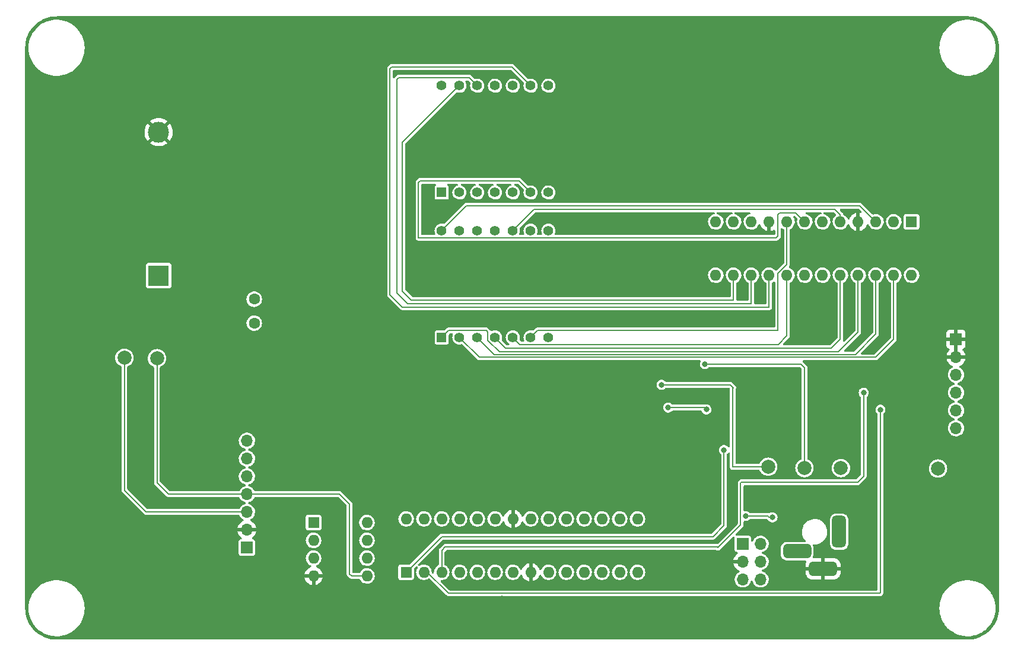
<source format=gbr>
%TF.GenerationSoftware,KiCad,Pcbnew,(6.0.5)*%
%TF.CreationDate,2022-07-21T18:11:48-07:00*%
%TF.ProjectId,rectangle-clock,72656374-616e-4676-9c65-2d636c6f636b,rev?*%
%TF.SameCoordinates,PX4c4b400PY8a48640*%
%TF.FileFunction,Copper,L2,Bot*%
%TF.FilePolarity,Positive*%
%FSLAX46Y46*%
G04 Gerber Fmt 4.6, Leading zero omitted, Abs format (unit mm)*
G04 Created by KiCad (PCBNEW (6.0.5)) date 2022-07-21 18:11:48*
%MOMM*%
%LPD*%
G01*
G04 APERTURE LIST*
G04 Aperture macros list*
%AMRoundRect*
0 Rectangle with rounded corners*
0 $1 Rounding radius*
0 $2 $3 $4 $5 $6 $7 $8 $9 X,Y pos of 4 corners*
0 Add a 4 corners polygon primitive as box body*
4,1,4,$2,$3,$4,$5,$6,$7,$8,$9,$2,$3,0*
0 Add four circle primitives for the rounded corners*
1,1,$1+$1,$2,$3*
1,1,$1+$1,$4,$5*
1,1,$1+$1,$6,$7*
1,1,$1+$1,$8,$9*
0 Add four rect primitives between the rounded corners*
20,1,$1+$1,$2,$3,$4,$5,0*
20,1,$1+$1,$4,$5,$6,$7,0*
20,1,$1+$1,$6,$7,$8,$9,0*
20,1,$1+$1,$8,$9,$2,$3,0*%
G04 Aperture macros list end*
%TA.AperFunction,ComponentPad*%
%ADD10R,1.400000X1.400000*%
%TD*%
%TA.AperFunction,ComponentPad*%
%ADD11C,1.400000*%
%TD*%
%TA.AperFunction,ComponentPad*%
%ADD12C,2.000000*%
%TD*%
%TA.AperFunction,ComponentPad*%
%ADD13R,1.700000X1.700000*%
%TD*%
%TA.AperFunction,ComponentPad*%
%ADD14O,1.700000X1.700000*%
%TD*%
%TA.AperFunction,ComponentPad*%
%ADD15R,3.000000X3.000000*%
%TD*%
%TA.AperFunction,ComponentPad*%
%ADD16C,3.000000*%
%TD*%
%TA.AperFunction,ComponentPad*%
%ADD17R,1.600000X1.600000*%
%TD*%
%TA.AperFunction,ComponentPad*%
%ADD18O,1.600000X1.600000*%
%TD*%
%TA.AperFunction,ComponentPad*%
%ADD19C,1.600000*%
%TD*%
%TA.AperFunction,ComponentPad*%
%ADD20RoundRect,0.500000X0.500000X-1.750000X0.500000X1.750000X-0.500000X1.750000X-0.500000X-1.750000X0*%
%TD*%
%TA.AperFunction,ComponentPad*%
%ADD21RoundRect,0.500000X1.500000X0.500000X-1.500000X0.500000X-1.500000X-0.500000X1.500000X-0.500000X0*%
%TD*%
%TA.AperFunction,ViaPad*%
%ADD22C,0.812800*%
%TD*%
%TA.AperFunction,Conductor*%
%ADD23C,0.203200*%
%TD*%
G04 APERTURE END LIST*
D10*
%TO.P,DS1,1,E*%
%TO.N,SEGE*%
X59954000Y43654000D03*
D11*
%TO.P,DS1,2,D*%
%TO.N,SEGD*%
X62494000Y43654000D03*
%TO.P,DS1,3,DP*%
%TO.N,SEGDP*%
X65034000Y43654000D03*
%TO.P,DS1,4,C*%
%TO.N,SEGC*%
X67574000Y43654000D03*
%TO.P,DS1,5,G*%
%TO.N,SEGG*%
X70114000Y43654000D03*
%TO.P,DS1,6,COM_DIG.4*%
%TO.N,DIG7*%
X72654000Y43654000D03*
%TO.P,DS1,7,COM_COLON*%
%TO.N,unconnected-(DS1-Pad7)*%
X75194000Y43654000D03*
%TO.P,DS1,8,COLON*%
%TO.N,unconnected-(DS1-Pad8)*%
X75194000Y58894000D03*
%TO.P,DS1,9,B*%
%TO.N,SEGB*%
X72654000Y58894000D03*
%TO.P,DS1,10,COM_DIG.3*%
%TO.N,DIG6*%
X70114000Y58894000D03*
%TO.P,DS1,11,COM_DIG.2*%
%TO.N,DIG5*%
X67574000Y58894000D03*
%TO.P,DS1,12,F*%
%TO.N,SEGF*%
X65034000Y58894000D03*
%TO.P,DS1,13,A*%
%TO.N,SEGA*%
X62494000Y58894000D03*
%TO.P,DS1,14,COM_DIG.1*%
%TO.N,DIG4*%
X59954000Y58894000D03*
%TD*%
D12*
%TO.P,TP6,1,1*%
%TO.N,Din*%
X116930000Y25010000D03*
%TD*%
D13*
%TO.P,J1,1,Pin_1*%
%TO.N,VCC*%
X32160000Y13665000D03*
D14*
%TO.P,J1,2,Pin_2*%
%TO.N,GND*%
X32160000Y16205000D03*
%TO.P,J1,3,Pin_3*%
%TO.N,SCL*%
X32160000Y18745000D03*
%TO.P,J1,4,Pin_4*%
%TO.N,SDA*%
X32160000Y21285000D03*
%TO.P,J1,5,Pin_5*%
%TO.N,unconnected-(J1-Pad5)*%
X32160000Y23825000D03*
%TO.P,J1,6,Pin_6*%
%TO.N,unconnected-(J1-Pad6)*%
X32160000Y26365000D03*
%TO.P,J1,7,Pin_7*%
%TO.N,Net-(J1-Pad7)*%
X32160000Y28905000D03*
%TD*%
D15*
%TO.P,BT1,1,+*%
%TO.N,Net-(BT1-Pad1)*%
X19567984Y52473686D03*
D16*
%TO.P,BT1,2,-*%
%TO.N,GND*%
X19567984Y72963686D03*
%TD*%
D10*
%TO.P,DS2,1,E*%
%TO.N,SEGE*%
X59954000Y64349000D03*
D11*
%TO.P,DS2,2,D*%
%TO.N,SEGD*%
X62494000Y64349000D03*
%TO.P,DS2,3,DP*%
%TO.N,SEGDP*%
X65034000Y64349000D03*
%TO.P,DS2,4,C*%
%TO.N,SEGC*%
X67574000Y64349000D03*
%TO.P,DS2,5,G*%
%TO.N,SEGG*%
X70114000Y64349000D03*
%TO.P,DS2,6,COM_DIG.4*%
%TO.N,DIG3*%
X72654000Y64349000D03*
%TO.P,DS2,7,COM_COLON*%
%TO.N,unconnected-(DS2-Pad7)*%
X75194000Y64349000D03*
%TO.P,DS2,8,COLON*%
%TO.N,unconnected-(DS2-Pad8)*%
X75194000Y79589000D03*
%TO.P,DS2,9,B*%
%TO.N,SEGB*%
X72654000Y79589000D03*
%TO.P,DS2,10,COM_DIG.3*%
%TO.N,DIG2*%
X70114000Y79589000D03*
%TO.P,DS2,11,COM_DIG.2*%
%TO.N,DIG1*%
X67574000Y79589000D03*
%TO.P,DS2,12,F*%
%TO.N,SEGF*%
X65034000Y79589000D03*
%TO.P,DS2,13,A*%
%TO.N,SEGA*%
X62494000Y79589000D03*
%TO.P,DS2,14,COM_DIG.1*%
%TO.N,DIG0*%
X59954000Y79589000D03*
%TD*%
D17*
%TO.P,U4,1,DIN*%
%TO.N,Din*%
X127015000Y60154000D03*
D18*
%TO.P,U4,2,DIG_0*%
%TO.N,DIG0*%
X124475000Y60154000D03*
%TO.P,U4,3,DIG_4*%
%TO.N,DIG4*%
X121935000Y60154000D03*
%TO.P,U4,4,GND*%
%TO.N,GND*%
X119395000Y60154000D03*
%TO.P,U4,5,DIG_6*%
%TO.N,DIG6*%
X116855000Y60154000D03*
%TO.P,U4,6,DIG_2*%
%TO.N,DIG2*%
X114315000Y60154000D03*
%TO.P,U4,7,DIG_3*%
%TO.N,DIG3*%
X111775000Y60154000D03*
%TO.P,U4,8,DIG_7*%
%TO.N,DIG7*%
X109235000Y60154000D03*
%TO.P,U4,9,GND*%
%TO.N,GND*%
X106695000Y60154000D03*
%TO.P,U4,10,DIG_5*%
%TO.N,DIG5*%
X104155000Y60154000D03*
%TO.P,U4,11,DIG_1*%
%TO.N,DIG1*%
X101615000Y60154000D03*
%TO.P,U4,12,LOAD*%
%TO.N,CS*%
X99075000Y60154000D03*
%TO.P,U4,13,CLK*%
%TO.N,SCK*%
X99075000Y52534000D03*
%TO.P,U4,14,SEG_A*%
%TO.N,SEGA*%
X101615000Y52534000D03*
%TO.P,U4,15,SEG_F*%
%TO.N,SEGF*%
X104155000Y52534000D03*
%TO.P,U4,16,SEG_B*%
%TO.N,SEGB*%
X106695000Y52534000D03*
%TO.P,U4,17,SEG_G*%
%TO.N,SEGG*%
X109235000Y52534000D03*
%TO.P,U4,18,ISET*%
%TO.N,Net-(R2-Pad1)*%
X111775000Y52534000D03*
%TO.P,U4,19,V+*%
%TO.N,VCC*%
X114315000Y52534000D03*
%TO.P,U4,20,SEG_C*%
%TO.N,SEGC*%
X116855000Y52534000D03*
%TO.P,U4,21,SEG_E*%
%TO.N,SEGE*%
X119395000Y52534000D03*
%TO.P,U4,22,SEG_DP*%
%TO.N,SEGDP*%
X121935000Y52534000D03*
%TO.P,U4,23,SEG_D*%
%TO.N,SEGD*%
X124475000Y52534000D03*
%TO.P,U4,24,DOUT*%
%TO.N,unconnected-(U4-Pad24)*%
X127015000Y52534000D03*
%TD*%
D13*
%TO.P,J4,1,Pin_1*%
%TO.N,VCC*%
X102935000Y14195000D03*
D14*
%TO.P,J4,2,Pin_2*%
%TO.N,Din*%
X105475000Y14195000D03*
%TO.P,J4,3,Pin_3*%
%TO.N,GND*%
X102935000Y11655000D03*
%TO.P,J4,4,Pin_4*%
%TO.N,MISO*%
X105475000Y11655000D03*
%TO.P,J4,5,Pin_5*%
%TO.N,RESET*%
X102935000Y9115000D03*
%TO.P,J4,6,Pin_6*%
%TO.N,SCK*%
X105475000Y9115000D03*
%TD*%
D19*
%TO.P,R6,1*%
%TO.N,VCC*%
X33210000Y49105000D03*
%TO.P,R6,2*%
%TO.N,PHR*%
X33210000Y45705000D03*
%TD*%
D12*
%TO.P,TP3,1,1*%
%TO.N,SDA*%
X19330000Y40690000D03*
%TD*%
D17*
%TO.P,U1,1,X1*%
%TO.N,Net-(U1-Pad1)*%
X41676000Y17228000D03*
D18*
%TO.P,U1,2,X2*%
%TO.N,Net-(U1-Pad2)*%
X41676000Y14688000D03*
%TO.P,U1,3,VBAT*%
%TO.N,Net-(BT1-Pad1)*%
X41676000Y12148000D03*
%TO.P,U1,4,GND*%
%TO.N,GND*%
X41676000Y9608000D03*
%TO.P,U1,5,SDA*%
%TO.N,SDA*%
X49296000Y9608000D03*
%TO.P,U1,6,SCL*%
%TO.N,SCL*%
X49296000Y12148000D03*
%TO.P,U1,7,SQW/OUT*%
%TO.N,unconnected-(U1-Pad7)*%
X49296000Y14688000D03*
%TO.P,U1,8,VCC*%
%TO.N,VCC*%
X49296000Y17228000D03*
%TD*%
D12*
%TO.P,TP4,1,1*%
%TO.N,CS*%
X106550000Y25200000D03*
%TD*%
D17*
%TO.P,U3,1,~{RESET}/PC6*%
%TO.N,RESET*%
X54884000Y10136000D03*
D18*
%TO.P,U3,2,RXD/PD0*%
%TO.N,RXD*%
X57424000Y10136000D03*
%TO.P,U3,3,TXD/PD1*%
%TO.N,TXD*%
X59964000Y10136000D03*
%TO.P,U3,4,INT0/PD2*%
%TO.N,unconnected-(U3-Pad4)*%
X62504000Y10136000D03*
%TO.P,U3,5,INT1/PD3*%
%TO.N,unconnected-(U3-Pad5)*%
X65044000Y10136000D03*
%TO.P,U3,6,PD4*%
%TO.N,unconnected-(U3-Pad6)*%
X67584000Y10136000D03*
%TO.P,U3,7,VCC*%
%TO.N,VCC*%
X70124000Y10136000D03*
%TO.P,U3,8,GND*%
%TO.N,GND*%
X72664000Y10136000D03*
%TO.P,U3,9,XTAL1/PB6*%
%TO.N,Net-(C3-Pad1)*%
X75204000Y10136000D03*
%TO.P,U3,10,XTAL2/PB7*%
%TO.N,Net-(C4-Pad1)*%
X77744000Y10136000D03*
%TO.P,U3,11,OC0B/PD5*%
%TO.N,unconnected-(U3-Pad11)*%
X80284000Y10136000D03*
%TO.P,U3,12,OC0A/PD6*%
%TO.N,unconnected-(U3-Pad12)*%
X82824000Y10136000D03*
%TO.P,U3,13,PD7*%
%TO.N,unconnected-(U3-Pad13)*%
X85364000Y10136000D03*
%TO.P,U3,14,PB0*%
%TO.N,unconnected-(U3-Pad14)*%
X87904000Y10136000D03*
%TO.P,U3,15,OC1A/PB1*%
%TO.N,unconnected-(U3-Pad15)*%
X87904000Y17756000D03*
%TO.P,U3,16,OC1B/PB2*%
%TO.N,CS*%
X85364000Y17756000D03*
%TO.P,U3,17,MOSI/PB3*%
%TO.N,Din*%
X82824000Y17756000D03*
%TO.P,U3,18,MISO/PB4*%
%TO.N,MISO*%
X80284000Y17756000D03*
%TO.P,U3,19,SCK/PB5*%
%TO.N,SCK*%
X77744000Y17756000D03*
%TO.P,U3,20,AVCC*%
%TO.N,VCC*%
X75204000Y17756000D03*
%TO.P,U3,21,AREF*%
%TO.N,Net-(C1-Pad1)*%
X72664000Y17756000D03*
%TO.P,U3,22,GND*%
%TO.N,GND*%
X70124000Y17756000D03*
%TO.P,U3,23,ADC0/PC0*%
%TO.N,B3*%
X67584000Y17756000D03*
%TO.P,U3,24,ADC1/PC1*%
%TO.N,B2*%
X65044000Y17756000D03*
%TO.P,U3,25,ADC2/PC2*%
%TO.N,B1*%
X62504000Y17756000D03*
%TO.P,U3,26,ADC3/PC3*%
%TO.N,PHR*%
X59964000Y17756000D03*
%TO.P,U3,27,SDA/PC4*%
%TO.N,SDA*%
X57424000Y17756000D03*
%TO.P,U3,28,SCL/PC5*%
%TO.N,SCL*%
X54884000Y17756000D03*
%TD*%
D13*
%TO.P,J3,1,Pin_1*%
%TO.N,GND*%
X133360000Y43400000D03*
D14*
%TO.P,J3,2,Pin_2*%
X133360000Y40860000D03*
%TO.P,J3,3,Pin_3*%
%TO.N,unconnected-(J3-Pad3)*%
X133360000Y38320000D03*
%TO.P,J3,4,Pin_4*%
%TO.N,Net-(J3-Pad4)*%
X133360000Y35780000D03*
%TO.P,J3,5,Pin_5*%
%TO.N,Net-(J3-Pad5)*%
X133360000Y33240000D03*
%TO.P,J3,6,Pin_6*%
%TO.N,Net-(C6-Pad2)*%
X133360000Y30700000D03*
%TD*%
D12*
%TO.P,TP5,1,1*%
%TO.N,SCK*%
X111730000Y25010000D03*
%TD*%
%TO.P,TP1,1,1*%
%TO.N,VCC*%
X130790000Y24950000D03*
%TD*%
%TO.P,TP2,1,1*%
%TO.N,SCL*%
X14680000Y40760000D03*
%TD*%
D20*
%TO.P,J2,1,POLE*%
%TO.N,Net-(C5-Pad1)*%
X116685000Y15927000D03*
D21*
%TO.P,J2,2,OUT*%
%TO.N,GND*%
X114385000Y10627000D03*
%TO.P,J2,3,OUT*%
%TO.N,unconnected-(J2-Pad3)*%
X110685000Y13127000D03*
%TD*%
D22*
%TO.N,VCC*%
X107170000Y17970000D03*
X103340700Y18160000D03*
%TO.N,RESET*%
X97740000Y33380000D03*
X92300000Y33640000D03*
X100250000Y27590000D03*
%TO.N,GND*%
X115834000Y35526000D03*
X67066000Y22572000D03*
X60462000Y6570000D03*
X91958000Y22572000D03*
X59446000Y25874000D03*
X68580000Y6376000D03*
X33210000Y33462000D03*
X120700000Y45540000D03*
X92510000Y9680000D03*
%TO.N,RXD*%
X122570000Y33330000D03*
%TO.N,TXD*%
X120180000Y35760000D03*
%TO.N,CS*%
X91340000Y36880000D03*
%TO.N,SCK*%
X97520000Y39840000D03*
%TD*%
D23*
%TO.N,VCC*%
X106750000Y17970000D02*
X107170000Y17970000D01*
X106560000Y18160000D02*
X106690000Y18030000D01*
X106690000Y18030000D02*
X106750000Y17970000D01*
X103340700Y18160000D02*
X106560000Y18160000D01*
%TO.N,RESET*%
X97480000Y33640000D02*
X97740000Y33380000D01*
X92300000Y33640000D02*
X97480000Y33640000D01*
X54884000Y10136000D02*
X59968000Y15220000D01*
X59968000Y15220000D02*
X98660000Y15220000D01*
X98660000Y15220000D02*
X100250000Y16810000D01*
X100250000Y16810000D02*
X100250000Y27590000D01*
%TO.N,SEGE*%
X66315689Y44658311D02*
X66558000Y44416000D01*
X66558000Y43249689D02*
X68185689Y41622000D01*
X66558000Y44416000D02*
X66558000Y43249689D01*
X68185689Y41622000D02*
X116596000Y41622000D01*
X60958311Y44658311D02*
X66315689Y44658311D01*
X59954000Y43654000D02*
X60958311Y44658311D01*
X119395000Y44421000D02*
X119395000Y52534000D01*
X116596000Y41622000D02*
X119395000Y44421000D01*
%TO.N,SEGD*%
X62494000Y43654000D02*
X65337840Y40810160D01*
X65337840Y40810160D02*
X121880160Y40810160D01*
X124475000Y43405000D02*
X124475000Y52534000D01*
X121880160Y40810160D02*
X124475000Y43405000D01*
%TO.N,SEGDP*%
X67471920Y41216080D02*
X118984080Y41216080D01*
X121935000Y44167000D02*
X121935000Y52534000D01*
X65034000Y43654000D02*
X67471920Y41216080D01*
X118984080Y41216080D02*
X121935000Y44167000D01*
%TO.N,SEGC*%
X69098000Y42130000D02*
X115580000Y42130000D01*
X116855000Y43405000D02*
X116855000Y52534000D01*
X67574000Y43654000D02*
X69098000Y42130000D01*
X115580000Y42130000D02*
X116855000Y43405000D01*
%TO.N,SEGG*%
X107971689Y42649689D02*
X109235000Y43913000D01*
X109235000Y43913000D02*
X109235000Y52534000D01*
X71118311Y42649689D02*
X107971689Y42649689D01*
X70114000Y43654000D02*
X71118311Y42649689D01*
%TO.N,DIG3*%
X108214000Y61434000D02*
X110495000Y61434000D01*
X56652000Y65752000D02*
X56652000Y57878000D01*
X56906000Y66006000D02*
X56652000Y65752000D01*
X107960000Y58132000D02*
X107960000Y61180000D01*
X56652000Y57878000D02*
X107706000Y57878000D01*
X110495000Y61434000D02*
X111775000Y60154000D01*
X107960000Y61180000D02*
X108214000Y61434000D01*
X72654000Y64349000D02*
X70997000Y66006000D01*
X70997000Y66006000D02*
X56906000Y66006000D01*
X107706000Y57878000D02*
X107960000Y58132000D01*
%TO.N,SEGB*%
X54366000Y47972000D02*
X52588000Y49750000D01*
X52588000Y49750000D02*
X52588000Y82008000D01*
X52842000Y82262000D02*
X69981000Y82262000D01*
X52588000Y82008000D02*
X52842000Y82262000D01*
X106695000Y47977000D02*
X106690000Y47972000D01*
X106690000Y47972000D02*
X54366000Y47972000D01*
X106695000Y52534000D02*
X106695000Y47977000D01*
X69981000Y82262000D02*
X72654000Y79589000D01*
%TO.N,SEGF*%
X104150000Y48480000D02*
X55128000Y48480000D01*
X104155000Y52534000D02*
X104155000Y48485000D01*
X55128000Y48480000D02*
X53604000Y50004000D01*
X104155000Y48485000D02*
X104150000Y48480000D01*
X53858000Y80738000D02*
X63885000Y80738000D01*
X53604000Y50004000D02*
X53604000Y80484000D01*
X63885000Y80738000D02*
X65034000Y79589000D01*
X53604000Y80484000D02*
X53858000Y80738000D01*
%TO.N,SEGA*%
X54366000Y50258000D02*
X54366000Y71461000D01*
X54366000Y71461000D02*
X62494000Y79589000D01*
X101615000Y48993000D02*
X101610000Y48988000D01*
X101610000Y48988000D02*
X55636000Y48988000D01*
X55636000Y48988000D02*
X54366000Y50258000D01*
X101615000Y52534000D02*
X101615000Y48993000D01*
%TO.N,DIG7*%
X107960000Y44670000D02*
X107960000Y52820733D01*
X109235000Y54095733D02*
X109235000Y60154000D01*
X107948311Y44658311D02*
X107960000Y44670000D01*
X73658311Y44658311D02*
X107948311Y44658311D01*
X72654000Y43654000D02*
X73658311Y44658311D01*
X107960000Y52820733D02*
X109235000Y54095733D01*
%TO.N,DIG6*%
X116855000Y61175000D02*
X116855000Y60154000D01*
X116088000Y61942000D02*
X116855000Y61175000D01*
X73162000Y61942000D02*
X116088000Y61942000D01*
X70114000Y58894000D02*
X73162000Y61942000D01*
%TO.N,SCL*%
X32160000Y18745000D02*
X17775000Y18745000D01*
X14680000Y21840000D02*
X14680000Y40760000D01*
X17775000Y18745000D02*
X14680000Y21840000D01*
%TO.N,SDA*%
X20955000Y21285000D02*
X19330000Y22910000D01*
X47102000Y9608000D02*
X49296000Y9608000D01*
X46820000Y19840000D02*
X46820000Y9890000D01*
X32160000Y21285000D02*
X45375000Y21285000D01*
X45375000Y21285000D02*
X46820000Y19840000D01*
X32160000Y21285000D02*
X20955000Y21285000D01*
X46820000Y9890000D02*
X47102000Y9608000D01*
X19330000Y22910000D02*
X19330000Y40690000D01*
%TO.N,DIG4*%
X63510000Y62450000D02*
X119639000Y62450000D01*
X59954000Y58894000D02*
X63510000Y62450000D01*
X119639000Y62450000D02*
X121935000Y60154000D01*
%TO.N,RXD*%
X60917098Y7120000D02*
X122480000Y7120000D01*
X122480000Y7120000D02*
X122570000Y7210000D01*
X57901098Y10136000D02*
X60917098Y7120000D01*
X122570000Y7210000D02*
X122570000Y33330000D01*
X57424000Y10136000D02*
X57901098Y10136000D01*
%TO.N,TXD*%
X59964000Y10136000D02*
X59964000Y13244000D01*
X119320000Y22980000D02*
X120180000Y23840000D01*
X102630000Y22870000D02*
X102740000Y22980000D01*
X102740000Y22980000D02*
X119320000Y22980000D01*
X99400000Y13630000D02*
X102630000Y16860000D01*
X102630000Y16860000D02*
X102630000Y22870000D01*
X99290000Y13740000D02*
X99400000Y13630000D01*
X120180000Y23840000D02*
X120180000Y35760000D01*
X60460000Y13740000D02*
X99290000Y13740000D01*
X59964000Y13244000D02*
X60460000Y13740000D01*
%TO.N,CS*%
X101150000Y36880000D02*
X91340000Y36880000D01*
X101500000Y36430000D02*
X101550000Y36480000D01*
X101550000Y25200000D02*
X101500000Y25150000D01*
X106550000Y25200000D02*
X101550000Y25200000D01*
X101550000Y36480000D02*
X101150000Y36880000D01*
X101500000Y25150000D02*
X101500000Y36430000D01*
%TO.N,SCK*%
X111730000Y39360000D02*
X111250000Y39840000D01*
X111250000Y39840000D02*
X97520000Y39840000D01*
X111730000Y25010000D02*
X111730000Y39360000D01*
%TD*%
%TA.AperFunction,Conductor*%
%TO.N,GND*%
G36*
X134971964Y89489697D02*
G01*
X134983061Y89487969D01*
X134983063Y89487969D01*
X134993724Y89486309D01*
X135004423Y89487708D01*
X135004424Y89487708D01*
X135011989Y89488697D01*
X135038222Y89489831D01*
X135384855Y89474696D01*
X135398012Y89473545D01*
X135773391Y89424126D01*
X135786399Y89421832D01*
X136156027Y89339888D01*
X136168785Y89336470D01*
X136529887Y89222614D01*
X136542298Y89218096D01*
X136892081Y89073211D01*
X136904042Y89067635D01*
X137239906Y88892795D01*
X137251327Y88886200D01*
X137570640Y88682775D01*
X137581459Y88675200D01*
X137881830Y88444718D01*
X137891948Y88436228D01*
X138171096Y88180436D01*
X138180436Y88171096D01*
X138436228Y87891948D01*
X138444718Y87881830D01*
X138675200Y87581459D01*
X138682775Y87570640D01*
X138886200Y87251327D01*
X138892795Y87239906D01*
X139067635Y86904042D01*
X139073211Y86892081D01*
X139218096Y86542298D01*
X139222614Y86529887D01*
X139324320Y86207321D01*
X139336470Y86168785D01*
X139339888Y86156027D01*
X139421832Y85786399D01*
X139424126Y85773391D01*
X139473545Y85398012D01*
X139474696Y85384855D01*
X139489493Y85045971D01*
X139487993Y85018930D01*
X139487969Y85016935D01*
X139486309Y85006276D01*
X139490024Y84977863D01*
X139490222Y84976352D01*
X139491500Y84956721D01*
X139491500Y5051329D01*
X139489697Y5028036D01*
X139489355Y5025836D01*
X139486309Y5006276D01*
X139487708Y4995577D01*
X139487708Y4995576D01*
X139488697Y4988011D01*
X139489831Y4961778D01*
X139474696Y4615145D01*
X139473545Y4601988D01*
X139424126Y4226609D01*
X139421832Y4213601D01*
X139339888Y3843973D01*
X139336470Y3831215D01*
X139222614Y3470113D01*
X139218096Y3457702D01*
X139073211Y3107919D01*
X139067635Y3095958D01*
X138892795Y2760094D01*
X138886200Y2748673D01*
X138682775Y2429360D01*
X138675200Y2418541D01*
X138444718Y2118170D01*
X138436228Y2108052D01*
X138180436Y1828904D01*
X138171096Y1819564D01*
X137891948Y1563772D01*
X137881830Y1555282D01*
X137581459Y1324800D01*
X137570640Y1317225D01*
X137251327Y1113800D01*
X137239906Y1107205D01*
X136904042Y932365D01*
X136892081Y926789D01*
X136542298Y781904D01*
X136529887Y777386D01*
X136168785Y663530D01*
X136156027Y660112D01*
X135786399Y578168D01*
X135773391Y575874D01*
X135398012Y526455D01*
X135384855Y525304D01*
X135200650Y517261D01*
X135045968Y510507D01*
X135018930Y512007D01*
X135016935Y512031D01*
X135006276Y513691D01*
X134977863Y509976D01*
X134976352Y509778D01*
X134956721Y508500D01*
X5051329Y508500D01*
X5028036Y510303D01*
X5016939Y512031D01*
X5016937Y512031D01*
X5006276Y513691D01*
X4995577Y512292D01*
X4995576Y512292D01*
X4988011Y511303D01*
X4961778Y510169D01*
X4615145Y525304D01*
X4601988Y526455D01*
X4226609Y575874D01*
X4213601Y578168D01*
X3843973Y660112D01*
X3831215Y663530D01*
X3470113Y777386D01*
X3457702Y781904D01*
X3107919Y926789D01*
X3095958Y932365D01*
X2760094Y1107205D01*
X2748673Y1113800D01*
X2429360Y1317225D01*
X2418541Y1324800D01*
X2118170Y1555282D01*
X2108052Y1563772D01*
X1828904Y1819564D01*
X1819564Y1828904D01*
X1563772Y2108052D01*
X1555282Y2118170D01*
X1324800Y2418541D01*
X1317225Y2429360D01*
X1113800Y2748673D01*
X1107205Y2760094D01*
X932365Y3095958D01*
X926789Y3107919D01*
X781904Y3457702D01*
X777386Y3470113D01*
X663530Y3831215D01*
X660112Y3843973D01*
X578168Y4213601D01*
X575874Y4226609D01*
X526455Y4601988D01*
X525304Y4615145D01*
X510678Y4950115D01*
X512263Y4975835D01*
X512083Y4975851D01*
X512606Y4981680D01*
X513576Y4987448D01*
X513729Y5000000D01*
X511727Y5013981D01*
X994883Y5013981D01*
X1013974Y4609167D01*
X1014538Y4605393D01*
X1014539Y4605383D01*
X1023605Y4544723D01*
X1073876Y4208354D01*
X1074821Y4204645D01*
X1074823Y4204637D01*
X1166755Y3843973D01*
X1173975Y3815648D01*
X1175293Y3812047D01*
X1311933Y3438659D01*
X1311937Y3438650D01*
X1313248Y3435067D01*
X1490268Y3070509D01*
X1703223Y2725706D01*
X1705553Y2722670D01*
X1705554Y2722668D01*
X1729618Y2691307D01*
X1949932Y2404188D01*
X1952556Y2401403D01*
X1952559Y2401400D01*
X2088900Y2256719D01*
X2227869Y2109249D01*
X2534189Y1843906D01*
X2865755Y1610877D01*
X3219173Y1412548D01*
X3590825Y1250950D01*
X3976904Y1127736D01*
X4373458Y1044169D01*
X4377256Y1043763D01*
X4377263Y1043762D01*
X4657598Y1013803D01*
X4776427Y1001104D01*
X5000173Y999932D01*
X5177857Y999002D01*
X5177858Y999002D01*
X5181685Y998982D01*
X5321355Y1012431D01*
X5581262Y1037457D01*
X5581264Y1037457D01*
X5585083Y1037825D01*
X5588839Y1038576D01*
X5588849Y1038577D01*
X5978739Y1116485D01*
X5978744Y1116486D01*
X5982491Y1117235D01*
X6175919Y1176741D01*
X6366170Y1235270D01*
X6366175Y1235272D01*
X6369839Y1236399D01*
X6743162Y1394096D01*
X6746516Y1395932D01*
X7095284Y1586878D01*
X7095288Y1586881D01*
X7098637Y1588714D01*
X7134095Y1613083D01*
X7429467Y1816086D01*
X7432626Y1818257D01*
X7435547Y1820734D01*
X7435552Y1820738D01*
X7738788Y2077902D01*
X7741708Y2080378D01*
X8022718Y2372391D01*
X8272781Y2691307D01*
X8332244Y2785369D01*
X8487284Y3030617D01*
X8487290Y3030628D01*
X8489334Y3033861D01*
X8520290Y3095948D01*
X8668448Y3393108D01*
X8668449Y3393110D01*
X8670162Y3396546D01*
X8813412Y3775647D01*
X8917619Y4167284D01*
X8923602Y4204637D01*
X8981108Y4563655D01*
X8981109Y4563662D01*
X8981715Y4567447D01*
X8983903Y4605383D01*
X9004926Y4970010D01*
X9005043Y4972039D01*
X9005121Y4994154D01*
X9005134Y4997948D01*
X9005134Y4997955D01*
X9005141Y5000000D01*
X9004433Y5013981D01*
X130994883Y5013981D01*
X131013974Y4609167D01*
X131014538Y4605393D01*
X131014539Y4605383D01*
X131023605Y4544723D01*
X131073876Y4208354D01*
X131074821Y4204645D01*
X131074823Y4204637D01*
X131166755Y3843973D01*
X131173975Y3815648D01*
X131175293Y3812047D01*
X131311933Y3438659D01*
X131311937Y3438650D01*
X131313248Y3435067D01*
X131490268Y3070509D01*
X131703223Y2725706D01*
X131705553Y2722670D01*
X131705554Y2722668D01*
X131729618Y2691307D01*
X131949932Y2404188D01*
X131952556Y2401403D01*
X131952559Y2401400D01*
X132088900Y2256719D01*
X132227869Y2109249D01*
X132534189Y1843906D01*
X132865755Y1610877D01*
X133219173Y1412548D01*
X133590825Y1250950D01*
X133976904Y1127736D01*
X134373458Y1044169D01*
X134377256Y1043763D01*
X134377263Y1043762D01*
X134657598Y1013803D01*
X134776427Y1001104D01*
X135000173Y999932D01*
X135177857Y999002D01*
X135177858Y999002D01*
X135181685Y998982D01*
X135321355Y1012431D01*
X135581262Y1037457D01*
X135581264Y1037457D01*
X135585083Y1037825D01*
X135588839Y1038576D01*
X135588849Y1038577D01*
X135978739Y1116485D01*
X135978744Y1116486D01*
X135982491Y1117235D01*
X136175919Y1176741D01*
X136366170Y1235270D01*
X136366175Y1235272D01*
X136369839Y1236399D01*
X136743162Y1394096D01*
X136746516Y1395932D01*
X137095284Y1586878D01*
X137095288Y1586881D01*
X137098637Y1588714D01*
X137134095Y1613083D01*
X137429467Y1816086D01*
X137432626Y1818257D01*
X137435547Y1820734D01*
X137435552Y1820738D01*
X137738788Y2077902D01*
X137741708Y2080378D01*
X138022718Y2372391D01*
X138272781Y2691307D01*
X138332244Y2785369D01*
X138487284Y3030617D01*
X138487290Y3030628D01*
X138489334Y3033861D01*
X138520290Y3095948D01*
X138668448Y3393108D01*
X138668449Y3393110D01*
X138670162Y3396546D01*
X138813412Y3775647D01*
X138917619Y4167284D01*
X138923602Y4204637D01*
X138981108Y4563655D01*
X138981109Y4563662D01*
X138981715Y4567447D01*
X138983903Y4605383D01*
X139004926Y4970010D01*
X139005043Y4972039D01*
X139005121Y4994154D01*
X139005134Y4997948D01*
X139005134Y4997955D01*
X139005141Y5000000D01*
X138984638Y5404745D01*
X138923337Y5805345D01*
X138821867Y6197701D01*
X138681267Y6577793D01*
X138502975Y6941731D01*
X138355918Y7177988D01*
X138290839Y7282542D01*
X138290834Y7282549D01*
X138288818Y7285788D01*
X138279956Y7297255D01*
X138043333Y7603409D01*
X138040989Y7606442D01*
X137972799Y7678300D01*
X137764656Y7897636D01*
X137762024Y7900410D01*
X137454779Y8164682D01*
X137122401Y8396552D01*
X136768293Y8593646D01*
X136759756Y8597323D01*
X136537153Y8693191D01*
X136396080Y8753947D01*
X136392431Y8755098D01*
X136392427Y8755099D01*
X136013234Y8874658D01*
X136013228Y8874659D01*
X136009573Y8875812D01*
X136005819Y8876589D01*
X136005809Y8876592D01*
X135616484Y8957217D01*
X135616476Y8957218D01*
X135612730Y8957994D01*
X135608925Y8958387D01*
X135608920Y8958388D01*
X135213416Y8999259D01*
X135209613Y8999652D01*
X135205799Y8999659D01*
X135205792Y8999659D01*
X135001109Y9000016D01*
X134804350Y9000359D01*
X134800535Y8999978D01*
X134800531Y8999978D01*
X134659948Y8985946D01*
X134401090Y8960109D01*
X134370233Y8953831D01*
X134007715Y8880076D01*
X134007707Y8880074D01*
X134003962Y8879312D01*
X133617032Y8758797D01*
X133244262Y8599797D01*
X133240898Y8597940D01*
X132892826Y8405794D01*
X132892822Y8405791D01*
X132889468Y8403940D01*
X132556283Y8173232D01*
X132248118Y7910034D01*
X132245465Y7907258D01*
X132245461Y7907254D01*
X132026668Y7678300D01*
X131968128Y7617042D01*
X131719181Y7297255D01*
X131503824Y6953947D01*
X131502127Y6950513D01*
X131502124Y6950508D01*
X131497786Y6941731D01*
X131324263Y6590633D01*
X131322921Y6587043D01*
X131322919Y6587039D01*
X131183681Y6214629D01*
X131182337Y6211034D01*
X131079498Y5819036D01*
X131016800Y5418651D01*
X131016592Y5414820D01*
X131016592Y5414815D01*
X131009170Y5277770D01*
X130994883Y5013981D01*
X9004433Y5013981D01*
X8984638Y5404745D01*
X8923337Y5805345D01*
X8821867Y6197701D01*
X8681267Y6577793D01*
X8502975Y6941731D01*
X8355918Y7177988D01*
X8290839Y7282542D01*
X8290834Y7282549D01*
X8288818Y7285788D01*
X8279956Y7297255D01*
X8043333Y7603409D01*
X8040989Y7606442D01*
X7972799Y7678300D01*
X7764656Y7897636D01*
X7762024Y7900410D01*
X7454779Y8164682D01*
X7122401Y8396552D01*
X6768293Y8593646D01*
X6759756Y8597323D01*
X6537153Y8693191D01*
X6396080Y8753947D01*
X6392431Y8755098D01*
X6392427Y8755099D01*
X6013234Y8874658D01*
X6013228Y8874659D01*
X6009573Y8875812D01*
X6005819Y8876589D01*
X6005809Y8876592D01*
X5616484Y8957217D01*
X5616476Y8957218D01*
X5612730Y8957994D01*
X5608925Y8958387D01*
X5608920Y8958388D01*
X5213416Y8999259D01*
X5209613Y8999652D01*
X5205799Y8999659D01*
X5205792Y8999659D01*
X5001109Y9000016D01*
X4804350Y9000359D01*
X4800535Y8999978D01*
X4800531Y8999978D01*
X4659948Y8985946D01*
X4401090Y8960109D01*
X4370233Y8953831D01*
X4007715Y8880076D01*
X4007707Y8880074D01*
X4003962Y8879312D01*
X3617032Y8758797D01*
X3244262Y8599797D01*
X3240898Y8597940D01*
X2892826Y8405794D01*
X2892822Y8405791D01*
X2889468Y8403940D01*
X2556283Y8173232D01*
X2248118Y7910034D01*
X2245465Y7907258D01*
X2245461Y7907254D01*
X2026668Y7678300D01*
X1968128Y7617042D01*
X1719181Y7297255D01*
X1503824Y6953947D01*
X1502127Y6950513D01*
X1502124Y6950508D01*
X1497786Y6941731D01*
X1324263Y6590633D01*
X1322921Y6587043D01*
X1322919Y6587039D01*
X1183681Y6214629D01*
X1182337Y6211034D01*
X1079498Y5819036D01*
X1016800Y5418651D01*
X1016592Y5414820D01*
X1016592Y5414815D01*
X1009170Y5277770D01*
X994883Y5013981D01*
X511727Y5013981D01*
X510029Y5025837D01*
X508500Y5047299D01*
X508500Y9344034D01*
X40392588Y9344034D01*
X40440476Y9165314D01*
X40444980Y9152940D01*
X40536119Y8957491D01*
X40542701Y8946091D01*
X40666397Y8769435D01*
X40674862Y8759347D01*
X40827347Y8606862D01*
X40837435Y8598397D01*
X41014091Y8474701D01*
X41025491Y8468119D01*
X41220940Y8376980D01*
X41233314Y8372476D01*
X41402746Y8327077D01*
X41419021Y8327077D01*
X41422000Y8332237D01*
X41422000Y8341851D01*
X41930000Y8341851D01*
X41934212Y8326130D01*
X41939966Y8324588D01*
X42118686Y8372476D01*
X42131060Y8376980D01*
X42326509Y8468119D01*
X42337909Y8474701D01*
X42514565Y8598397D01*
X42524653Y8606862D01*
X42677138Y8759347D01*
X42685603Y8769435D01*
X42809299Y8946091D01*
X42815881Y8957491D01*
X42907020Y9152940D01*
X42911524Y9165314D01*
X42956923Y9334746D01*
X42956923Y9351021D01*
X42951763Y9354000D01*
X41949933Y9354000D01*
X41934212Y9349788D01*
X41930000Y9334067D01*
X41930000Y8341851D01*
X41422000Y8341851D01*
X41422000Y9334067D01*
X41417788Y9349788D01*
X41402067Y9354000D01*
X40409851Y9354000D01*
X40394130Y9349788D01*
X40392588Y9344034D01*
X508500Y9344034D01*
X508500Y9864979D01*
X40395077Y9864979D01*
X40400237Y9862000D01*
X42942149Y9862000D01*
X42957870Y9866212D01*
X42959412Y9871966D01*
X42911524Y10050686D01*
X42907020Y10063060D01*
X42815881Y10258509D01*
X42809299Y10269909D01*
X42685603Y10446565D01*
X42677138Y10456653D01*
X42524653Y10609138D01*
X42514565Y10617603D01*
X42337909Y10741299D01*
X42326509Y10747881D01*
X42131063Y10839019D01*
X42114648Y10844993D01*
X42050449Y10889943D01*
X42017327Y10960970D01*
X42024155Y11039042D01*
X42069105Y11103241D01*
X42114592Y11128846D01*
X42114578Y11128878D01*
X42114915Y11129028D01*
X42117759Y11130629D01*
X42120923Y11131703D01*
X42120924Y11131703D01*
X42127492Y11133933D01*
X42304731Y11233191D01*
X42460913Y11363087D01*
X42590809Y11519269D01*
X42690067Y11696508D01*
X42717548Y11777463D01*
X42753134Y11882294D01*
X42753135Y11882297D01*
X42755365Y11888867D01*
X42784514Y12089905D01*
X42784753Y12099008D01*
X42785918Y12143540D01*
X42786035Y12148000D01*
X42767447Y12350288D01*
X42712307Y12545801D01*
X42698997Y12572792D01*
X42638933Y12694588D01*
X42622460Y12727992D01*
X42608693Y12746429D01*
X42591969Y12768824D01*
X42500917Y12890758D01*
X42351746Y13028650D01*
X42179945Y13137048D01*
X42066493Y13182311D01*
X41997710Y13209753D01*
X41997705Y13209754D01*
X41991267Y13212323D01*
X41792030Y13251954D01*
X41785087Y13252045D01*
X41785086Y13252045D01*
X41714065Y13252975D01*
X41588908Y13254613D01*
X41582071Y13253438D01*
X41582069Y13253438D01*
X41395545Y13221387D01*
X41395543Y13221387D01*
X41388702Y13220211D01*
X41382189Y13217808D01*
X41382188Y13217808D01*
X41204631Y13152304D01*
X41204629Y13152303D01*
X41198118Y13149901D01*
X41150005Y13121277D01*
X41029499Y13049584D01*
X41029495Y13049581D01*
X41023538Y13046037D01*
X41018328Y13041468D01*
X41018324Y13041465D01*
X40876022Y12916670D01*
X40870809Y12912098D01*
X40745046Y12752568D01*
X40741817Y12746430D01*
X40741816Y12746429D01*
X40653830Y12579195D01*
X40650461Y12572792D01*
X40590222Y12378789D01*
X40575570Y12255000D01*
X40568488Y12195159D01*
X40566345Y12177057D01*
X40579631Y11974352D01*
X40581338Y11967630D01*
X40581339Y11967625D01*
X40611648Y11848286D01*
X40629635Y11777463D01*
X40632542Y11771158D01*
X40632542Y11771157D01*
X40711374Y11600157D01*
X40714681Y11592983D01*
X40831923Y11427090D01*
X40836893Y11422248D01*
X40836896Y11422245D01*
X40888963Y11371524D01*
X40977432Y11285341D01*
X40983207Y11281482D01*
X40983211Y11281479D01*
X41060555Y11229800D01*
X41146337Y11172482D01*
X41237762Y11133203D01*
X41250170Y11127872D01*
X41311715Y11079353D01*
X41340756Y11006562D01*
X41329510Y10929002D01*
X41280991Y10867457D01*
X41239041Y10847110D01*
X41239524Y10845784D01*
X41220940Y10839020D01*
X41025491Y10747881D01*
X41014091Y10741299D01*
X40837435Y10617603D01*
X40827347Y10609138D01*
X40674862Y10456653D01*
X40666397Y10446565D01*
X40542701Y10269909D01*
X40536119Y10258509D01*
X40444980Y10063060D01*
X40440476Y10050686D01*
X40395077Y9881254D01*
X40395077Y9864979D01*
X508500Y9864979D01*
X508500Y15941034D01*
X30824824Y15941034D01*
X30877311Y15745153D01*
X30881818Y15732768D01*
X30976650Y15529401D01*
X30983237Y15517991D01*
X31111947Y15334174D01*
X31120411Y15324087D01*
X31279086Y15165412D01*
X31289176Y15156946D01*
X31376616Y15095719D01*
X31426991Y15035684D01*
X31440600Y14958504D01*
X31413795Y14884860D01*
X31353760Y14834485D01*
X31289776Y14820300D01*
X31264642Y14820300D01*
X31252289Y14818830D01*
X31249301Y14818475D01*
X31249300Y14818475D01*
X31238022Y14817133D01*
X31202215Y14801228D01*
X31146856Y14776639D01*
X31146854Y14776637D01*
X31134081Y14770964D01*
X31053730Y14690472D01*
X31007742Y14586451D01*
X31004700Y14560358D01*
X31004700Y12769642D01*
X31007867Y12743022D01*
X31025620Y12703054D01*
X31048361Y12651856D01*
X31048363Y12651854D01*
X31054036Y12639081D01*
X31134528Y12558730D01*
X31238549Y12512742D01*
X31249856Y12511424D01*
X31249859Y12511423D01*
X31256092Y12510697D01*
X31264642Y12509700D01*
X33055358Y12509700D01*
X33069841Y12511423D01*
X33070699Y12511525D01*
X33070700Y12511525D01*
X33081978Y12512867D01*
X33141082Y12539120D01*
X33173144Y12553361D01*
X33173146Y12553363D01*
X33185919Y12559036D01*
X33197632Y12570769D01*
X33256396Y12629637D01*
X33266270Y12639528D01*
X33312258Y12743549D01*
X33313945Y12758014D01*
X33314790Y12765270D01*
X33315300Y12769642D01*
X33315300Y14560358D01*
X33312133Y14586978D01*
X33271841Y14677689D01*
X33271639Y14678144D01*
X33271637Y14678146D01*
X33265964Y14690919D01*
X33246715Y14710135D01*
X33239781Y14717057D01*
X40566345Y14717057D01*
X40571058Y14645155D01*
X40578796Y14527095D01*
X40579631Y14514352D01*
X40581338Y14507630D01*
X40581339Y14507625D01*
X40609630Y14396233D01*
X40629635Y14317463D01*
X40632542Y14311158D01*
X40632542Y14311157D01*
X40711187Y14140563D01*
X40714681Y14132983D01*
X40718687Y14127314D01*
X40718688Y14127313D01*
X40737945Y14100065D01*
X40831923Y13967090D01*
X40836893Y13962248D01*
X40836896Y13962245D01*
X40890996Y13909543D01*
X40977432Y13825341D01*
X40983207Y13821482D01*
X40983211Y13821479D01*
X41060555Y13769800D01*
X41146337Y13712482D01*
X41332980Y13632294D01*
X41339749Y13630762D01*
X41339750Y13630762D01*
X41458186Y13603963D01*
X41531111Y13587462D01*
X41538045Y13587190D01*
X41538049Y13587189D01*
X41665559Y13582179D01*
X41734095Y13579486D01*
X41740971Y13580483D01*
X41740972Y13580483D01*
X41800480Y13589111D01*
X41935133Y13608635D01*
X41941703Y13610865D01*
X41941706Y13610866D01*
X42120923Y13671703D01*
X42120924Y13671703D01*
X42127492Y13673933D01*
X42304731Y13773191D01*
X42460913Y13903087D01*
X42466283Y13909543D01*
X42530308Y13986525D01*
X42590809Y14059269D01*
X42690067Y14236508D01*
X42702001Y14271663D01*
X42753134Y14422294D01*
X42753135Y14422297D01*
X42755365Y14428867D01*
X42784514Y14629905D01*
X42784753Y14639008D01*
X42785918Y14683540D01*
X42786035Y14688000D01*
X42767447Y14890288D01*
X42712307Y15085801D01*
X42707865Y15094810D01*
X42640525Y15231359D01*
X42622460Y15267992D01*
X42608693Y15286429D01*
X42573040Y15334174D01*
X42500917Y15430758D01*
X42351746Y15568650D01*
X42179945Y15677048D01*
X42086524Y15714319D01*
X41997710Y15749753D01*
X41997705Y15749754D01*
X41991267Y15752323D01*
X41792030Y15791954D01*
X41785087Y15792045D01*
X41785086Y15792045D01*
X41714065Y15792975D01*
X41588908Y15794613D01*
X41582071Y15793438D01*
X41582069Y15793438D01*
X41395545Y15761387D01*
X41395543Y15761387D01*
X41388702Y15760211D01*
X41382189Y15757808D01*
X41382188Y15757808D01*
X41204631Y15692304D01*
X41204629Y15692303D01*
X41198118Y15689901D01*
X41166758Y15671244D01*
X41029499Y15589584D01*
X41029495Y15589581D01*
X41023538Y15586037D01*
X41018328Y15581468D01*
X41018324Y15581465D01*
X40876022Y15456670D01*
X40870809Y15452098D01*
X40745046Y15292568D01*
X40741817Y15286430D01*
X40741816Y15286429D01*
X40653830Y15119195D01*
X40650461Y15112792D01*
X40590222Y14918789D01*
X40575570Y14795000D01*
X40569923Y14747283D01*
X40566345Y14717057D01*
X33239781Y14717057D01*
X33195363Y14761396D01*
X33185472Y14771270D01*
X33116506Y14801760D01*
X33091863Y14812655D01*
X33091862Y14812655D01*
X33081451Y14817258D01*
X33070144Y14818576D01*
X33070141Y14818577D01*
X33062760Y14819437D01*
X33055358Y14820300D01*
X33030224Y14820300D01*
X32954524Y14840584D01*
X32899108Y14896000D01*
X32878824Y14971700D01*
X32899108Y15047400D01*
X32943384Y15095719D01*
X33030824Y15156946D01*
X33040914Y15165412D01*
X33199589Y15324087D01*
X33208053Y15334174D01*
X33336763Y15517991D01*
X33343350Y15529401D01*
X33438182Y15732768D01*
X33442689Y15745153D01*
X33492687Y15931746D01*
X33492687Y15948021D01*
X33487527Y15951000D01*
X30842087Y15951000D01*
X30826366Y15946788D01*
X30824824Y15941034D01*
X508500Y15941034D01*
X508500Y16382642D01*
X40570700Y16382642D01*
X40573867Y16356022D01*
X40578479Y16345640D01*
X40614361Y16264856D01*
X40614363Y16264854D01*
X40620036Y16252081D01*
X40700528Y16171730D01*
X40804549Y16125742D01*
X40815856Y16124424D01*
X40815859Y16124423D01*
X40822092Y16123697D01*
X40830642Y16122700D01*
X42521358Y16122700D01*
X42535841Y16124423D01*
X42536699Y16124525D01*
X42536700Y16124525D01*
X42547978Y16125867D01*
X42604259Y16150866D01*
X42639144Y16166361D01*
X42639146Y16166363D01*
X42651919Y16172036D01*
X42732270Y16252528D01*
X42778258Y16356549D01*
X42781300Y16382642D01*
X42781300Y18073358D01*
X42779830Y18085711D01*
X42779475Y18088699D01*
X42779475Y18088700D01*
X42778133Y18099978D01*
X42751459Y18160029D01*
X42737639Y18191144D01*
X42737637Y18191146D01*
X42731964Y18203919D01*
X42716234Y18219622D01*
X42668743Y18267029D01*
X42651472Y18284270D01*
X42547451Y18330258D01*
X42536144Y18331576D01*
X42536141Y18331577D01*
X42529908Y18332303D01*
X42521358Y18333300D01*
X40830642Y18333300D01*
X40818289Y18331830D01*
X40815301Y18331475D01*
X40815300Y18331475D01*
X40804022Y18330133D01*
X40776293Y18317816D01*
X40712856Y18289639D01*
X40712854Y18289637D01*
X40700081Y18283964D01*
X40690207Y18274073D01*
X40690206Y18274072D01*
X40678555Y18262400D01*
X40619730Y18203472D01*
X40602667Y18164876D01*
X40579446Y18112352D01*
X40573742Y18099451D01*
X40570700Y18073358D01*
X40570700Y16382642D01*
X508500Y16382642D01*
X508500Y40760000D01*
X13369714Y40760000D01*
X13370290Y40753416D01*
X13384872Y40586746D01*
X13389620Y40532471D01*
X13391331Y40526085D01*
X13391332Y40526080D01*
X13420697Y40416489D01*
X13448734Y40311856D01*
X13451527Y40305866D01*
X13451529Y40305861D01*
X13478396Y40248246D01*
X13545259Y40104857D01*
X13549047Y40099447D01*
X13549050Y40099442D01*
X13605872Y40018292D01*
X13676263Y39917764D01*
X13837764Y39756263D01*
X13843177Y39752473D01*
X14019442Y39629050D01*
X14019447Y39629047D01*
X14024857Y39625259D01*
X14185685Y39550264D01*
X14245720Y39499888D01*
X14272524Y39426244D01*
X14273100Y39413049D01*
X14273100Y21775554D01*
X14276782Y21764222D01*
X14279437Y21756051D01*
X14284982Y21732955D01*
X14288191Y21712694D01*
X14293599Y21702080D01*
X14293601Y21702074D01*
X14297502Y21694418D01*
X14306591Y21672475D01*
X14309247Y21664302D01*
X14312930Y21652968D01*
X14319934Y21643329D01*
X14319935Y21643326D01*
X14324985Y21636375D01*
X14337399Y21616117D01*
X14341294Y21608472D01*
X14341299Y21608466D01*
X14346708Y21597849D01*
X17532849Y18411708D01*
X17543466Y18406299D01*
X17543472Y18406294D01*
X17551117Y18402399D01*
X17571375Y18389985D01*
X17578326Y18384935D01*
X17578329Y18384934D01*
X17587968Y18377930D01*
X17599300Y18374248D01*
X17599302Y18374247D01*
X17607475Y18371591D01*
X17629418Y18362502D01*
X17637074Y18358601D01*
X17637080Y18358599D01*
X17647694Y18353191D01*
X17667955Y18349982D01*
X17691051Y18344437D01*
X17710554Y18338100D01*
X30978419Y18338100D01*
X31054119Y18317816D01*
X31109535Y18262400D01*
X31115911Y18250086D01*
X31152285Y18171186D01*
X31152290Y18171177D01*
X31155195Y18164876D01*
X31277740Y17991479D01*
X31282710Y17986637D01*
X31282713Y17986634D01*
X31424860Y17848160D01*
X31424863Y17848157D01*
X31429832Y17843317D01*
X31435602Y17839461D01*
X31435604Y17839460D01*
X31584925Y17739687D01*
X31606377Y17725353D01*
X31612757Y17722612D01*
X31618855Y17719301D01*
X31617697Y17717168D01*
X31669982Y17675941D01*
X31699015Y17603147D01*
X31687762Y17525588D01*
X31639237Y17464048D01*
X31612647Y17448152D01*
X31484401Y17388350D01*
X31472991Y17381763D01*
X31289174Y17253053D01*
X31279087Y17244589D01*
X31120411Y17085913D01*
X31111947Y17075826D01*
X30983237Y16892009D01*
X30976650Y16880599D01*
X30881818Y16677232D01*
X30877311Y16664847D01*
X30827313Y16478254D01*
X30827313Y16461979D01*
X30832473Y16459000D01*
X33477913Y16459000D01*
X33493634Y16463212D01*
X33495176Y16468966D01*
X33442689Y16664847D01*
X33438182Y16677232D01*
X33343350Y16880599D01*
X33336763Y16892009D01*
X33208053Y17075826D01*
X33199589Y17085913D01*
X33040914Y17244588D01*
X33030824Y17253054D01*
X32847009Y17381763D01*
X32835603Y17388349D01*
X32703215Y17450082D01*
X32643179Y17500457D01*
X32616375Y17574101D01*
X32629984Y17651281D01*
X32680359Y17711317D01*
X32693222Y17719393D01*
X32703684Y17725252D01*
X32817172Y17788808D01*
X32878075Y17839460D01*
X32975085Y17920143D01*
X32980420Y17924580D01*
X33040778Y17997152D01*
X33111751Y18082488D01*
X33111752Y18082490D01*
X33116192Y18087828D01*
X33219940Y18273084D01*
X33235125Y18317816D01*
X33285958Y18467567D01*
X33288191Y18474145D01*
X33289368Y18482257D01*
X33312524Y18641963D01*
X33318659Y18684277D01*
X33320249Y18745000D01*
X33312298Y18831533D01*
X33301456Y18949529D01*
X33301456Y18949530D01*
X33300821Y18956439D01*
X33292197Y18987020D01*
X33245070Y19154115D01*
X33243186Y19160796D01*
X33229274Y19189008D01*
X33152346Y19345000D01*
X33149275Y19351228D01*
X33022233Y19521358D01*
X32866315Y19665487D01*
X32786572Y19715801D01*
X32692610Y19775087D01*
X32692606Y19775089D01*
X32686742Y19778789D01*
X32680303Y19781358D01*
X32680301Y19781359D01*
X32495971Y19854900D01*
X32495970Y19854900D01*
X32489529Y19857470D01*
X32450697Y19865194D01*
X32380408Y19899856D01*
X32336867Y19965018D01*
X32331741Y20043220D01*
X32366403Y20113509D01*
X32431566Y20157050D01*
X32548269Y20196666D01*
X32631916Y20225060D01*
X32817172Y20328808D01*
X32878075Y20379460D01*
X32975085Y20460143D01*
X32980420Y20464580D01*
X33116192Y20627828D01*
X33212992Y20800677D01*
X33267678Y20856814D01*
X33345088Y20878100D01*
X45143745Y20878100D01*
X45219445Y20857816D01*
X45250801Y20833756D01*
X46368756Y19715801D01*
X46407941Y19647930D01*
X46413100Y19608745D01*
X46413100Y9825554D01*
X46416782Y9814222D01*
X46419437Y9806051D01*
X46424982Y9782955D01*
X46428191Y9762694D01*
X46433599Y9752080D01*
X46433601Y9752074D01*
X46437502Y9744418D01*
X46446591Y9722475D01*
X46449247Y9714302D01*
X46452930Y9702968D01*
X46459934Y9693329D01*
X46459935Y9693326D01*
X46464985Y9686375D01*
X46477399Y9666117D01*
X46481294Y9658472D01*
X46481299Y9658466D01*
X46486708Y9647849D01*
X46509634Y9624923D01*
X46836922Y9297634D01*
X46836926Y9297631D01*
X46859849Y9274708D01*
X46878127Y9265394D01*
X46898372Y9252988D01*
X46914968Y9240930D01*
X46926302Y9237248D01*
X46926303Y9237247D01*
X46934471Y9234593D01*
X46956424Y9225500D01*
X46974694Y9216191D01*
X46994954Y9212982D01*
X47018049Y9207437D01*
X47026220Y9204782D01*
X47026227Y9204781D01*
X47037553Y9201101D01*
X47069972Y9201101D01*
X47069976Y9201100D01*
X48169481Y9201100D01*
X48245181Y9180816D01*
X48300597Y9125400D01*
X48306974Y9113084D01*
X48324956Y9074079D01*
X48334681Y9052983D01*
X48338687Y9047314D01*
X48338688Y9047313D01*
X48374869Y8996119D01*
X48451923Y8887090D01*
X48456893Y8882248D01*
X48456896Y8882245D01*
X48504955Y8835428D01*
X48597432Y8745341D01*
X48603207Y8741482D01*
X48603211Y8741479D01*
X48680555Y8689800D01*
X48766337Y8632482D01*
X48772718Y8629740D01*
X48772719Y8629740D01*
X48861060Y8591786D01*
X48952980Y8552294D01*
X48959749Y8550762D01*
X48959750Y8550762D01*
X49144340Y8508994D01*
X49151111Y8507462D01*
X49158045Y8507190D01*
X49158049Y8507189D01*
X49285559Y8502179D01*
X49354095Y8499486D01*
X49360971Y8500483D01*
X49360972Y8500483D01*
X49420480Y8509111D01*
X49555133Y8528635D01*
X49561703Y8530865D01*
X49561706Y8530866D01*
X49740923Y8591703D01*
X49740924Y8591703D01*
X49747492Y8593933D01*
X49924731Y8693191D01*
X50080913Y8823087D01*
X50210809Y8979269D01*
X50310067Y9156508D01*
X50313056Y9165314D01*
X50355600Y9290642D01*
X53778700Y9290642D01*
X53781867Y9264022D01*
X53798403Y9226795D01*
X53822361Y9172856D01*
X53822363Y9172854D01*
X53828036Y9160081D01*
X53837927Y9150207D01*
X53837928Y9150206D01*
X53858996Y9129175D01*
X53908528Y9079730D01*
X53976082Y9049864D01*
X53981853Y9047313D01*
X54012549Y9033742D01*
X54023856Y9032424D01*
X54023859Y9032423D01*
X54030092Y9031697D01*
X54038642Y9030700D01*
X55729358Y9030700D01*
X55743841Y9032423D01*
X55744699Y9032525D01*
X55744700Y9032525D01*
X55755978Y9033867D01*
X55807236Y9056635D01*
X55847144Y9074361D01*
X55847146Y9074363D01*
X55859919Y9080036D01*
X55940270Y9160528D01*
X55975816Y9240930D01*
X55981655Y9254137D01*
X55981655Y9254138D01*
X55986258Y9264549D01*
X55987778Y9277581D01*
X55988790Y9286270D01*
X55989300Y9290642D01*
X55989300Y10603145D01*
X56009584Y10678845D01*
X56033644Y10710201D01*
X56275641Y10952198D01*
X56343512Y10991383D01*
X56421882Y10991383D01*
X56489753Y10952198D01*
X56528938Y10884327D01*
X56528938Y10805957D01*
X56501594Y10751411D01*
X56493046Y10740568D01*
X56489817Y10734430D01*
X56489816Y10734429D01*
X56406292Y10575676D01*
X56398461Y10560792D01*
X56338222Y10366789D01*
X56328008Y10280491D01*
X56317060Y10187992D01*
X56314345Y10165057D01*
X56327631Y9962352D01*
X56329338Y9955630D01*
X56329339Y9955625D01*
X56365252Y9814222D01*
X56377635Y9765463D01*
X56380542Y9759158D01*
X56380542Y9759157D01*
X56431856Y9647849D01*
X56462681Y9580983D01*
X56579923Y9415090D01*
X56584893Y9410248D01*
X56584896Y9410245D01*
X56640140Y9356429D01*
X56725432Y9273341D01*
X56731207Y9269482D01*
X56731211Y9269479D01*
X56833548Y9201100D01*
X56894337Y9160482D01*
X56900718Y9157740D01*
X56900719Y9157740D01*
X56990196Y9119298D01*
X57080980Y9080294D01*
X57087749Y9078762D01*
X57087750Y9078762D01*
X57272340Y9036994D01*
X57279111Y9035462D01*
X57286045Y9035190D01*
X57286049Y9035189D01*
X57413559Y9030179D01*
X57482095Y9027486D01*
X57488971Y9028483D01*
X57488972Y9028483D01*
X57548480Y9037111D01*
X57683133Y9056635D01*
X57689703Y9058865D01*
X57689706Y9058866D01*
X57868923Y9119703D01*
X57868924Y9119703D01*
X57875492Y9121933D01*
X58052731Y9221191D01*
X58058070Y9225631D01*
X58059763Y9226795D01*
X58133637Y9252957D01*
X58210696Y9238677D01*
X58252575Y9209080D01*
X60674947Y6786708D01*
X60685564Y6781299D01*
X60685570Y6781294D01*
X60693215Y6777399D01*
X60713473Y6764985D01*
X60720424Y6759935D01*
X60720427Y6759934D01*
X60730066Y6752930D01*
X60741398Y6749248D01*
X60741400Y6749247D01*
X60749573Y6746591D01*
X60771516Y6737502D01*
X60779172Y6733601D01*
X60779178Y6733599D01*
X60789792Y6728191D01*
X60810053Y6724982D01*
X60833149Y6719437D01*
X60852652Y6713100D01*
X122544446Y6713100D01*
X122563949Y6719437D01*
X122587045Y6724982D01*
X122607306Y6728191D01*
X122617920Y6733599D01*
X122617926Y6733601D01*
X122625582Y6737502D01*
X122647525Y6746591D01*
X122655698Y6749247D01*
X122655700Y6749248D01*
X122667032Y6752930D01*
X122676671Y6759934D01*
X122676674Y6759935D01*
X122683625Y6764985D01*
X122703883Y6777399D01*
X122711528Y6781294D01*
X122711534Y6781299D01*
X122722151Y6786708D01*
X122812151Y6876708D01*
X122880366Y6944922D01*
X122880369Y6944926D01*
X122903292Y6967849D01*
X122912606Y6986127D01*
X122925012Y7006372D01*
X122937070Y7022968D01*
X122943407Y7042471D01*
X122952501Y7064427D01*
X122956399Y7072077D01*
X122961809Y7082694D01*
X122965018Y7102954D01*
X122970563Y7126049D01*
X122973218Y7134220D01*
X122973219Y7134227D01*
X122976899Y7145553D01*
X122976899Y7177970D01*
X122976900Y7177976D01*
X122976900Y24950000D01*
X129479714Y24950000D01*
X129480290Y24943416D01*
X129498096Y24739892D01*
X129499620Y24722471D01*
X129501331Y24716085D01*
X129501332Y24716080D01*
X129526096Y24623663D01*
X129558734Y24501856D01*
X129561527Y24495866D01*
X129561529Y24495861D01*
X129577150Y24462363D01*
X129655259Y24294857D01*
X129659047Y24289447D01*
X129659050Y24289442D01*
X129747524Y24163089D01*
X129786263Y24107764D01*
X129947764Y23946263D01*
X129953177Y23942473D01*
X130129442Y23819050D01*
X130129447Y23819047D01*
X130134857Y23815259D01*
X130216857Y23777022D01*
X130335861Y23721529D01*
X130335866Y23721527D01*
X130341856Y23718734D01*
X130404032Y23702074D01*
X130556080Y23661332D01*
X130556085Y23661331D01*
X130562471Y23659620D01*
X130569056Y23659044D01*
X130569061Y23659043D01*
X130783416Y23640290D01*
X130790000Y23639714D01*
X130796584Y23640290D01*
X131010939Y23659043D01*
X131010944Y23659044D01*
X131017529Y23659620D01*
X131023915Y23661331D01*
X131023920Y23661332D01*
X131175968Y23702074D01*
X131238144Y23718734D01*
X131244134Y23721527D01*
X131244139Y23721529D01*
X131363143Y23777022D01*
X131445143Y23815259D01*
X131450553Y23819047D01*
X131450558Y23819050D01*
X131626823Y23942473D01*
X131632236Y23946263D01*
X131793737Y24107764D01*
X131832476Y24163089D01*
X131920950Y24289442D01*
X131920953Y24289447D01*
X131924741Y24294857D01*
X132002850Y24462363D01*
X132018471Y24495861D01*
X132018473Y24495866D01*
X132021266Y24501856D01*
X132053904Y24623663D01*
X132078668Y24716080D01*
X132078669Y24716085D01*
X132080380Y24722471D01*
X132081905Y24739892D01*
X132099710Y24943416D01*
X132100286Y24950000D01*
X132091973Y25045018D01*
X132080957Y25170939D01*
X132080956Y25170944D01*
X132080380Y25177529D01*
X132076124Y25193416D01*
X132022978Y25391754D01*
X132021266Y25398144D01*
X132018473Y25404134D01*
X132018471Y25404139D01*
X131950494Y25549915D01*
X131924741Y25605143D01*
X131920953Y25610553D01*
X131920950Y25610558D01*
X131802861Y25779206D01*
X131793737Y25792236D01*
X131632236Y25953737D01*
X131546547Y26013737D01*
X131450558Y26080950D01*
X131450553Y26080953D01*
X131445143Y26084741D01*
X131324602Y26140950D01*
X131244139Y26178471D01*
X131244134Y26178473D01*
X131238144Y26181266D01*
X131154282Y26203737D01*
X131023920Y26238668D01*
X131023915Y26238669D01*
X131017529Y26240380D01*
X131010944Y26240956D01*
X131010939Y26240957D01*
X130796584Y26259710D01*
X130790000Y26260286D01*
X130783416Y26259710D01*
X130569061Y26240957D01*
X130569056Y26240956D01*
X130562471Y26240380D01*
X130556085Y26238669D01*
X130556080Y26238668D01*
X130425718Y26203737D01*
X130341856Y26181266D01*
X130335866Y26178473D01*
X130335861Y26178471D01*
X130255398Y26140950D01*
X130134857Y26084741D01*
X130129447Y26080953D01*
X130129442Y26080950D01*
X130033453Y26013737D01*
X129947764Y25953737D01*
X129786263Y25792236D01*
X129777139Y25779206D01*
X129659050Y25610558D01*
X129659047Y25610553D01*
X129655259Y25605143D01*
X129629506Y25549915D01*
X129561529Y25404139D01*
X129561527Y25404134D01*
X129558734Y25398144D01*
X129557022Y25391754D01*
X129503877Y25193416D01*
X129499620Y25177529D01*
X129499044Y25170944D01*
X129499043Y25170939D01*
X129488027Y25045018D01*
X129479714Y24950000D01*
X122976900Y24950000D01*
X122976900Y32671736D01*
X122997184Y32747436D01*
X123029974Y32786862D01*
X123090789Y32838803D01*
X123097728Y32844729D01*
X123103457Y32852701D01*
X123184479Y32965457D01*
X123198248Y32984618D01*
X123209695Y33013092D01*
X123259096Y33135983D01*
X123259096Y33135984D01*
X123262498Y33144446D01*
X123279435Y33263450D01*
X123286073Y33310086D01*
X123286073Y33310092D01*
X123286770Y33314986D01*
X123286927Y33330000D01*
X123266232Y33501011D01*
X123214304Y33638436D01*
X123208569Y33653612D01*
X123208569Y33653613D01*
X123205343Y33662149D01*
X123107775Y33804112D01*
X122979160Y33918704D01*
X122826924Y33999309D01*
X122659855Y34041274D01*
X122650733Y34041322D01*
X122650731Y34041322D01*
X122568937Y34041750D01*
X122487598Y34042176D01*
X122320099Y34001963D01*
X122167027Y33922956D01*
X122147402Y33905836D01*
X122044096Y33815718D01*
X122044092Y33815714D01*
X122037219Y33809718D01*
X121938170Y33668784D01*
X121875597Y33508292D01*
X121874406Y33499245D01*
X121856085Y33360086D01*
X121853112Y33337508D01*
X121856486Y33306948D01*
X121869841Y33185983D01*
X121872015Y33166289D01*
X121931213Y33004522D01*
X121957464Y32965457D01*
X122022197Y32869123D01*
X122022200Y32869119D01*
X122027290Y32861545D01*
X122113596Y32783013D01*
X122155933Y32717066D01*
X122163100Y32671035D01*
X122163100Y7678300D01*
X122142816Y7602600D01*
X122087400Y7547184D01*
X122011700Y7526900D01*
X61148353Y7526900D01*
X61072653Y7547184D01*
X61041297Y7571244D01*
X59840707Y8771834D01*
X59801522Y8839705D01*
X59801522Y8918075D01*
X59840707Y8985946D01*
X59908578Y9025131D01*
X59953707Y9030173D01*
X59990822Y9028715D01*
X60022095Y9027486D01*
X60028971Y9028483D01*
X60028972Y9028483D01*
X60088480Y9037111D01*
X60223133Y9056635D01*
X60229703Y9058865D01*
X60229706Y9058866D01*
X60408923Y9119703D01*
X60408924Y9119703D01*
X60415492Y9121933D01*
X60592731Y9221191D01*
X60748913Y9351087D01*
X60878809Y9507269D01*
X60978067Y9684508D01*
X60981371Y9694241D01*
X61041134Y9870294D01*
X61041135Y9870297D01*
X61043365Y9876867D01*
X61072514Y10077905D01*
X61072847Y10090600D01*
X61073368Y10110516D01*
X61074035Y10136000D01*
X61071365Y10165057D01*
X61394345Y10165057D01*
X61407631Y9962352D01*
X61409338Y9955630D01*
X61409339Y9955625D01*
X61445252Y9814222D01*
X61457635Y9765463D01*
X61460542Y9759158D01*
X61460542Y9759157D01*
X61511856Y9647849D01*
X61542681Y9580983D01*
X61659923Y9415090D01*
X61664893Y9410248D01*
X61664896Y9410245D01*
X61720140Y9356429D01*
X61805432Y9273341D01*
X61811207Y9269482D01*
X61811211Y9269479D01*
X61913548Y9201100D01*
X61974337Y9160482D01*
X61980718Y9157740D01*
X61980719Y9157740D01*
X62070196Y9119298D01*
X62160980Y9080294D01*
X62167749Y9078762D01*
X62167750Y9078762D01*
X62352340Y9036994D01*
X62359111Y9035462D01*
X62366045Y9035190D01*
X62366049Y9035189D01*
X62493559Y9030179D01*
X62562095Y9027486D01*
X62568971Y9028483D01*
X62568972Y9028483D01*
X62628480Y9037111D01*
X62763133Y9056635D01*
X62769703Y9058865D01*
X62769706Y9058866D01*
X62948923Y9119703D01*
X62948924Y9119703D01*
X62955492Y9121933D01*
X63132731Y9221191D01*
X63288913Y9351087D01*
X63418809Y9507269D01*
X63518067Y9684508D01*
X63521371Y9694241D01*
X63581134Y9870294D01*
X63581135Y9870297D01*
X63583365Y9876867D01*
X63612514Y10077905D01*
X63612847Y10090600D01*
X63613368Y10110516D01*
X63614035Y10136000D01*
X63611365Y10165057D01*
X63934345Y10165057D01*
X63947631Y9962352D01*
X63949338Y9955630D01*
X63949339Y9955625D01*
X63985252Y9814222D01*
X63997635Y9765463D01*
X64000542Y9759158D01*
X64000542Y9759157D01*
X64051856Y9647849D01*
X64082681Y9580983D01*
X64199923Y9415090D01*
X64204893Y9410248D01*
X64204896Y9410245D01*
X64260140Y9356429D01*
X64345432Y9273341D01*
X64351207Y9269482D01*
X64351211Y9269479D01*
X64453548Y9201100D01*
X64514337Y9160482D01*
X64520718Y9157740D01*
X64520719Y9157740D01*
X64610196Y9119298D01*
X64700980Y9080294D01*
X64707749Y9078762D01*
X64707750Y9078762D01*
X64892340Y9036994D01*
X64899111Y9035462D01*
X64906045Y9035190D01*
X64906049Y9035189D01*
X65033559Y9030179D01*
X65102095Y9027486D01*
X65108971Y9028483D01*
X65108972Y9028483D01*
X65168480Y9037111D01*
X65303133Y9056635D01*
X65309703Y9058865D01*
X65309706Y9058866D01*
X65488923Y9119703D01*
X65488924Y9119703D01*
X65495492Y9121933D01*
X65672731Y9221191D01*
X65828913Y9351087D01*
X65958809Y9507269D01*
X66058067Y9684508D01*
X66061371Y9694241D01*
X66121134Y9870294D01*
X66121135Y9870297D01*
X66123365Y9876867D01*
X66152514Y10077905D01*
X66152847Y10090600D01*
X66153368Y10110516D01*
X66154035Y10136000D01*
X66151365Y10165057D01*
X66474345Y10165057D01*
X66487631Y9962352D01*
X66489338Y9955630D01*
X66489339Y9955625D01*
X66525252Y9814222D01*
X66537635Y9765463D01*
X66540542Y9759158D01*
X66540542Y9759157D01*
X66591856Y9647849D01*
X66622681Y9580983D01*
X66739923Y9415090D01*
X66744893Y9410248D01*
X66744896Y9410245D01*
X66800140Y9356429D01*
X66885432Y9273341D01*
X66891207Y9269482D01*
X66891211Y9269479D01*
X66993548Y9201100D01*
X67054337Y9160482D01*
X67060718Y9157740D01*
X67060719Y9157740D01*
X67150196Y9119298D01*
X67240980Y9080294D01*
X67247749Y9078762D01*
X67247750Y9078762D01*
X67432340Y9036994D01*
X67439111Y9035462D01*
X67446045Y9035190D01*
X67446049Y9035189D01*
X67573559Y9030179D01*
X67642095Y9027486D01*
X67648971Y9028483D01*
X67648972Y9028483D01*
X67708480Y9037111D01*
X67843133Y9056635D01*
X67849703Y9058865D01*
X67849706Y9058866D01*
X68028923Y9119703D01*
X68028924Y9119703D01*
X68035492Y9121933D01*
X68212731Y9221191D01*
X68368913Y9351087D01*
X68498809Y9507269D01*
X68598067Y9684508D01*
X68601371Y9694241D01*
X68661134Y9870294D01*
X68661135Y9870297D01*
X68663365Y9876867D01*
X68692514Y10077905D01*
X68692847Y10090600D01*
X68693368Y10110516D01*
X68694035Y10136000D01*
X68691365Y10165057D01*
X69014345Y10165057D01*
X69027631Y9962352D01*
X69029338Y9955630D01*
X69029339Y9955625D01*
X69065252Y9814222D01*
X69077635Y9765463D01*
X69080542Y9759158D01*
X69080542Y9759157D01*
X69131856Y9647849D01*
X69162681Y9580983D01*
X69279923Y9415090D01*
X69284893Y9410248D01*
X69284896Y9410245D01*
X69340140Y9356429D01*
X69425432Y9273341D01*
X69431207Y9269482D01*
X69431211Y9269479D01*
X69533548Y9201100D01*
X69594337Y9160482D01*
X69600718Y9157740D01*
X69600719Y9157740D01*
X69690196Y9119298D01*
X69780980Y9080294D01*
X69787749Y9078762D01*
X69787750Y9078762D01*
X69972340Y9036994D01*
X69979111Y9035462D01*
X69986045Y9035190D01*
X69986049Y9035189D01*
X70113559Y9030179D01*
X70182095Y9027486D01*
X70188971Y9028483D01*
X70188972Y9028483D01*
X70248480Y9037111D01*
X70383133Y9056635D01*
X70389703Y9058865D01*
X70389706Y9058866D01*
X70568923Y9119703D01*
X70568924Y9119703D01*
X70575492Y9121933D01*
X70752731Y9221191D01*
X70908913Y9351087D01*
X71038809Y9507269D01*
X71138067Y9684508D01*
X71141371Y9694241D01*
X71142374Y9695742D01*
X71143122Y9697422D01*
X71143411Y9697293D01*
X71184912Y9759403D01*
X71255201Y9794065D01*
X71333403Y9788939D01*
X71398565Y9745398D01*
X71427007Y9697352D01*
X71432981Y9680937D01*
X71524119Y9485491D01*
X71530701Y9474091D01*
X71654397Y9297435D01*
X71662862Y9287347D01*
X71815347Y9134862D01*
X71825435Y9126397D01*
X72002091Y9002701D01*
X72013491Y8996119D01*
X72208940Y8904980D01*
X72221314Y8900476D01*
X72390746Y8855077D01*
X72407021Y8855077D01*
X72410000Y8860237D01*
X72410000Y8869851D01*
X72918000Y8869851D01*
X72922212Y8854130D01*
X72927966Y8852588D01*
X73106686Y8900476D01*
X73119060Y8904980D01*
X73314509Y8996119D01*
X73325909Y9002701D01*
X73502565Y9126397D01*
X73512653Y9134862D01*
X73665138Y9287347D01*
X73673603Y9297435D01*
X73797299Y9474091D01*
X73803881Y9485491D01*
X73895020Y9680940D01*
X73901784Y9699524D01*
X73904109Y9698678D01*
X73937433Y9756376D01*
X74005310Y9795550D01*
X74083681Y9795538D01*
X74151545Y9756342D01*
X74181965Y9712687D01*
X74211856Y9647849D01*
X74242681Y9580983D01*
X74359923Y9415090D01*
X74364893Y9410248D01*
X74364896Y9410245D01*
X74420140Y9356429D01*
X74505432Y9273341D01*
X74511207Y9269482D01*
X74511211Y9269479D01*
X74613548Y9201100D01*
X74674337Y9160482D01*
X74680718Y9157740D01*
X74680719Y9157740D01*
X74770196Y9119298D01*
X74860980Y9080294D01*
X74867749Y9078762D01*
X74867750Y9078762D01*
X75052340Y9036994D01*
X75059111Y9035462D01*
X75066045Y9035190D01*
X75066049Y9035189D01*
X75193559Y9030179D01*
X75262095Y9027486D01*
X75268971Y9028483D01*
X75268972Y9028483D01*
X75328480Y9037111D01*
X75463133Y9056635D01*
X75469703Y9058865D01*
X75469706Y9058866D01*
X75648923Y9119703D01*
X75648924Y9119703D01*
X75655492Y9121933D01*
X75832731Y9221191D01*
X75988913Y9351087D01*
X76118809Y9507269D01*
X76218067Y9684508D01*
X76221371Y9694241D01*
X76281134Y9870294D01*
X76281135Y9870297D01*
X76283365Y9876867D01*
X76312514Y10077905D01*
X76312847Y10090600D01*
X76313368Y10110516D01*
X76314035Y10136000D01*
X76311365Y10165057D01*
X76634345Y10165057D01*
X76647631Y9962352D01*
X76649338Y9955630D01*
X76649339Y9955625D01*
X76685252Y9814222D01*
X76697635Y9765463D01*
X76700542Y9759158D01*
X76700542Y9759157D01*
X76751856Y9647849D01*
X76782681Y9580983D01*
X76899923Y9415090D01*
X76904893Y9410248D01*
X76904896Y9410245D01*
X76960140Y9356429D01*
X77045432Y9273341D01*
X77051207Y9269482D01*
X77051211Y9269479D01*
X77153548Y9201100D01*
X77214337Y9160482D01*
X77220718Y9157740D01*
X77220719Y9157740D01*
X77310196Y9119298D01*
X77400980Y9080294D01*
X77407749Y9078762D01*
X77407750Y9078762D01*
X77592340Y9036994D01*
X77599111Y9035462D01*
X77606045Y9035190D01*
X77606049Y9035189D01*
X77733559Y9030179D01*
X77802095Y9027486D01*
X77808971Y9028483D01*
X77808972Y9028483D01*
X77868480Y9037111D01*
X78003133Y9056635D01*
X78009703Y9058865D01*
X78009706Y9058866D01*
X78188923Y9119703D01*
X78188924Y9119703D01*
X78195492Y9121933D01*
X78372731Y9221191D01*
X78528913Y9351087D01*
X78658809Y9507269D01*
X78758067Y9684508D01*
X78761371Y9694241D01*
X78821134Y9870294D01*
X78821135Y9870297D01*
X78823365Y9876867D01*
X78852514Y10077905D01*
X78852847Y10090600D01*
X78853368Y10110516D01*
X78854035Y10136000D01*
X78851365Y10165057D01*
X79174345Y10165057D01*
X79187631Y9962352D01*
X79189338Y9955630D01*
X79189339Y9955625D01*
X79225252Y9814222D01*
X79237635Y9765463D01*
X79240542Y9759158D01*
X79240542Y9759157D01*
X79291856Y9647849D01*
X79322681Y9580983D01*
X79439923Y9415090D01*
X79444893Y9410248D01*
X79444896Y9410245D01*
X79500140Y9356429D01*
X79585432Y9273341D01*
X79591207Y9269482D01*
X79591211Y9269479D01*
X79693548Y9201100D01*
X79754337Y9160482D01*
X79760718Y9157740D01*
X79760719Y9157740D01*
X79850196Y9119298D01*
X79940980Y9080294D01*
X79947749Y9078762D01*
X79947750Y9078762D01*
X80132340Y9036994D01*
X80139111Y9035462D01*
X80146045Y9035190D01*
X80146049Y9035189D01*
X80273559Y9030179D01*
X80342095Y9027486D01*
X80348971Y9028483D01*
X80348972Y9028483D01*
X80408480Y9037111D01*
X80543133Y9056635D01*
X80549703Y9058865D01*
X80549706Y9058866D01*
X80728923Y9119703D01*
X80728924Y9119703D01*
X80735492Y9121933D01*
X80912731Y9221191D01*
X81068913Y9351087D01*
X81198809Y9507269D01*
X81298067Y9684508D01*
X81301371Y9694241D01*
X81361134Y9870294D01*
X81361135Y9870297D01*
X81363365Y9876867D01*
X81392514Y10077905D01*
X81392847Y10090600D01*
X81393368Y10110516D01*
X81394035Y10136000D01*
X81391365Y10165057D01*
X81714345Y10165057D01*
X81727631Y9962352D01*
X81729338Y9955630D01*
X81729339Y9955625D01*
X81765252Y9814222D01*
X81777635Y9765463D01*
X81780542Y9759158D01*
X81780542Y9759157D01*
X81831856Y9647849D01*
X81862681Y9580983D01*
X81979923Y9415090D01*
X81984893Y9410248D01*
X81984896Y9410245D01*
X82040140Y9356429D01*
X82125432Y9273341D01*
X82131207Y9269482D01*
X82131211Y9269479D01*
X82233548Y9201100D01*
X82294337Y9160482D01*
X82300718Y9157740D01*
X82300719Y9157740D01*
X82390196Y9119298D01*
X82480980Y9080294D01*
X82487749Y9078762D01*
X82487750Y9078762D01*
X82672340Y9036994D01*
X82679111Y9035462D01*
X82686045Y9035190D01*
X82686049Y9035189D01*
X82813559Y9030179D01*
X82882095Y9027486D01*
X82888971Y9028483D01*
X82888972Y9028483D01*
X82948480Y9037111D01*
X83083133Y9056635D01*
X83089703Y9058865D01*
X83089706Y9058866D01*
X83268923Y9119703D01*
X83268924Y9119703D01*
X83275492Y9121933D01*
X83452731Y9221191D01*
X83608913Y9351087D01*
X83738809Y9507269D01*
X83838067Y9684508D01*
X83841371Y9694241D01*
X83901134Y9870294D01*
X83901135Y9870297D01*
X83903365Y9876867D01*
X83932514Y10077905D01*
X83932847Y10090600D01*
X83933368Y10110516D01*
X83934035Y10136000D01*
X83931365Y10165057D01*
X84254345Y10165057D01*
X84267631Y9962352D01*
X84269338Y9955630D01*
X84269339Y9955625D01*
X84305252Y9814222D01*
X84317635Y9765463D01*
X84320542Y9759158D01*
X84320542Y9759157D01*
X84371856Y9647849D01*
X84402681Y9580983D01*
X84519923Y9415090D01*
X84524893Y9410248D01*
X84524896Y9410245D01*
X84580140Y9356429D01*
X84665432Y9273341D01*
X84671207Y9269482D01*
X84671211Y9269479D01*
X84773548Y9201100D01*
X84834337Y9160482D01*
X84840718Y9157740D01*
X84840719Y9157740D01*
X84930196Y9119298D01*
X85020980Y9080294D01*
X85027749Y9078762D01*
X85027750Y9078762D01*
X85212340Y9036994D01*
X85219111Y9035462D01*
X85226045Y9035190D01*
X85226049Y9035189D01*
X85353559Y9030179D01*
X85422095Y9027486D01*
X85428971Y9028483D01*
X85428972Y9028483D01*
X85488480Y9037111D01*
X85623133Y9056635D01*
X85629703Y9058865D01*
X85629706Y9058866D01*
X85808923Y9119703D01*
X85808924Y9119703D01*
X85815492Y9121933D01*
X85992731Y9221191D01*
X86148913Y9351087D01*
X86278809Y9507269D01*
X86378067Y9684508D01*
X86381371Y9694241D01*
X86441134Y9870294D01*
X86441135Y9870297D01*
X86443365Y9876867D01*
X86472514Y10077905D01*
X86472847Y10090600D01*
X86473368Y10110516D01*
X86474035Y10136000D01*
X86471365Y10165057D01*
X86794345Y10165057D01*
X86807631Y9962352D01*
X86809338Y9955630D01*
X86809339Y9955625D01*
X86845252Y9814222D01*
X86857635Y9765463D01*
X86860542Y9759158D01*
X86860542Y9759157D01*
X86911856Y9647849D01*
X86942681Y9580983D01*
X87059923Y9415090D01*
X87064893Y9410248D01*
X87064896Y9410245D01*
X87120140Y9356429D01*
X87205432Y9273341D01*
X87211207Y9269482D01*
X87211211Y9269479D01*
X87313548Y9201100D01*
X87374337Y9160482D01*
X87380718Y9157740D01*
X87380719Y9157740D01*
X87470196Y9119298D01*
X87560980Y9080294D01*
X87567749Y9078762D01*
X87567750Y9078762D01*
X87752340Y9036994D01*
X87759111Y9035462D01*
X87766045Y9035190D01*
X87766049Y9035189D01*
X87893559Y9030179D01*
X87962095Y9027486D01*
X87968971Y9028483D01*
X87968972Y9028483D01*
X88028480Y9037111D01*
X88163133Y9056635D01*
X88169703Y9058865D01*
X88169706Y9058866D01*
X88348923Y9119703D01*
X88348924Y9119703D01*
X88355492Y9121933D01*
X88532731Y9221191D01*
X88688913Y9351087D01*
X88818809Y9507269D01*
X88918067Y9684508D01*
X88921371Y9694241D01*
X88981134Y9870294D01*
X88981135Y9870297D01*
X88983365Y9876867D01*
X89012514Y10077905D01*
X89012847Y10090600D01*
X89013368Y10110516D01*
X89014035Y10136000D01*
X88995447Y10338288D01*
X88940307Y10533801D01*
X88928399Y10557949D01*
X88875184Y10665857D01*
X88850460Y10715992D01*
X88836693Y10734429D01*
X88799546Y10784174D01*
X88728917Y10878758D01*
X88579746Y11016650D01*
X88407945Y11125048D01*
X88289051Y11172482D01*
X88225710Y11197753D01*
X88225705Y11197754D01*
X88219267Y11200323D01*
X88020030Y11239954D01*
X88013087Y11240045D01*
X88013086Y11240045D01*
X87942065Y11240975D01*
X87816908Y11242613D01*
X87810071Y11241438D01*
X87810069Y11241438D01*
X87623545Y11209387D01*
X87623543Y11209387D01*
X87616702Y11208211D01*
X87610189Y11205808D01*
X87610188Y11205808D01*
X87432631Y11140304D01*
X87432629Y11140303D01*
X87426118Y11137901D01*
X87381695Y11111472D01*
X87257499Y11037584D01*
X87257495Y11037581D01*
X87251538Y11034037D01*
X87246328Y11029468D01*
X87246324Y11029465D01*
X87104022Y10904670D01*
X87098809Y10900098D01*
X86973046Y10740568D01*
X86969817Y10734430D01*
X86969816Y10734429D01*
X86886292Y10575676D01*
X86878461Y10560792D01*
X86818222Y10366789D01*
X86808008Y10280491D01*
X86797060Y10187992D01*
X86794345Y10165057D01*
X86471365Y10165057D01*
X86455447Y10338288D01*
X86400307Y10533801D01*
X86388399Y10557949D01*
X86335184Y10665857D01*
X86310460Y10715992D01*
X86296693Y10734429D01*
X86259546Y10784174D01*
X86188917Y10878758D01*
X86039746Y11016650D01*
X85867945Y11125048D01*
X85749051Y11172482D01*
X85685710Y11197753D01*
X85685705Y11197754D01*
X85679267Y11200323D01*
X85480030Y11239954D01*
X85473087Y11240045D01*
X85473086Y11240045D01*
X85402065Y11240975D01*
X85276908Y11242613D01*
X85270071Y11241438D01*
X85270069Y11241438D01*
X85083545Y11209387D01*
X85083543Y11209387D01*
X85076702Y11208211D01*
X85070189Y11205808D01*
X85070188Y11205808D01*
X84892631Y11140304D01*
X84892629Y11140303D01*
X84886118Y11137901D01*
X84841695Y11111472D01*
X84717499Y11037584D01*
X84717495Y11037581D01*
X84711538Y11034037D01*
X84706328Y11029468D01*
X84706324Y11029465D01*
X84564022Y10904670D01*
X84558809Y10900098D01*
X84433046Y10740568D01*
X84429817Y10734430D01*
X84429816Y10734429D01*
X84346292Y10575676D01*
X84338461Y10560792D01*
X84278222Y10366789D01*
X84268008Y10280491D01*
X84257060Y10187992D01*
X84254345Y10165057D01*
X83931365Y10165057D01*
X83915447Y10338288D01*
X83860307Y10533801D01*
X83848399Y10557949D01*
X83795184Y10665857D01*
X83770460Y10715992D01*
X83756693Y10734429D01*
X83719546Y10784174D01*
X83648917Y10878758D01*
X83499746Y11016650D01*
X83327945Y11125048D01*
X83209051Y11172482D01*
X83145710Y11197753D01*
X83145705Y11197754D01*
X83139267Y11200323D01*
X82940030Y11239954D01*
X82933087Y11240045D01*
X82933086Y11240045D01*
X82862065Y11240975D01*
X82736908Y11242613D01*
X82730071Y11241438D01*
X82730069Y11241438D01*
X82543545Y11209387D01*
X82543543Y11209387D01*
X82536702Y11208211D01*
X82530189Y11205808D01*
X82530188Y11205808D01*
X82352631Y11140304D01*
X82352629Y11140303D01*
X82346118Y11137901D01*
X82301695Y11111472D01*
X82177499Y11037584D01*
X82177495Y11037581D01*
X82171538Y11034037D01*
X82166328Y11029468D01*
X82166324Y11029465D01*
X82024022Y10904670D01*
X82018809Y10900098D01*
X81893046Y10740568D01*
X81889817Y10734430D01*
X81889816Y10734429D01*
X81806292Y10575676D01*
X81798461Y10560792D01*
X81738222Y10366789D01*
X81728008Y10280491D01*
X81717060Y10187992D01*
X81714345Y10165057D01*
X81391365Y10165057D01*
X81375447Y10338288D01*
X81320307Y10533801D01*
X81308399Y10557949D01*
X81255184Y10665857D01*
X81230460Y10715992D01*
X81216693Y10734429D01*
X81179546Y10784174D01*
X81108917Y10878758D01*
X80959746Y11016650D01*
X80787945Y11125048D01*
X80669051Y11172482D01*
X80605710Y11197753D01*
X80605705Y11197754D01*
X80599267Y11200323D01*
X80400030Y11239954D01*
X80393087Y11240045D01*
X80393086Y11240045D01*
X80322065Y11240975D01*
X80196908Y11242613D01*
X80190071Y11241438D01*
X80190069Y11241438D01*
X80003545Y11209387D01*
X80003543Y11209387D01*
X79996702Y11208211D01*
X79990189Y11205808D01*
X79990188Y11205808D01*
X79812631Y11140304D01*
X79812629Y11140303D01*
X79806118Y11137901D01*
X79761695Y11111472D01*
X79637499Y11037584D01*
X79637495Y11037581D01*
X79631538Y11034037D01*
X79626328Y11029468D01*
X79626324Y11029465D01*
X79484022Y10904670D01*
X79478809Y10900098D01*
X79353046Y10740568D01*
X79349817Y10734430D01*
X79349816Y10734429D01*
X79266292Y10575676D01*
X79258461Y10560792D01*
X79198222Y10366789D01*
X79188008Y10280491D01*
X79177060Y10187992D01*
X79174345Y10165057D01*
X78851365Y10165057D01*
X78835447Y10338288D01*
X78780307Y10533801D01*
X78768399Y10557949D01*
X78715184Y10665857D01*
X78690460Y10715992D01*
X78676693Y10734429D01*
X78639546Y10784174D01*
X78568917Y10878758D01*
X78419746Y11016650D01*
X78247945Y11125048D01*
X78129051Y11172482D01*
X78065710Y11197753D01*
X78065705Y11197754D01*
X78059267Y11200323D01*
X77860030Y11239954D01*
X77853087Y11240045D01*
X77853086Y11240045D01*
X77782065Y11240975D01*
X77656908Y11242613D01*
X77650071Y11241438D01*
X77650069Y11241438D01*
X77463545Y11209387D01*
X77463543Y11209387D01*
X77456702Y11208211D01*
X77450189Y11205808D01*
X77450188Y11205808D01*
X77272631Y11140304D01*
X77272629Y11140303D01*
X77266118Y11137901D01*
X77221695Y11111472D01*
X77097499Y11037584D01*
X77097495Y11037581D01*
X77091538Y11034037D01*
X77086328Y11029468D01*
X77086324Y11029465D01*
X76944022Y10904670D01*
X76938809Y10900098D01*
X76813046Y10740568D01*
X76809817Y10734430D01*
X76809816Y10734429D01*
X76726292Y10575676D01*
X76718461Y10560792D01*
X76658222Y10366789D01*
X76648008Y10280491D01*
X76637060Y10187992D01*
X76634345Y10165057D01*
X76311365Y10165057D01*
X76295447Y10338288D01*
X76240307Y10533801D01*
X76228399Y10557949D01*
X76175184Y10665857D01*
X76150460Y10715992D01*
X76136693Y10734429D01*
X76099546Y10784174D01*
X76028917Y10878758D01*
X75879746Y11016650D01*
X75707945Y11125048D01*
X75589051Y11172482D01*
X75525710Y11197753D01*
X75525705Y11197754D01*
X75519267Y11200323D01*
X75320030Y11239954D01*
X75313087Y11240045D01*
X75313086Y11240045D01*
X75242065Y11240975D01*
X75116908Y11242613D01*
X75110071Y11241438D01*
X75110069Y11241438D01*
X74923545Y11209387D01*
X74923543Y11209387D01*
X74916702Y11208211D01*
X74910189Y11205808D01*
X74910188Y11205808D01*
X74732631Y11140304D01*
X74732629Y11140303D01*
X74726118Y11137901D01*
X74681695Y11111472D01*
X74557499Y11037584D01*
X74557495Y11037581D01*
X74551538Y11034037D01*
X74546328Y11029468D01*
X74546324Y11029465D01*
X74404022Y10904670D01*
X74398809Y10900098D01*
X74273046Y10740568D01*
X74269817Y10734430D01*
X74269816Y10734429D01*
X74198274Y10598451D01*
X74178461Y10560792D01*
X74176752Y10561691D01*
X74135072Y10507357D01*
X74062671Y10477356D01*
X73984970Y10487575D01*
X73922788Y10535275D01*
X73900619Y10575676D01*
X73895018Y10591066D01*
X73803881Y10786509D01*
X73797299Y10797909D01*
X73673603Y10974565D01*
X73665138Y10984653D01*
X73512653Y11137138D01*
X73502565Y11145603D01*
X73325909Y11269299D01*
X73314509Y11275881D01*
X73119060Y11367020D01*
X73106686Y11371524D01*
X72937254Y11416923D01*
X72920979Y11416923D01*
X72918000Y11411763D01*
X72918000Y8869851D01*
X72410000Y8869851D01*
X72410000Y11402149D01*
X72405788Y11417870D01*
X72400034Y11419412D01*
X72221314Y11371524D01*
X72208940Y11367020D01*
X72013491Y11275881D01*
X72002091Y11269299D01*
X71825435Y11145603D01*
X71815347Y11137138D01*
X71662862Y10984653D01*
X71654397Y10974565D01*
X71530701Y10797909D01*
X71524119Y10786509D01*
X71432981Y10591063D01*
X71426456Y10573134D01*
X71381506Y10508935D01*
X71310479Y10475813D01*
X71232407Y10482641D01*
X71168208Y10527591D01*
X71148399Y10557949D01*
X71073531Y10709764D01*
X71070460Y10715992D01*
X71056693Y10734429D01*
X71019546Y10784174D01*
X70948917Y10878758D01*
X70799746Y11016650D01*
X70627945Y11125048D01*
X70509051Y11172482D01*
X70445710Y11197753D01*
X70445705Y11197754D01*
X70439267Y11200323D01*
X70240030Y11239954D01*
X70233087Y11240045D01*
X70233086Y11240045D01*
X70162065Y11240975D01*
X70036908Y11242613D01*
X70030071Y11241438D01*
X70030069Y11241438D01*
X69843545Y11209387D01*
X69843543Y11209387D01*
X69836702Y11208211D01*
X69830189Y11205808D01*
X69830188Y11205808D01*
X69652631Y11140304D01*
X69652629Y11140303D01*
X69646118Y11137901D01*
X69601695Y11111472D01*
X69477499Y11037584D01*
X69477495Y11037581D01*
X69471538Y11034037D01*
X69466328Y11029468D01*
X69466324Y11029465D01*
X69324022Y10904670D01*
X69318809Y10900098D01*
X69193046Y10740568D01*
X69189817Y10734430D01*
X69189816Y10734429D01*
X69106292Y10575676D01*
X69098461Y10560792D01*
X69038222Y10366789D01*
X69028008Y10280491D01*
X69017060Y10187992D01*
X69014345Y10165057D01*
X68691365Y10165057D01*
X68675447Y10338288D01*
X68620307Y10533801D01*
X68608399Y10557949D01*
X68555184Y10665857D01*
X68530460Y10715992D01*
X68516693Y10734429D01*
X68479546Y10784174D01*
X68408917Y10878758D01*
X68259746Y11016650D01*
X68087945Y11125048D01*
X67969051Y11172482D01*
X67905710Y11197753D01*
X67905705Y11197754D01*
X67899267Y11200323D01*
X67700030Y11239954D01*
X67693087Y11240045D01*
X67693086Y11240045D01*
X67622065Y11240975D01*
X67496908Y11242613D01*
X67490071Y11241438D01*
X67490069Y11241438D01*
X67303545Y11209387D01*
X67303543Y11209387D01*
X67296702Y11208211D01*
X67290189Y11205808D01*
X67290188Y11205808D01*
X67112631Y11140304D01*
X67112629Y11140303D01*
X67106118Y11137901D01*
X67061695Y11111472D01*
X66937499Y11037584D01*
X66937495Y11037581D01*
X66931538Y11034037D01*
X66926328Y11029468D01*
X66926324Y11029465D01*
X66784022Y10904670D01*
X66778809Y10900098D01*
X66653046Y10740568D01*
X66649817Y10734430D01*
X66649816Y10734429D01*
X66566292Y10575676D01*
X66558461Y10560792D01*
X66498222Y10366789D01*
X66488008Y10280491D01*
X66477060Y10187992D01*
X66474345Y10165057D01*
X66151365Y10165057D01*
X66135447Y10338288D01*
X66080307Y10533801D01*
X66068399Y10557949D01*
X66015184Y10665857D01*
X65990460Y10715992D01*
X65976693Y10734429D01*
X65939546Y10784174D01*
X65868917Y10878758D01*
X65719746Y11016650D01*
X65547945Y11125048D01*
X65429051Y11172482D01*
X65365710Y11197753D01*
X65365705Y11197754D01*
X65359267Y11200323D01*
X65160030Y11239954D01*
X65153087Y11240045D01*
X65153086Y11240045D01*
X65082065Y11240975D01*
X64956908Y11242613D01*
X64950071Y11241438D01*
X64950069Y11241438D01*
X64763545Y11209387D01*
X64763543Y11209387D01*
X64756702Y11208211D01*
X64750189Y11205808D01*
X64750188Y11205808D01*
X64572631Y11140304D01*
X64572629Y11140303D01*
X64566118Y11137901D01*
X64521695Y11111472D01*
X64397499Y11037584D01*
X64397495Y11037581D01*
X64391538Y11034037D01*
X64386328Y11029468D01*
X64386324Y11029465D01*
X64244022Y10904670D01*
X64238809Y10900098D01*
X64113046Y10740568D01*
X64109817Y10734430D01*
X64109816Y10734429D01*
X64026292Y10575676D01*
X64018461Y10560792D01*
X63958222Y10366789D01*
X63948008Y10280491D01*
X63937060Y10187992D01*
X63934345Y10165057D01*
X63611365Y10165057D01*
X63595447Y10338288D01*
X63540307Y10533801D01*
X63528399Y10557949D01*
X63475184Y10665857D01*
X63450460Y10715992D01*
X63436693Y10734429D01*
X63399546Y10784174D01*
X63328917Y10878758D01*
X63179746Y11016650D01*
X63007945Y11125048D01*
X62889051Y11172482D01*
X62825710Y11197753D01*
X62825705Y11197754D01*
X62819267Y11200323D01*
X62620030Y11239954D01*
X62613087Y11240045D01*
X62613086Y11240045D01*
X62542065Y11240975D01*
X62416908Y11242613D01*
X62410071Y11241438D01*
X62410069Y11241438D01*
X62223545Y11209387D01*
X62223543Y11209387D01*
X62216702Y11208211D01*
X62210189Y11205808D01*
X62210188Y11205808D01*
X62032631Y11140304D01*
X62032629Y11140303D01*
X62026118Y11137901D01*
X61981695Y11111472D01*
X61857499Y11037584D01*
X61857495Y11037581D01*
X61851538Y11034037D01*
X61846328Y11029468D01*
X61846324Y11029465D01*
X61704022Y10904670D01*
X61698809Y10900098D01*
X61573046Y10740568D01*
X61569817Y10734430D01*
X61569816Y10734429D01*
X61486292Y10575676D01*
X61478461Y10560792D01*
X61418222Y10366789D01*
X61408008Y10280491D01*
X61397060Y10187992D01*
X61394345Y10165057D01*
X61071365Y10165057D01*
X61055447Y10338288D01*
X61000307Y10533801D01*
X60988399Y10557949D01*
X60935184Y10665857D01*
X60910460Y10715992D01*
X60896693Y10734429D01*
X60859546Y10784174D01*
X60788917Y10878758D01*
X60639746Y11016650D01*
X60467945Y11125048D01*
X60461493Y11127622D01*
X60455311Y11130772D01*
X60456456Y11133019D01*
X60403402Y11172637D01*
X60372467Y11244644D01*
X60370900Y11266367D01*
X60370900Y13012745D01*
X60391184Y13088445D01*
X60415244Y13119801D01*
X60584199Y13288756D01*
X60652070Y13327941D01*
X60691255Y13333100D01*
X99067195Y13333100D01*
X99142895Y13312816D01*
X99156183Y13304187D01*
X99212968Y13262930D01*
X99335554Y13223100D01*
X99464446Y13223100D01*
X99587032Y13262930D01*
X99665077Y13319634D01*
X99691308Y13338692D01*
X99698312Y13348332D01*
X99698314Y13348334D01*
X99703362Y13355282D01*
X99718791Y13373348D01*
X101521244Y15175801D01*
X101589115Y15214986D01*
X101667485Y15214986D01*
X101735356Y15175801D01*
X101774541Y15107930D01*
X101779700Y15068745D01*
X101779700Y13299642D01*
X101782867Y13273022D01*
X101799572Y13235414D01*
X101823361Y13181856D01*
X101823363Y13181854D01*
X101829036Y13169081D01*
X101838927Y13159207D01*
X101838928Y13159206D01*
X101851805Y13146352D01*
X101909528Y13088730D01*
X102013549Y13042742D01*
X102024856Y13041424D01*
X102024859Y13041423D01*
X102031092Y13040697D01*
X102039642Y13039700D01*
X102064777Y13039700D01*
X102140477Y13019416D01*
X102195893Y12964000D01*
X102216177Y12888300D01*
X102195893Y12812600D01*
X102151616Y12764280D01*
X102064173Y12703052D01*
X102054087Y12694589D01*
X101895411Y12535913D01*
X101886947Y12525826D01*
X101758237Y12342009D01*
X101751650Y12330599D01*
X101656818Y12127232D01*
X101652311Y12114847D01*
X101602313Y11928254D01*
X101602313Y11911979D01*
X101607473Y11909000D01*
X103037600Y11909000D01*
X103113300Y11888716D01*
X103168716Y11833300D01*
X103189000Y11757600D01*
X103189000Y11552400D01*
X103168716Y11476700D01*
X103113300Y11421284D01*
X103037600Y11401000D01*
X101617087Y11401000D01*
X101601366Y11396788D01*
X101599824Y11391034D01*
X101652311Y11195153D01*
X101656818Y11182768D01*
X101751650Y10979401D01*
X101758237Y10967991D01*
X101886947Y10784174D01*
X101895411Y10774087D01*
X102054086Y10615412D01*
X102064176Y10606946D01*
X102247991Y10478237D01*
X102259397Y10471652D01*
X102390264Y10410628D01*
X102450299Y10360253D01*
X102477104Y10286609D01*
X102463495Y10209429D01*
X102413120Y10149394D01*
X102403690Y10143299D01*
X102258984Y10057208D01*
X102258980Y10057205D01*
X102253023Y10053661D01*
X102247813Y10049092D01*
X102247809Y10049089D01*
X102098598Y9918235D01*
X102093385Y9913663D01*
X101961933Y9746917D01*
X101958704Y9740779D01*
X101958703Y9740778D01*
X101872037Y9576051D01*
X101863070Y9559008D01*
X101800105Y9356229D01*
X101799290Y9349343D01*
X101776045Y9152940D01*
X101775149Y9145372D01*
X101781409Y9049864D01*
X101788392Y8943328D01*
X101789036Y8933497D01*
X101790742Y8926778D01*
X101790743Y8926774D01*
X101830093Y8771834D01*
X101841301Y8727701D01*
X101880310Y8643084D01*
X101903102Y8593646D01*
X101930195Y8534876D01*
X101934201Y8529207D01*
X101934202Y8529206D01*
X101949569Y8507462D01*
X102052740Y8361479D01*
X102057710Y8356637D01*
X102057713Y8356634D01*
X102199860Y8218160D01*
X102199863Y8218157D01*
X102204832Y8213317D01*
X102210602Y8209461D01*
X102210604Y8209460D01*
X102375603Y8099211D01*
X102381377Y8095353D01*
X102387757Y8092612D01*
X102570089Y8014276D01*
X102570093Y8014275D01*
X102576463Y8011538D01*
X102583222Y8010008D01*
X102583227Y8010007D01*
X102776789Y7966208D01*
X102776794Y7966207D01*
X102783557Y7964677D01*
X102790488Y7964405D01*
X102790493Y7964404D01*
X102937217Y7958640D01*
X102995723Y7956341D01*
X103002599Y7957338D01*
X103002600Y7957338D01*
X103198981Y7985812D01*
X103198984Y7985813D01*
X103205855Y7986809D01*
X103406916Y8055060D01*
X103592172Y8158808D01*
X103606511Y8170733D01*
X103750085Y8290143D01*
X103755420Y8294580D01*
X103815778Y8367152D01*
X103886751Y8452488D01*
X103886752Y8452490D01*
X103891192Y8457828D01*
X103994940Y8643084D01*
X104063191Y8844145D01*
X104065360Y8843409D01*
X104097382Y8902382D01*
X104164206Y8943328D01*
X104242549Y8945376D01*
X104311421Y8907979D01*
X104353942Y8835428D01*
X104381301Y8727701D01*
X104420310Y8643084D01*
X104443102Y8593646D01*
X104470195Y8534876D01*
X104474201Y8529207D01*
X104474202Y8529206D01*
X104489569Y8507462D01*
X104592740Y8361479D01*
X104597710Y8356637D01*
X104597713Y8356634D01*
X104739860Y8218160D01*
X104739863Y8218157D01*
X104744832Y8213317D01*
X104750602Y8209461D01*
X104750604Y8209460D01*
X104915603Y8099211D01*
X104921377Y8095353D01*
X104927757Y8092612D01*
X105110089Y8014276D01*
X105110093Y8014275D01*
X105116463Y8011538D01*
X105123222Y8010008D01*
X105123227Y8010007D01*
X105316789Y7966208D01*
X105316794Y7966207D01*
X105323557Y7964677D01*
X105330488Y7964405D01*
X105330493Y7964404D01*
X105477217Y7958640D01*
X105535723Y7956341D01*
X105542599Y7957338D01*
X105542600Y7957338D01*
X105738981Y7985812D01*
X105738984Y7985813D01*
X105745855Y7986809D01*
X105946916Y8055060D01*
X106132172Y8158808D01*
X106146511Y8170733D01*
X106290085Y8290143D01*
X106295420Y8294580D01*
X106355778Y8367152D01*
X106426751Y8452488D01*
X106426752Y8452490D01*
X106431192Y8457828D01*
X106534940Y8643084D01*
X106603191Y8844145D01*
X106605525Y8860237D01*
X106630505Y9032525D01*
X106633659Y9054277D01*
X106633791Y9059290D01*
X106634584Y9089604D01*
X106635249Y9115000D01*
X106634612Y9121933D01*
X106616456Y9319529D01*
X106616456Y9319530D01*
X106615821Y9326439D01*
X106613479Y9334746D01*
X106580642Y9451175D01*
X106558186Y9530796D01*
X106550939Y9545493D01*
X106491453Y9666117D01*
X106464275Y9721228D01*
X106337233Y9891358D01*
X106267710Y9955625D01*
X106186419Y10030769D01*
X106186418Y10030769D01*
X106181315Y10035487D01*
X106123257Y10072119D01*
X111877000Y10072119D01*
X111877298Y10065415D01*
X111887175Y9954748D01*
X111889800Y9940656D01*
X111942146Y9758103D01*
X111947814Y9743933D01*
X112035581Y9576051D01*
X112043980Y9563312D01*
X112163714Y9416504D01*
X112174504Y9405714D01*
X112321312Y9285980D01*
X112334051Y9277581D01*
X112501933Y9189814D01*
X112516103Y9184146D01*
X112698656Y9131800D01*
X112712748Y9129175D01*
X112823415Y9119298D01*
X112830119Y9119000D01*
X114111067Y9119000D01*
X114126788Y9123212D01*
X114131000Y9138933D01*
X114639000Y9138933D01*
X114643212Y9123212D01*
X114658933Y9119000D01*
X115939881Y9119000D01*
X115946585Y9119298D01*
X116057252Y9129175D01*
X116071344Y9131800D01*
X116253897Y9184146D01*
X116268067Y9189814D01*
X116435949Y9277581D01*
X116448688Y9285980D01*
X116595496Y9405714D01*
X116606286Y9416504D01*
X116726020Y9563312D01*
X116734419Y9576051D01*
X116822186Y9743933D01*
X116827854Y9758103D01*
X116880200Y9940656D01*
X116882825Y9954748D01*
X116892702Y10065415D01*
X116893000Y10072119D01*
X116893000Y10353067D01*
X116888788Y10368788D01*
X116873067Y10373000D01*
X114658933Y10373000D01*
X114643212Y10368788D01*
X114639000Y10353067D01*
X114639000Y9138933D01*
X114131000Y9138933D01*
X114131000Y10353067D01*
X114126788Y10368788D01*
X114111067Y10373000D01*
X111896933Y10373000D01*
X111881212Y10368788D01*
X111877000Y10353067D01*
X111877000Y10072119D01*
X106123257Y10072119D01*
X106121079Y10073493D01*
X106007610Y10145087D01*
X106007606Y10145089D01*
X106001742Y10148789D01*
X105995303Y10151358D01*
X105995301Y10151359D01*
X105810971Y10224900D01*
X105810970Y10224900D01*
X105804529Y10227470D01*
X105765697Y10235194D01*
X105695408Y10269856D01*
X105651867Y10335018D01*
X105646741Y10413220D01*
X105681403Y10483509D01*
X105746566Y10527050D01*
X105882324Y10573134D01*
X105946916Y10595060D01*
X106132172Y10698808D01*
X106147979Y10711954D01*
X106290085Y10830143D01*
X106295420Y10834580D01*
X106406377Y10967991D01*
X106426751Y10992488D01*
X106426752Y10992490D01*
X106431192Y10997828D01*
X106534940Y11183084D01*
X106539920Y11197753D01*
X106600958Y11377567D01*
X106603191Y11384145D01*
X106605802Y11402149D01*
X106633019Y11589864D01*
X106633659Y11594277D01*
X106635249Y11655000D01*
X106631435Y11696508D01*
X106616456Y11859529D01*
X106616456Y11859530D01*
X106615821Y11866439D01*
X106611350Y11882294D01*
X106560070Y12064115D01*
X106558186Y12070796D01*
X106550939Y12085493D01*
X106467346Y12255000D01*
X106464275Y12261228D01*
X106337233Y12431358D01*
X106251932Y12510210D01*
X106221194Y12538624D01*
X108379700Y12538624D01*
X108379975Y12533855D01*
X108420616Y12357818D01*
X108499248Y12195159D01*
X108504527Y12188546D01*
X108504529Y12188543D01*
X108553139Y12127651D01*
X108611963Y12053963D01*
X108618581Y12048680D01*
X108746543Y11946529D01*
X108746546Y11946527D01*
X108753159Y11941248D01*
X108915818Y11862616D01*
X109091855Y11821975D01*
X109096624Y11821700D01*
X111860741Y11821700D01*
X111936441Y11801416D01*
X111991857Y11746000D01*
X112012141Y11670300D01*
X111994912Y11600157D01*
X111947814Y11510067D01*
X111942146Y11495897D01*
X111889800Y11313344D01*
X111887175Y11299252D01*
X111877298Y11188585D01*
X111877000Y11181881D01*
X111877000Y10900933D01*
X111881212Y10885212D01*
X111896933Y10881000D01*
X114111067Y10881000D01*
X114126788Y10885212D01*
X114131000Y10900933D01*
X114639000Y10900933D01*
X114643212Y10885212D01*
X114658933Y10881000D01*
X116873067Y10881000D01*
X116888788Y10885212D01*
X116893000Y10900933D01*
X116893000Y11181881D01*
X116892702Y11188585D01*
X116882825Y11299252D01*
X116880200Y11313344D01*
X116827854Y11495897D01*
X116822186Y11510067D01*
X116734419Y11677949D01*
X116726020Y11690688D01*
X116606286Y11837496D01*
X116595496Y11848286D01*
X116448688Y11968020D01*
X116435949Y11976419D01*
X116268067Y12064186D01*
X116253897Y12069854D01*
X116071344Y12122200D01*
X116057252Y12124825D01*
X115946585Y12134702D01*
X115939881Y12135000D01*
X114658933Y12135000D01*
X114643212Y12130788D01*
X114639000Y12115067D01*
X114639000Y10900933D01*
X114131000Y10900933D01*
X114131000Y12115067D01*
X114126788Y12130788D01*
X114111067Y12135000D01*
X113083022Y12135000D01*
X113007322Y12155284D01*
X112951906Y12210700D01*
X112931622Y12286400D01*
X112944291Y12341721D01*
X112942889Y12342215D01*
X112945700Y12350198D01*
X112949384Y12357818D01*
X112990025Y12533855D01*
X112990300Y12538624D01*
X112990300Y13715376D01*
X112990025Y13720145D01*
X112949384Y13896182D01*
X112945698Y13903807D01*
X112942926Y13909543D01*
X112928243Y13986525D01*
X112954019Y14060536D01*
X112986562Y14088624D01*
X115379700Y14088624D01*
X115379975Y14083855D01*
X115420616Y13907818D01*
X115499248Y13745159D01*
X115504527Y13738546D01*
X115504529Y13738543D01*
X115556107Y13673933D01*
X115611963Y13603963D01*
X115632975Y13587189D01*
X115746543Y13496529D01*
X115746546Y13496527D01*
X115753159Y13491248D01*
X115915818Y13412616D01*
X116091855Y13371975D01*
X116096624Y13371700D01*
X117273376Y13371700D01*
X117278145Y13371975D01*
X117454182Y13412616D01*
X117616841Y13491248D01*
X117623454Y13496527D01*
X117623457Y13496529D01*
X117737025Y13587189D01*
X117758037Y13603963D01*
X117813893Y13673933D01*
X117865471Y13738543D01*
X117865473Y13738546D01*
X117870752Y13745159D01*
X117949384Y13907818D01*
X117990025Y14083855D01*
X117990300Y14088624D01*
X117990300Y17765376D01*
X117990025Y17770145D01*
X117949384Y17946182D01*
X117870752Y18108841D01*
X117860675Y18121465D01*
X117763320Y18243419D01*
X117758037Y18250037D01*
X117708428Y18289639D01*
X117623457Y18357471D01*
X117623454Y18357473D01*
X117616841Y18362752D01*
X117454182Y18441384D01*
X117278145Y18482025D01*
X117273376Y18482300D01*
X116096624Y18482300D01*
X116091855Y18482025D01*
X115915818Y18441384D01*
X115753159Y18362752D01*
X115746546Y18357473D01*
X115746543Y18357471D01*
X115661572Y18289639D01*
X115611963Y18250037D01*
X115606680Y18243419D01*
X115509326Y18121465D01*
X115499248Y18108841D01*
X115420616Y17946182D01*
X115379975Y17770145D01*
X115379700Y17765376D01*
X115379700Y14088624D01*
X112986562Y14088624D01*
X113013347Y14111742D01*
X113095718Y14125932D01*
X113122005Y14123053D01*
X113234663Y14127479D01*
X113383719Y14133335D01*
X113383723Y14133335D01*
X113389337Y14133556D01*
X113394854Y14134603D01*
X113394859Y14134604D01*
X113646663Y14182410D01*
X113646668Y14182411D01*
X113652181Y14183458D01*
X113904761Y14271663D01*
X114141529Y14396233D01*
X114357284Y14554431D01*
X114547286Y14742783D01*
X114550642Y14747277D01*
X114550647Y14747283D01*
X114678716Y14918789D01*
X114707361Y14957149D01*
X114717528Y14976070D01*
X114831336Y15187877D01*
X114831338Y15187882D01*
X114833992Y15192821D01*
X114847829Y15231359D01*
X114922502Y15439340D01*
X114922503Y15439345D01*
X114924398Y15444622D01*
X114925885Y15452098D01*
X114975498Y15701518D01*
X114975499Y15701523D01*
X114976592Y15707020D01*
X114982803Y15836323D01*
X114989159Y15968643D01*
X114989159Y15968648D01*
X114989428Y15974251D01*
X114962624Y16240443D01*
X114959669Y16252081D01*
X114898151Y16494309D01*
X114898150Y16494311D01*
X114896769Y16499750D01*
X114793309Y16746474D01*
X114660367Y16965555D01*
X114657434Y16970389D01*
X114654517Y16975196D01*
X114568979Y17078044D01*
X114487037Y17176569D01*
X114487034Y17176572D01*
X114483442Y17180891D01*
X114479253Y17184630D01*
X114479249Y17184634D01*
X114288035Y17355299D01*
X114288031Y17355302D01*
X114283843Y17359040D01*
X114131701Y17458789D01*
X114064802Y17502650D01*
X114064801Y17502651D01*
X114060104Y17505730D01*
X114017029Y17525588D01*
X113822234Y17615389D01*
X113822235Y17615389D01*
X113817141Y17617737D01*
X113811763Y17619305D01*
X113811759Y17619306D01*
X113565677Y17691032D01*
X113565675Y17691032D01*
X113560290Y17692602D01*
X113511148Y17699290D01*
X113300768Y17727922D01*
X113300762Y17727922D01*
X113295195Y17728680D01*
X113163551Y17726957D01*
X113033302Y17725252D01*
X113033297Y17725252D01*
X113027680Y17725178D01*
X112763620Y17682173D01*
X112508817Y17600610D01*
X112503788Y17598130D01*
X112503783Y17598128D01*
X112295482Y17495405D01*
X112268869Y17482281D01*
X112264257Y17479082D01*
X112264256Y17479081D01*
X112095658Y17362120D01*
X112049047Y17329785D01*
X112044959Y17325940D01*
X112044956Y17325937D01*
X111858270Y17150320D01*
X111858267Y17150316D01*
X111854180Y17146472D01*
X111850706Y17142065D01*
X111850704Y17142063D01*
X111834833Y17121931D01*
X111688548Y16936369D01*
X111555791Y16704093D01*
X111533884Y16647759D01*
X111462118Y16463212D01*
X111458825Y16454745D01*
X111438595Y16365341D01*
X111410334Y16240443D01*
X111399780Y16193803D01*
X111379953Y15927000D01*
X111382427Y15832531D01*
X111382905Y15828774D01*
X111414884Y15577400D01*
X111416190Y15567132D01*
X111488811Y15309638D01*
X111598694Y15065706D01*
X111743425Y14840696D01*
X111804310Y14771270D01*
X111881260Y14683525D01*
X111915922Y14613237D01*
X111910796Y14535034D01*
X111867256Y14469871D01*
X111796968Y14435209D01*
X111767431Y14432300D01*
X109096624Y14432300D01*
X109091855Y14432025D01*
X108915818Y14391384D01*
X108753159Y14312752D01*
X108746546Y14307473D01*
X108746543Y14307471D01*
X108650067Y14230455D01*
X108611963Y14200037D01*
X108606680Y14193419D01*
X108523561Y14089297D01*
X108499248Y14058841D01*
X108420616Y13896182D01*
X108379975Y13720145D01*
X108379700Y13715376D01*
X108379700Y12538624D01*
X106221194Y12538624D01*
X106186419Y12570769D01*
X106186418Y12570769D01*
X106181315Y12575487D01*
X106141946Y12600327D01*
X106007610Y12685087D01*
X106007606Y12685089D01*
X106001742Y12688789D01*
X105995303Y12691358D01*
X105995301Y12691359D01*
X105810971Y12764900D01*
X105810970Y12764900D01*
X105804529Y12767470D01*
X105793610Y12769642D01*
X105771499Y12774040D01*
X105765697Y12775194D01*
X105695408Y12809856D01*
X105651867Y12875018D01*
X105646741Y12953220D01*
X105681403Y13023509D01*
X105746566Y13067050D01*
X105901964Y13119801D01*
X105946916Y13135060D01*
X106132172Y13238808D01*
X106147979Y13251954D01*
X106290085Y13370143D01*
X106295420Y13374580D01*
X106356171Y13447625D01*
X106426751Y13532488D01*
X106426752Y13532490D01*
X106431192Y13537828D01*
X106534940Y13723084D01*
X106542434Y13745159D01*
X106598234Y13909543D01*
X106603191Y13924145D01*
X106608716Y13962245D01*
X106624042Y14067951D01*
X106633659Y14134277D01*
X106635249Y14195000D01*
X106631435Y14236508D01*
X106616456Y14399529D01*
X106616456Y14399530D01*
X106615821Y14406439D01*
X106611350Y14422294D01*
X106562231Y14596452D01*
X106558186Y14610796D01*
X106550939Y14625493D01*
X106480288Y14768756D01*
X106464275Y14801228D01*
X106337233Y14971358D01*
X106267646Y15035684D01*
X106186419Y15110769D01*
X106186418Y15110769D01*
X106181315Y15115487D01*
X106141946Y15140327D01*
X106007610Y15225087D01*
X106007606Y15225089D01*
X106001742Y15228789D01*
X105995303Y15231358D01*
X105995301Y15231359D01*
X105810971Y15304900D01*
X105810970Y15304900D01*
X105804529Y15307470D01*
X105797725Y15308823D01*
X105797723Y15308824D01*
X105670277Y15334174D01*
X105596279Y15348893D01*
X105589336Y15348984D01*
X105589335Y15348984D01*
X105513195Y15349981D01*
X105383968Y15351672D01*
X105377131Y15350497D01*
X105377129Y15350497D01*
X105181547Y15316890D01*
X105181544Y15316889D01*
X105174705Y15315714D01*
X105168192Y15313311D01*
X105168191Y15313311D01*
X104982013Y15244627D01*
X104982011Y15244626D01*
X104975500Y15242224D01*
X104939690Y15220919D01*
X104798984Y15137208D01*
X104798980Y15137205D01*
X104793023Y15133661D01*
X104787813Y15129092D01*
X104787809Y15129089D01*
X104681301Y15035684D01*
X104633385Y14993663D01*
X104501933Y14826917D01*
X104498704Y14820779D01*
X104498703Y14820778D01*
X104430146Y14690472D01*
X104403070Y14639008D01*
X104401011Y14632377D01*
X104386290Y14584968D01*
X104344470Y14518688D01*
X104275113Y14482198D01*
X104196803Y14485275D01*
X104130523Y14527095D01*
X104094033Y14596452D01*
X104090300Y14629865D01*
X104090300Y15090358D01*
X104087133Y15116978D01*
X104051098Y15198104D01*
X104046639Y15208144D01*
X104046637Y15208146D01*
X104040964Y15220919D01*
X104017215Y15244627D01*
X103970363Y15291396D01*
X103960472Y15301270D01*
X103856451Y15347258D01*
X103845144Y15348576D01*
X103845141Y15348577D01*
X103838908Y15349303D01*
X103830358Y15350300D01*
X102061255Y15350300D01*
X101985555Y15370584D01*
X101930139Y15426000D01*
X101909855Y15501700D01*
X101930139Y15577400D01*
X101954199Y15608756D01*
X102963292Y16617849D01*
X102968701Y16628466D01*
X102968706Y16628472D01*
X102972601Y16636117D01*
X102985015Y16656375D01*
X102990065Y16663326D01*
X102990066Y16663329D01*
X102997070Y16672968D01*
X103000753Y16684302D01*
X103003409Y16692475D01*
X103012498Y16714418D01*
X103016399Y16722074D01*
X103016401Y16722080D01*
X103021809Y16732694D01*
X103025018Y16752955D01*
X103030563Y16776051D01*
X103030712Y16776508D01*
X103036900Y16795554D01*
X103036900Y17307639D01*
X103057184Y17383339D01*
X103112600Y17438755D01*
X103188300Y17459039D01*
X103226715Y17454084D01*
X103243402Y17449706D01*
X103325168Y17448421D01*
X103406509Y17447143D01*
X103406513Y17447143D01*
X103415639Y17447000D01*
X103583550Y17485457D01*
X103591705Y17489559D01*
X103591709Y17489560D01*
X103729287Y17558755D01*
X103737441Y17562856D01*
X103744378Y17568780D01*
X103744380Y17568782D01*
X103811140Y17625801D01*
X103868428Y17674729D01*
X103873751Y17682137D01*
X103873754Y17682140D01*
X103879437Y17690049D01*
X103940084Y17739687D01*
X104002386Y17753100D01*
X106328745Y17753100D01*
X106404445Y17732816D01*
X106435801Y17708756D01*
X106507849Y17636708D01*
X106518467Y17631298D01*
X106528107Y17624294D01*
X106527074Y17622872D01*
X106573280Y17581921D01*
X106627290Y17501545D01*
X106754698Y17385613D01*
X106762718Y17381259D01*
X106762720Y17381257D01*
X106891976Y17311077D01*
X106906082Y17303418D01*
X106914908Y17301102D01*
X106914912Y17301101D01*
X107063873Y17262022D01*
X107063875Y17262022D01*
X107072702Y17259706D01*
X107154468Y17258421D01*
X107235809Y17257143D01*
X107235813Y17257143D01*
X107244939Y17257000D01*
X107412850Y17295457D01*
X107421005Y17299559D01*
X107421009Y17299560D01*
X107558587Y17368755D01*
X107566741Y17372856D01*
X107573678Y17378780D01*
X107573680Y17378782D01*
X107632235Y17428793D01*
X107697728Y17484729D01*
X107705400Y17495405D01*
X107763043Y17575625D01*
X107798248Y17624618D01*
X107854562Y17764703D01*
X107859096Y17775983D01*
X107859096Y17775984D01*
X107862498Y17784446D01*
X107881811Y17920143D01*
X107886073Y17950086D01*
X107886073Y17950092D01*
X107886770Y17954986D01*
X107886927Y17970000D01*
X107866232Y18141011D01*
X107857215Y18164876D01*
X107808569Y18293612D01*
X107808569Y18293613D01*
X107805343Y18302149D01*
X107707775Y18444112D01*
X107579160Y18558704D01*
X107563681Y18566900D01*
X107460710Y18621420D01*
X107426924Y18639309D01*
X107259855Y18681274D01*
X107250733Y18681322D01*
X107250731Y18681322D01*
X107168937Y18681750D01*
X107087598Y18682176D01*
X106920099Y18641963D01*
X106775884Y18567528D01*
X106699314Y18550833D01*
X106682772Y18552527D01*
X106667051Y18555017D01*
X106643949Y18560563D01*
X106635778Y18563218D01*
X106624446Y18566900D01*
X104004324Y18566900D01*
X103928624Y18587184D01*
X103891581Y18621420D01*
X103889680Y18619744D01*
X103883645Y18626590D01*
X103878475Y18634112D01*
X103749860Y18748704D01*
X103727952Y18760304D01*
X103619449Y18817753D01*
X103597624Y18829309D01*
X103430555Y18871274D01*
X103421433Y18871322D01*
X103421431Y18871322D01*
X103339637Y18871750D01*
X103258298Y18872176D01*
X103223643Y18863856D01*
X103145301Y18865907D01*
X103078479Y18906855D01*
X103041083Y18975728D01*
X103036900Y19011073D01*
X103036900Y22421700D01*
X103057184Y22497400D01*
X103112600Y22552816D01*
X103188300Y22573100D01*
X119384446Y22573100D01*
X119403949Y22579437D01*
X119427045Y22584982D01*
X119447306Y22588191D01*
X119457920Y22593599D01*
X119457926Y22593601D01*
X119465582Y22597502D01*
X119487525Y22606591D01*
X119495698Y22609247D01*
X119495700Y22609248D01*
X119507032Y22612930D01*
X119516671Y22619934D01*
X119516674Y22619935D01*
X119523625Y22624985D01*
X119543883Y22637399D01*
X119551528Y22641294D01*
X119551534Y22641299D01*
X119562151Y22646708D01*
X120513292Y23597849D01*
X120518701Y23608466D01*
X120518706Y23608472D01*
X120522601Y23616117D01*
X120535015Y23636375D01*
X120540065Y23643326D01*
X120540066Y23643329D01*
X120547070Y23652968D01*
X120550753Y23664302D01*
X120553409Y23672475D01*
X120562498Y23694418D01*
X120566399Y23702074D01*
X120566401Y23702080D01*
X120571809Y23712694D01*
X120575018Y23732955D01*
X120580563Y23756051D01*
X120583218Y23764222D01*
X120586900Y23775554D01*
X120586900Y35101736D01*
X120607184Y35177436D01*
X120639974Y35216862D01*
X120700789Y35268803D01*
X120707728Y35274729D01*
X120719812Y35291545D01*
X120757988Y35344674D01*
X120808248Y35414618D01*
X120819695Y35443092D01*
X120869096Y35565983D01*
X120869096Y35565984D01*
X120872498Y35574446D01*
X120893111Y35719277D01*
X120896073Y35740086D01*
X120896073Y35740092D01*
X120896770Y35744986D01*
X120896927Y35760000D01*
X120876232Y35931011D01*
X120856010Y35984529D01*
X120818569Y36083612D01*
X120818569Y36083613D01*
X120815343Y36092149D01*
X120717775Y36234112D01*
X120589160Y36348704D01*
X120436924Y36429309D01*
X120269855Y36471274D01*
X120260733Y36471322D01*
X120260731Y36471322D01*
X120178937Y36471750D01*
X120097598Y36472176D01*
X119930099Y36431963D01*
X119777027Y36352956D01*
X119759799Y36337927D01*
X119654096Y36245718D01*
X119654092Y36245714D01*
X119647219Y36239718D01*
X119548170Y36098784D01*
X119485597Y35938292D01*
X119484406Y35929245D01*
X119464757Y35780000D01*
X119463112Y35767508D01*
X119482015Y35596289D01*
X119541213Y35434522D01*
X119578367Y35379232D01*
X119632197Y35299123D01*
X119632200Y35299119D01*
X119637290Y35291545D01*
X119723596Y35213013D01*
X119765933Y35147066D01*
X119773100Y35101035D01*
X119773100Y24071255D01*
X119752816Y23995555D01*
X119728756Y23964199D01*
X119195801Y23431244D01*
X119127930Y23392059D01*
X119088745Y23386900D01*
X102707976Y23386900D01*
X102707972Y23386899D01*
X102675553Y23386899D01*
X102664218Y23383216D01*
X102664217Y23383216D01*
X102656054Y23380564D01*
X102632961Y23375020D01*
X102624469Y23373675D01*
X102624463Y23373673D01*
X102612694Y23371809D01*
X102594415Y23362495D01*
X102572467Y23353405D01*
X102552968Y23347069D01*
X102543325Y23340063D01*
X102536376Y23335015D01*
X102516125Y23322605D01*
X102508471Y23318705D01*
X102508467Y23318702D01*
X102497849Y23313292D01*
X102474926Y23290369D01*
X102474922Y23290366D01*
X102387848Y23203292D01*
X102387847Y23203290D01*
X102296708Y23112151D01*
X102291299Y23101534D01*
X102291294Y23101528D01*
X102287399Y23093883D01*
X102274985Y23073625D01*
X102269935Y23066674D01*
X102269934Y23066671D01*
X102262930Y23057032D01*
X102259248Y23045700D01*
X102259247Y23045698D01*
X102256591Y23037525D01*
X102247502Y23015582D01*
X102243601Y23007926D01*
X102243599Y23007920D01*
X102238191Y22997306D01*
X102234982Y22977045D01*
X102229437Y22953949D01*
X102223100Y22934446D01*
X102223100Y17091255D01*
X102202816Y17015555D01*
X102178756Y16984199D01*
X99385801Y14191244D01*
X99317930Y14152059D01*
X99278745Y14146900D01*
X60395554Y14146900D01*
X60384222Y14143218D01*
X60376051Y14140563D01*
X60352955Y14135018D01*
X60332694Y14131809D01*
X60322080Y14126401D01*
X60322074Y14126399D01*
X60314418Y14122498D01*
X60292475Y14113409D01*
X60284302Y14110753D01*
X60284300Y14110752D01*
X60272968Y14107070D01*
X60263329Y14100066D01*
X60263326Y14100065D01*
X60256375Y14095015D01*
X60236117Y14082601D01*
X60228472Y14078706D01*
X60228466Y14078701D01*
X60217849Y14073292D01*
X59630708Y13486151D01*
X59625299Y13475534D01*
X59625294Y13475528D01*
X59621399Y13467883D01*
X59608985Y13447625D01*
X59603935Y13440674D01*
X59603934Y13440671D01*
X59596930Y13431032D01*
X59593248Y13419700D01*
X59593247Y13419698D01*
X59590591Y13411525D01*
X59581502Y13389582D01*
X59577601Y13381926D01*
X59577599Y13381920D01*
X59572191Y13371306D01*
X59568982Y13351045D01*
X59563437Y13327949D01*
X59557100Y13308446D01*
X59557100Y11266225D01*
X59536816Y11190525D01*
X59483109Y11136111D01*
X59317504Y11037587D01*
X59317499Y11037584D01*
X59311538Y11034037D01*
X59306328Y11029468D01*
X59306324Y11029465D01*
X59164022Y10904670D01*
X59158809Y10900098D01*
X59033046Y10740568D01*
X59029817Y10734430D01*
X59029816Y10734429D01*
X58946292Y10575676D01*
X58938461Y10560792D01*
X58878222Y10366789D01*
X58868008Y10280491D01*
X58857060Y10187992D01*
X58854345Y10165057D01*
X58854799Y10158135D01*
X58854799Y10158132D01*
X58856573Y10131056D01*
X58841283Y10054192D01*
X58789609Y9995270D01*
X58715397Y9970080D01*
X58638533Y9985370D01*
X58598441Y10014100D01*
X58578015Y10034526D01*
X58538830Y10102397D01*
X58534006Y10134910D01*
X58534035Y10136000D01*
X58515447Y10338288D01*
X58460307Y10533801D01*
X58448399Y10557949D01*
X58395184Y10665857D01*
X58370460Y10715992D01*
X58356693Y10734429D01*
X58319546Y10784174D01*
X58248917Y10878758D01*
X58099746Y11016650D01*
X57927945Y11125048D01*
X57809051Y11172482D01*
X57745710Y11197753D01*
X57745705Y11197754D01*
X57739267Y11200323D01*
X57540030Y11239954D01*
X57533087Y11240045D01*
X57533086Y11240045D01*
X57462065Y11240975D01*
X57336908Y11242613D01*
X57330071Y11241438D01*
X57330069Y11241438D01*
X57143545Y11209387D01*
X57143543Y11209387D01*
X57136702Y11208211D01*
X57130189Y11205808D01*
X57130188Y11205808D01*
X56952631Y11140304D01*
X56952629Y11140303D01*
X56946118Y11137901D01*
X56793645Y11047189D01*
X56790246Y11045167D01*
X56714818Y11023894D01*
X56638859Y11043185D01*
X56582722Y11097871D01*
X56561449Y11173299D01*
X56580740Y11249258D01*
X56605780Y11282337D01*
X60092199Y14768756D01*
X60160070Y14807941D01*
X60199255Y14813100D01*
X98724446Y14813100D01*
X98743949Y14819437D01*
X98767045Y14824982D01*
X98787306Y14828191D01*
X98797920Y14833599D01*
X98797926Y14833601D01*
X98805582Y14837502D01*
X98827525Y14846591D01*
X98835698Y14849247D01*
X98835700Y14849248D01*
X98847032Y14852930D01*
X98856671Y14859934D01*
X98856674Y14859935D01*
X98863625Y14864985D01*
X98883883Y14877399D01*
X98891528Y14881294D01*
X98891534Y14881299D01*
X98902151Y14886708D01*
X100583292Y16567849D01*
X100588701Y16578466D01*
X100588706Y16578472D01*
X100592601Y16586117D01*
X100605015Y16606375D01*
X100610065Y16613326D01*
X100610066Y16613329D01*
X100617070Y16622968D01*
X100620753Y16634302D01*
X100623409Y16642475D01*
X100632498Y16664418D01*
X100636399Y16672074D01*
X100636401Y16672080D01*
X100641809Y16682694D01*
X100645018Y16702955D01*
X100650563Y16726051D01*
X100653218Y16734222D01*
X100656900Y16745554D01*
X100656900Y26931736D01*
X100677184Y27007436D01*
X100709974Y27046862D01*
X100770789Y27098803D01*
X100777728Y27104729D01*
X100783053Y27112140D01*
X100783057Y27112144D01*
X100818751Y27161817D01*
X100879397Y27211456D01*
X100956737Y27224120D01*
X101030048Y27196418D01*
X101079687Y27135772D01*
X101093100Y27073469D01*
X101093100Y25085554D01*
X101096782Y25074222D01*
X101099437Y25066051D01*
X101104982Y25042955D01*
X101108191Y25022694D01*
X101113599Y25012080D01*
X101113601Y25012074D01*
X101117502Y25004418D01*
X101126591Y24982475D01*
X101129247Y24974302D01*
X101132930Y24962968D01*
X101139934Y24953329D01*
X101139935Y24953326D01*
X101144985Y24946375D01*
X101157399Y24926117D01*
X101161294Y24918472D01*
X101161299Y24918466D01*
X101166708Y24907849D01*
X101181209Y24893348D01*
X101196637Y24875284D01*
X101208692Y24858692D01*
X101218332Y24851688D01*
X101218334Y24851686D01*
X101225282Y24846638D01*
X101243348Y24831209D01*
X101257849Y24816708D01*
X101268466Y24811299D01*
X101268472Y24811294D01*
X101276117Y24807399D01*
X101296375Y24794985D01*
X101303326Y24789935D01*
X101303329Y24789934D01*
X101312968Y24782930D01*
X101324300Y24779248D01*
X101324302Y24779247D01*
X101332475Y24776591D01*
X101354418Y24767502D01*
X101362074Y24763601D01*
X101362080Y24763599D01*
X101372694Y24758191D01*
X101392955Y24754982D01*
X101416051Y24749437D01*
X101435554Y24743100D01*
X101456061Y24743100D01*
X101479745Y24741236D01*
X101500000Y24738028D01*
X101511769Y24739892D01*
X101520255Y24741236D01*
X101543939Y24743100D01*
X101564446Y24743100D01*
X101583949Y24749437D01*
X101607045Y24754982D01*
X101627306Y24758191D01*
X101637920Y24763599D01*
X101637926Y24763601D01*
X101645582Y24767502D01*
X101667525Y24776591D01*
X101687030Y24782929D01*
X101687742Y24780738D01*
X101739235Y24793100D01*
X105203049Y24793100D01*
X105278749Y24772816D01*
X105334165Y24717400D01*
X105340262Y24705688D01*
X105415259Y24544857D01*
X105419047Y24539447D01*
X105419050Y24539442D01*
X105449566Y24495861D01*
X105546263Y24357764D01*
X105707764Y24196263D01*
X105713177Y24192473D01*
X105889442Y24069050D01*
X105889447Y24069047D01*
X105894857Y24065259D01*
X105998357Y24016996D01*
X106095861Y23971529D01*
X106095866Y23971527D01*
X106101856Y23968734D01*
X106118781Y23964199D01*
X106316080Y23911332D01*
X106316085Y23911331D01*
X106322471Y23909620D01*
X106329056Y23909044D01*
X106329061Y23909043D01*
X106543416Y23890290D01*
X106550000Y23889714D01*
X106556584Y23890290D01*
X106770939Y23909043D01*
X106770944Y23909044D01*
X106777529Y23909620D01*
X106783915Y23911331D01*
X106783920Y23911332D01*
X106981219Y23964199D01*
X106998144Y23968734D01*
X107004134Y23971527D01*
X107004139Y23971529D01*
X107101643Y24016996D01*
X107205143Y24065259D01*
X107210553Y24069047D01*
X107210558Y24069050D01*
X107386823Y24192473D01*
X107392236Y24196263D01*
X107553737Y24357764D01*
X107650434Y24495861D01*
X107680950Y24539442D01*
X107680953Y24539447D01*
X107684741Y24544857D01*
X107759736Y24705685D01*
X107778471Y24745861D01*
X107778473Y24745866D01*
X107781266Y24751856D01*
X107809919Y24858789D01*
X107838668Y24966080D01*
X107838669Y24966085D01*
X107840380Y24972471D01*
X107841027Y24979856D01*
X107859710Y25193416D01*
X107860286Y25200000D01*
X107847809Y25342612D01*
X107840957Y25420939D01*
X107840956Y25420944D01*
X107840380Y25427529D01*
X107830571Y25464139D01*
X107799869Y25578715D01*
X107781266Y25648144D01*
X107778473Y25654134D01*
X107778471Y25654139D01*
X107733003Y25751644D01*
X107684741Y25855143D01*
X107680953Y25860553D01*
X107680950Y25860558D01*
X107557527Y26036823D01*
X107553737Y26042236D01*
X107392236Y26203737D01*
X107322857Y26252317D01*
X107210558Y26330950D01*
X107210553Y26330953D01*
X107205143Y26334741D01*
X107101643Y26383004D01*
X107004139Y26428471D01*
X107004134Y26428473D01*
X106998144Y26431266D01*
X106928715Y26449869D01*
X106783920Y26488668D01*
X106783915Y26488669D01*
X106777529Y26490380D01*
X106770944Y26490956D01*
X106770939Y26490957D01*
X106556584Y26509710D01*
X106550000Y26510286D01*
X106543416Y26509710D01*
X106329061Y26490957D01*
X106329056Y26490956D01*
X106322471Y26490380D01*
X106316085Y26488669D01*
X106316080Y26488668D01*
X106171285Y26449869D01*
X106101856Y26431266D01*
X106095866Y26428473D01*
X106095861Y26428471D01*
X105998357Y26383004D01*
X105894857Y26334741D01*
X105889447Y26330953D01*
X105889442Y26330950D01*
X105777143Y26252317D01*
X105707764Y26203737D01*
X105546263Y26042236D01*
X105542473Y26036823D01*
X105419050Y25860558D01*
X105419047Y25860553D01*
X105415259Y25855143D01*
X105346565Y25707828D01*
X105340264Y25694315D01*
X105289888Y25634280D01*
X105216244Y25607476D01*
X105203049Y25606900D01*
X102058300Y25606900D01*
X101982600Y25627184D01*
X101927184Y25682600D01*
X101906900Y25758300D01*
X101906900Y36240766D01*
X101919262Y36292256D01*
X101917070Y36292968D01*
X101945348Y36380000D01*
X101956900Y36415554D01*
X101956900Y36544447D01*
X101917070Y36667032D01*
X101879559Y36718661D01*
X101860366Y36745078D01*
X101860364Y36745080D01*
X101841308Y36771308D01*
X101824720Y36783360D01*
X101806655Y36798789D01*
X101415077Y37190366D01*
X101392151Y37213292D01*
X101381534Y37218701D01*
X101381528Y37218706D01*
X101373883Y37222601D01*
X101353625Y37235015D01*
X101346674Y37240065D01*
X101346671Y37240066D01*
X101337032Y37247070D01*
X101325700Y37250752D01*
X101325698Y37250753D01*
X101317525Y37253409D01*
X101295582Y37262498D01*
X101287926Y37266399D01*
X101287920Y37266401D01*
X101277306Y37271809D01*
X101257045Y37275018D01*
X101233949Y37280563D01*
X101225778Y37283218D01*
X101214446Y37286900D01*
X92003624Y37286900D01*
X91927924Y37307184D01*
X91890881Y37341420D01*
X91888980Y37339744D01*
X91882945Y37346590D01*
X91877775Y37354112D01*
X91749160Y37468704D01*
X91680770Y37504915D01*
X91604992Y37545037D01*
X91596924Y37549309D01*
X91429855Y37591274D01*
X91420733Y37591322D01*
X91420731Y37591322D01*
X91338937Y37591750D01*
X91257598Y37592176D01*
X91090099Y37551963D01*
X90937027Y37472956D01*
X90917402Y37455836D01*
X90814096Y37365718D01*
X90814092Y37365714D01*
X90807219Y37359718D01*
X90708170Y37218784D01*
X90689024Y37169677D01*
X90653367Y37078220D01*
X90645597Y37058292D01*
X90644406Y37049245D01*
X90624851Y36900714D01*
X90623112Y36887508D01*
X90632563Y36801899D01*
X90638837Y36745078D01*
X90642015Y36716289D01*
X90645152Y36707718D01*
X90645152Y36707716D01*
X90677873Y36618303D01*
X90701213Y36554522D01*
X90715990Y36532532D01*
X90792197Y36419123D01*
X90792200Y36419119D01*
X90797290Y36411545D01*
X90924698Y36295613D01*
X90932718Y36291259D01*
X90932720Y36291257D01*
X91037968Y36234112D01*
X91076082Y36213418D01*
X91084908Y36211102D01*
X91084912Y36211101D01*
X91233873Y36172022D01*
X91233875Y36172022D01*
X91242702Y36169706D01*
X91324468Y36168421D01*
X91405809Y36167143D01*
X91405813Y36167143D01*
X91414939Y36167000D01*
X91582850Y36205457D01*
X91591005Y36209559D01*
X91591009Y36209560D01*
X91728587Y36278755D01*
X91736741Y36282856D01*
X91743678Y36288780D01*
X91743680Y36288782D01*
X91850482Y36380000D01*
X91867728Y36394729D01*
X91873051Y36402137D01*
X91873054Y36402140D01*
X91878737Y36410049D01*
X91939384Y36459687D01*
X92001686Y36473100D01*
X100918746Y36473100D01*
X100994446Y36452816D01*
X101025798Y36428759D01*
X101048759Y36405798D01*
X101087942Y36337927D01*
X101093100Y36298745D01*
X101093100Y28107449D01*
X101072816Y28031749D01*
X101017400Y27976333D01*
X100941700Y27956049D01*
X100866000Y27976333D01*
X100816927Y28021696D01*
X100792945Y28056591D01*
X100792941Y28056596D01*
X100787775Y28064112D01*
X100659160Y28178704D01*
X100506924Y28259309D01*
X100339855Y28301274D01*
X100330733Y28301322D01*
X100330731Y28301322D01*
X100248937Y28301750D01*
X100167598Y28302176D01*
X100000099Y28261963D01*
X99847027Y28182956D01*
X99827402Y28165836D01*
X99724096Y28075718D01*
X99724092Y28075714D01*
X99717219Y28069718D01*
X99618170Y27928784D01*
X99584658Y27842829D01*
X99558918Y27776809D01*
X99555597Y27768292D01*
X99533112Y27597508D01*
X99541685Y27519856D01*
X99545720Y27483311D01*
X99552015Y27426289D01*
X99555152Y27417718D01*
X99555152Y27417716D01*
X99563433Y27395087D01*
X99611213Y27264522D01*
X99616303Y27256948D01*
X99702197Y27129123D01*
X99702200Y27129119D01*
X99707290Y27121545D01*
X99793596Y27043013D01*
X99835933Y26977066D01*
X99843100Y26931035D01*
X99843100Y17041255D01*
X99822816Y16965555D01*
X99798756Y16934199D01*
X98535801Y15671244D01*
X98467930Y15632059D01*
X98428745Y15626900D01*
X59903554Y15626900D01*
X59892222Y15623218D01*
X59884051Y15620563D01*
X59860955Y15615018D01*
X59840694Y15611809D01*
X59830080Y15606401D01*
X59830074Y15606399D01*
X59822418Y15602498D01*
X59800475Y15593409D01*
X59792302Y15590753D01*
X59792300Y15590752D01*
X59780968Y15587070D01*
X59771329Y15580066D01*
X59771326Y15580065D01*
X59764375Y15575015D01*
X59744117Y15562601D01*
X59736472Y15558706D01*
X59736466Y15558701D01*
X59725849Y15553292D01*
X55458201Y11285644D01*
X55390330Y11246459D01*
X55351145Y11241300D01*
X54038642Y11241300D01*
X54026289Y11239830D01*
X54023301Y11239475D01*
X54023300Y11239475D01*
X54012022Y11238133D01*
X53963876Y11216747D01*
X53920856Y11197639D01*
X53920854Y11197637D01*
X53908081Y11191964D01*
X53898207Y11182073D01*
X53898206Y11182072D01*
X53888788Y11172637D01*
X53827730Y11111472D01*
X53818574Y11090762D01*
X53787446Y11020352D01*
X53781742Y11007451D01*
X53780424Y10996144D01*
X53780423Y10996141D01*
X53779869Y10991383D01*
X53778700Y10981358D01*
X53778700Y9290642D01*
X50355600Y9290642D01*
X50373134Y9342294D01*
X50373135Y9342297D01*
X50375365Y9348867D01*
X50404514Y9549905D01*
X50404753Y9559008D01*
X50405918Y9603540D01*
X50406035Y9608000D01*
X50387447Y9810288D01*
X50332307Y10005801D01*
X50328215Y10014100D01*
X50257184Y10158135D01*
X50242460Y10187992D01*
X50228690Y10206433D01*
X50202081Y10242066D01*
X50120917Y10350758D01*
X49971746Y10488650D01*
X49799945Y10597048D01*
X49694263Y10639211D01*
X49617710Y10669753D01*
X49617705Y10669754D01*
X49611267Y10672323D01*
X49412030Y10711954D01*
X49405087Y10712045D01*
X49405086Y10712045D01*
X49334065Y10712975D01*
X49208908Y10714613D01*
X49202071Y10713438D01*
X49202069Y10713438D01*
X49015545Y10681387D01*
X49015543Y10681387D01*
X49008702Y10680211D01*
X49002189Y10677808D01*
X49002188Y10677808D01*
X48824631Y10612304D01*
X48824629Y10612303D01*
X48818118Y10609901D01*
X48786459Y10591066D01*
X48649499Y10509584D01*
X48649495Y10509581D01*
X48643538Y10506037D01*
X48638328Y10501468D01*
X48638324Y10501465D01*
X48536037Y10411762D01*
X48490809Y10372098D01*
X48365046Y10212568D01*
X48307082Y10102397D01*
X48303614Y10095805D01*
X48250416Y10038257D01*
X48169627Y10014900D01*
X47378300Y10014900D01*
X47302600Y10035184D01*
X47247184Y10090600D01*
X47226900Y10166300D01*
X47226900Y12177057D01*
X48186345Y12177057D01*
X48199631Y11974352D01*
X48201338Y11967630D01*
X48201339Y11967625D01*
X48231648Y11848286D01*
X48249635Y11777463D01*
X48252542Y11771158D01*
X48252542Y11771157D01*
X48331374Y11600157D01*
X48334681Y11592983D01*
X48451923Y11427090D01*
X48456893Y11422248D01*
X48456896Y11422245D01*
X48508963Y11371524D01*
X48597432Y11285341D01*
X48603207Y11281482D01*
X48603211Y11281479D01*
X48680555Y11229800D01*
X48766337Y11172482D01*
X48772715Y11169742D01*
X48772719Y11169740D01*
X48876743Y11125048D01*
X48952980Y11092294D01*
X48959749Y11090762D01*
X48959750Y11090762D01*
X49144340Y11048994D01*
X49151111Y11047462D01*
X49158045Y11047190D01*
X49158049Y11047189D01*
X49285559Y11042179D01*
X49354095Y11039486D01*
X49360971Y11040483D01*
X49360972Y11040483D01*
X49420480Y11049111D01*
X49555133Y11068635D01*
X49561703Y11070865D01*
X49561706Y11070866D01*
X49740923Y11131703D01*
X49740924Y11131703D01*
X49747492Y11133933D01*
X49924731Y11233191D01*
X50080913Y11363087D01*
X50210809Y11519269D01*
X50310067Y11696508D01*
X50337548Y11777463D01*
X50373134Y11882294D01*
X50373135Y11882297D01*
X50375365Y11888867D01*
X50404514Y12089905D01*
X50404753Y12099008D01*
X50405918Y12143540D01*
X50406035Y12148000D01*
X50387447Y12350288D01*
X50332307Y12545801D01*
X50318997Y12572792D01*
X50258933Y12694588D01*
X50242460Y12727992D01*
X50228693Y12746429D01*
X50211969Y12768824D01*
X50120917Y12890758D01*
X49971746Y13028650D01*
X49799945Y13137048D01*
X49686493Y13182311D01*
X49617710Y13209753D01*
X49617705Y13209754D01*
X49611267Y13212323D01*
X49412030Y13251954D01*
X49405087Y13252045D01*
X49405086Y13252045D01*
X49334065Y13252975D01*
X49208908Y13254613D01*
X49202071Y13253438D01*
X49202069Y13253438D01*
X49015545Y13221387D01*
X49015543Y13221387D01*
X49008702Y13220211D01*
X49002189Y13217808D01*
X49002188Y13217808D01*
X48824631Y13152304D01*
X48824629Y13152303D01*
X48818118Y13149901D01*
X48770005Y13121277D01*
X48649499Y13049584D01*
X48649495Y13049581D01*
X48643538Y13046037D01*
X48638328Y13041468D01*
X48638324Y13041465D01*
X48496022Y12916670D01*
X48490809Y12912098D01*
X48365046Y12752568D01*
X48361817Y12746430D01*
X48361816Y12746429D01*
X48273830Y12579195D01*
X48270461Y12572792D01*
X48210222Y12378789D01*
X48195570Y12255000D01*
X48188488Y12195159D01*
X48186345Y12177057D01*
X47226900Y12177057D01*
X47226900Y14717057D01*
X48186345Y14717057D01*
X48191058Y14645155D01*
X48198796Y14527095D01*
X48199631Y14514352D01*
X48201338Y14507630D01*
X48201339Y14507625D01*
X48229630Y14396233D01*
X48249635Y14317463D01*
X48252542Y14311158D01*
X48252542Y14311157D01*
X48331187Y14140563D01*
X48334681Y14132983D01*
X48338687Y14127314D01*
X48338688Y14127313D01*
X48357945Y14100065D01*
X48451923Y13967090D01*
X48456893Y13962248D01*
X48456896Y13962245D01*
X48510996Y13909543D01*
X48597432Y13825341D01*
X48603207Y13821482D01*
X48603211Y13821479D01*
X48680555Y13769800D01*
X48766337Y13712482D01*
X48952980Y13632294D01*
X48959749Y13630762D01*
X48959750Y13630762D01*
X49078186Y13603963D01*
X49151111Y13587462D01*
X49158045Y13587190D01*
X49158049Y13587189D01*
X49285559Y13582179D01*
X49354095Y13579486D01*
X49360971Y13580483D01*
X49360972Y13580483D01*
X49420480Y13589111D01*
X49555133Y13608635D01*
X49561703Y13610865D01*
X49561706Y13610866D01*
X49740923Y13671703D01*
X49740924Y13671703D01*
X49747492Y13673933D01*
X49924731Y13773191D01*
X50080913Y13903087D01*
X50086283Y13909543D01*
X50150308Y13986525D01*
X50210809Y14059269D01*
X50310067Y14236508D01*
X50322001Y14271663D01*
X50373134Y14422294D01*
X50373135Y14422297D01*
X50375365Y14428867D01*
X50404514Y14629905D01*
X50404753Y14639008D01*
X50405918Y14683540D01*
X50406035Y14688000D01*
X50387447Y14890288D01*
X50332307Y15085801D01*
X50327865Y15094810D01*
X50260525Y15231359D01*
X50242460Y15267992D01*
X50228693Y15286429D01*
X50193040Y15334174D01*
X50120917Y15430758D01*
X49971746Y15568650D01*
X49799945Y15677048D01*
X49706524Y15714319D01*
X49617710Y15749753D01*
X49617705Y15749754D01*
X49611267Y15752323D01*
X49412030Y15791954D01*
X49405087Y15792045D01*
X49405086Y15792045D01*
X49334065Y15792975D01*
X49208908Y15794613D01*
X49202071Y15793438D01*
X49202069Y15793438D01*
X49015545Y15761387D01*
X49015543Y15761387D01*
X49008702Y15760211D01*
X49002189Y15757808D01*
X49002188Y15757808D01*
X48824631Y15692304D01*
X48824629Y15692303D01*
X48818118Y15689901D01*
X48786758Y15671244D01*
X48649499Y15589584D01*
X48649495Y15589581D01*
X48643538Y15586037D01*
X48638328Y15581468D01*
X48638324Y15581465D01*
X48496022Y15456670D01*
X48490809Y15452098D01*
X48365046Y15292568D01*
X48361817Y15286430D01*
X48361816Y15286429D01*
X48273830Y15119195D01*
X48270461Y15112792D01*
X48210222Y14918789D01*
X48195570Y14795000D01*
X48189923Y14747283D01*
X48186345Y14717057D01*
X47226900Y14717057D01*
X47226900Y17257057D01*
X48186345Y17257057D01*
X48191765Y17174362D01*
X48198224Y17075826D01*
X48199631Y17054352D01*
X48201338Y17047630D01*
X48201339Y17047625D01*
X48221906Y16966644D01*
X48249635Y16857463D01*
X48252542Y16851158D01*
X48252542Y16851157D01*
X48322091Y16700294D01*
X48334681Y16672983D01*
X48338687Y16667314D01*
X48338688Y16667313D01*
X48353231Y16646735D01*
X48451923Y16507090D01*
X48456893Y16502248D01*
X48456896Y16502245D01*
X48505656Y16454745D01*
X48597432Y16365341D01*
X48603207Y16361482D01*
X48603211Y16361479D01*
X48680555Y16309800D01*
X48766337Y16252482D01*
X48772718Y16249740D01*
X48772719Y16249740D01*
X48915951Y16188203D01*
X48952980Y16172294D01*
X48959749Y16170762D01*
X48959750Y16170762D01*
X49144340Y16128994D01*
X49151111Y16127462D01*
X49158045Y16127190D01*
X49158049Y16127189D01*
X49285559Y16122179D01*
X49354095Y16119486D01*
X49360971Y16120483D01*
X49360972Y16120483D01*
X49420480Y16129111D01*
X49555133Y16148635D01*
X49561703Y16150865D01*
X49561706Y16150866D01*
X49740923Y16211703D01*
X49740924Y16211703D01*
X49747492Y16213933D01*
X49924731Y16313191D01*
X50080913Y16443087D01*
X50210809Y16599269D01*
X50310067Y16776508D01*
X50332024Y16841191D01*
X50373134Y16962294D01*
X50373135Y16962297D01*
X50375365Y16968867D01*
X50404514Y17169905D01*
X50404689Y17176569D01*
X50405918Y17223540D01*
X50406035Y17228000D01*
X50387447Y17430288D01*
X50332307Y17625801D01*
X50326929Y17636708D01*
X50283745Y17724274D01*
X50253770Y17785057D01*
X53774345Y17785057D01*
X53776440Y17753100D01*
X53785466Y17615389D01*
X53787631Y17582352D01*
X53789338Y17575630D01*
X53789339Y17575625D01*
X53826251Y17430288D01*
X53837635Y17385463D01*
X53840542Y17379158D01*
X53840542Y17379157D01*
X53900022Y17250135D01*
X53922681Y17200983D01*
X54039923Y17035090D01*
X54044893Y17030248D01*
X54044896Y17030245D01*
X54059976Y17015555D01*
X54185432Y16893341D01*
X54191207Y16889482D01*
X54191211Y16889479D01*
X54268555Y16837800D01*
X54354337Y16780482D01*
X54360718Y16777740D01*
X54360719Y16777740D01*
X54532806Y16703806D01*
X54540980Y16700294D01*
X54547749Y16698762D01*
X54547750Y16698762D01*
X54732340Y16656994D01*
X54739111Y16655462D01*
X54746045Y16655190D01*
X54746049Y16655189D01*
X54873559Y16650179D01*
X54942095Y16647486D01*
X54948971Y16648483D01*
X54948972Y16648483D01*
X55008480Y16657111D01*
X55143133Y16676635D01*
X55149703Y16678865D01*
X55149706Y16678866D01*
X55328923Y16739703D01*
X55328924Y16739703D01*
X55335492Y16741933D01*
X55512731Y16841191D01*
X55668913Y16971087D01*
X55798809Y17127269D01*
X55898067Y17304508D01*
X55901371Y17314241D01*
X55961134Y17490294D01*
X55961135Y17490297D01*
X55963365Y17496867D01*
X55992514Y17697905D01*
X55994035Y17756000D01*
X55991365Y17785057D01*
X56314345Y17785057D01*
X56316440Y17753100D01*
X56325466Y17615389D01*
X56327631Y17582352D01*
X56329338Y17575630D01*
X56329339Y17575625D01*
X56366251Y17430288D01*
X56377635Y17385463D01*
X56380542Y17379158D01*
X56380542Y17379157D01*
X56440022Y17250135D01*
X56462681Y17200983D01*
X56579923Y17035090D01*
X56584893Y17030248D01*
X56584896Y17030245D01*
X56599976Y17015555D01*
X56725432Y16893341D01*
X56731207Y16889482D01*
X56731211Y16889479D01*
X56808555Y16837800D01*
X56894337Y16780482D01*
X56900718Y16777740D01*
X56900719Y16777740D01*
X57072806Y16703806D01*
X57080980Y16700294D01*
X57087749Y16698762D01*
X57087750Y16698762D01*
X57272340Y16656994D01*
X57279111Y16655462D01*
X57286045Y16655190D01*
X57286049Y16655189D01*
X57413559Y16650179D01*
X57482095Y16647486D01*
X57488971Y16648483D01*
X57488972Y16648483D01*
X57548480Y16657111D01*
X57683133Y16676635D01*
X57689703Y16678865D01*
X57689706Y16678866D01*
X57868923Y16739703D01*
X57868924Y16739703D01*
X57875492Y16741933D01*
X58052731Y16841191D01*
X58208913Y16971087D01*
X58338809Y17127269D01*
X58438067Y17304508D01*
X58441371Y17314241D01*
X58501134Y17490294D01*
X58501135Y17490297D01*
X58503365Y17496867D01*
X58532514Y17697905D01*
X58534035Y17756000D01*
X58531365Y17785057D01*
X58854345Y17785057D01*
X58856440Y17753100D01*
X58865466Y17615389D01*
X58867631Y17582352D01*
X58869338Y17575630D01*
X58869339Y17575625D01*
X58906251Y17430288D01*
X58917635Y17385463D01*
X58920542Y17379158D01*
X58920542Y17379157D01*
X58980022Y17250135D01*
X59002681Y17200983D01*
X59119923Y17035090D01*
X59124893Y17030248D01*
X59124896Y17030245D01*
X59139976Y17015555D01*
X59265432Y16893341D01*
X59271207Y16889482D01*
X59271211Y16889479D01*
X59348555Y16837800D01*
X59434337Y16780482D01*
X59440718Y16777740D01*
X59440719Y16777740D01*
X59612806Y16703806D01*
X59620980Y16700294D01*
X59627749Y16698762D01*
X59627750Y16698762D01*
X59812340Y16656994D01*
X59819111Y16655462D01*
X59826045Y16655190D01*
X59826049Y16655189D01*
X59953559Y16650179D01*
X60022095Y16647486D01*
X60028971Y16648483D01*
X60028972Y16648483D01*
X60088480Y16657111D01*
X60223133Y16676635D01*
X60229703Y16678865D01*
X60229706Y16678866D01*
X60408923Y16739703D01*
X60408924Y16739703D01*
X60415492Y16741933D01*
X60592731Y16841191D01*
X60748913Y16971087D01*
X60878809Y17127269D01*
X60978067Y17304508D01*
X60981371Y17314241D01*
X61041134Y17490294D01*
X61041135Y17490297D01*
X61043365Y17496867D01*
X61072514Y17697905D01*
X61074035Y17756000D01*
X61071365Y17785057D01*
X61394345Y17785057D01*
X61396440Y17753100D01*
X61405466Y17615389D01*
X61407631Y17582352D01*
X61409338Y17575630D01*
X61409339Y17575625D01*
X61446251Y17430288D01*
X61457635Y17385463D01*
X61460542Y17379158D01*
X61460542Y17379157D01*
X61520022Y17250135D01*
X61542681Y17200983D01*
X61659923Y17035090D01*
X61664893Y17030248D01*
X61664896Y17030245D01*
X61679976Y17015555D01*
X61805432Y16893341D01*
X61811207Y16889482D01*
X61811211Y16889479D01*
X61888555Y16837800D01*
X61974337Y16780482D01*
X61980718Y16777740D01*
X61980719Y16777740D01*
X62152806Y16703806D01*
X62160980Y16700294D01*
X62167749Y16698762D01*
X62167750Y16698762D01*
X62352340Y16656994D01*
X62359111Y16655462D01*
X62366045Y16655190D01*
X62366049Y16655189D01*
X62493559Y16650179D01*
X62562095Y16647486D01*
X62568971Y16648483D01*
X62568972Y16648483D01*
X62628480Y16657111D01*
X62763133Y16676635D01*
X62769703Y16678865D01*
X62769706Y16678866D01*
X62948923Y16739703D01*
X62948924Y16739703D01*
X62955492Y16741933D01*
X63132731Y16841191D01*
X63288913Y16971087D01*
X63418809Y17127269D01*
X63518067Y17304508D01*
X63521371Y17314241D01*
X63581134Y17490294D01*
X63581135Y17490297D01*
X63583365Y17496867D01*
X63612514Y17697905D01*
X63614035Y17756000D01*
X63611365Y17785057D01*
X63934345Y17785057D01*
X63936440Y17753100D01*
X63945466Y17615389D01*
X63947631Y17582352D01*
X63949338Y17575630D01*
X63949339Y17575625D01*
X63986251Y17430288D01*
X63997635Y17385463D01*
X64000542Y17379158D01*
X64000542Y17379157D01*
X64060022Y17250135D01*
X64082681Y17200983D01*
X64199923Y17035090D01*
X64204893Y17030248D01*
X64204896Y17030245D01*
X64219976Y17015555D01*
X64345432Y16893341D01*
X64351207Y16889482D01*
X64351211Y16889479D01*
X64428555Y16837800D01*
X64514337Y16780482D01*
X64520718Y16777740D01*
X64520719Y16777740D01*
X64692806Y16703806D01*
X64700980Y16700294D01*
X64707749Y16698762D01*
X64707750Y16698762D01*
X64892340Y16656994D01*
X64899111Y16655462D01*
X64906045Y16655190D01*
X64906049Y16655189D01*
X65033559Y16650179D01*
X65102095Y16647486D01*
X65108971Y16648483D01*
X65108972Y16648483D01*
X65168480Y16657111D01*
X65303133Y16676635D01*
X65309703Y16678865D01*
X65309706Y16678866D01*
X65488923Y16739703D01*
X65488924Y16739703D01*
X65495492Y16741933D01*
X65672731Y16841191D01*
X65828913Y16971087D01*
X65958809Y17127269D01*
X66058067Y17304508D01*
X66061371Y17314241D01*
X66121134Y17490294D01*
X66121135Y17490297D01*
X66123365Y17496867D01*
X66152514Y17697905D01*
X66154035Y17756000D01*
X66151365Y17785057D01*
X66474345Y17785057D01*
X66476440Y17753100D01*
X66485466Y17615389D01*
X66487631Y17582352D01*
X66489338Y17575630D01*
X66489339Y17575625D01*
X66526251Y17430288D01*
X66537635Y17385463D01*
X66540542Y17379158D01*
X66540542Y17379157D01*
X66600022Y17250135D01*
X66622681Y17200983D01*
X66739923Y17035090D01*
X66744893Y17030248D01*
X66744896Y17030245D01*
X66759976Y17015555D01*
X66885432Y16893341D01*
X66891207Y16889482D01*
X66891211Y16889479D01*
X66968555Y16837800D01*
X67054337Y16780482D01*
X67060718Y16777740D01*
X67060719Y16777740D01*
X67232806Y16703806D01*
X67240980Y16700294D01*
X67247749Y16698762D01*
X67247750Y16698762D01*
X67432340Y16656994D01*
X67439111Y16655462D01*
X67446045Y16655190D01*
X67446049Y16655189D01*
X67573559Y16650179D01*
X67642095Y16647486D01*
X67648971Y16648483D01*
X67648972Y16648483D01*
X67708480Y16657111D01*
X67843133Y16676635D01*
X67849703Y16678865D01*
X67849706Y16678866D01*
X68028923Y16739703D01*
X68028924Y16739703D01*
X68035492Y16741933D01*
X68212731Y16841191D01*
X68368913Y16971087D01*
X68498809Y17127269D01*
X68598067Y17304508D01*
X68601371Y17314241D01*
X68602374Y17315742D01*
X68603122Y17317422D01*
X68603411Y17317293D01*
X68644912Y17379403D01*
X68715201Y17414065D01*
X68793403Y17408939D01*
X68858565Y17365398D01*
X68887007Y17317352D01*
X68892981Y17300937D01*
X68984119Y17105491D01*
X68990701Y17094091D01*
X69114397Y16917435D01*
X69122862Y16907347D01*
X69275347Y16754862D01*
X69285435Y16746397D01*
X69462091Y16622701D01*
X69473491Y16616119D01*
X69668940Y16524980D01*
X69681314Y16520476D01*
X69850746Y16475077D01*
X69867021Y16475077D01*
X69870000Y16480237D01*
X69870000Y16489851D01*
X70378000Y16489851D01*
X70382212Y16474130D01*
X70387966Y16472588D01*
X70566686Y16520476D01*
X70579060Y16524980D01*
X70774509Y16616119D01*
X70785909Y16622701D01*
X70962565Y16746397D01*
X70972653Y16754862D01*
X71125138Y16907347D01*
X71133603Y16917435D01*
X71257299Y17094091D01*
X71263881Y17105491D01*
X71355020Y17300940D01*
X71361784Y17319524D01*
X71364109Y17318678D01*
X71397433Y17376376D01*
X71465310Y17415550D01*
X71543681Y17415538D01*
X71611545Y17376342D01*
X71641965Y17332687D01*
X71680022Y17250135D01*
X71702681Y17200983D01*
X71819923Y17035090D01*
X71824893Y17030248D01*
X71824896Y17030245D01*
X71839976Y17015555D01*
X71965432Y16893341D01*
X71971207Y16889482D01*
X71971211Y16889479D01*
X72048555Y16837800D01*
X72134337Y16780482D01*
X72140718Y16777740D01*
X72140719Y16777740D01*
X72312806Y16703806D01*
X72320980Y16700294D01*
X72327749Y16698762D01*
X72327750Y16698762D01*
X72512340Y16656994D01*
X72519111Y16655462D01*
X72526045Y16655190D01*
X72526049Y16655189D01*
X72653559Y16650179D01*
X72722095Y16647486D01*
X72728971Y16648483D01*
X72728972Y16648483D01*
X72788480Y16657111D01*
X72923133Y16676635D01*
X72929703Y16678865D01*
X72929706Y16678866D01*
X73108923Y16739703D01*
X73108924Y16739703D01*
X73115492Y16741933D01*
X73292731Y16841191D01*
X73448913Y16971087D01*
X73578809Y17127269D01*
X73678067Y17304508D01*
X73681371Y17314241D01*
X73741134Y17490294D01*
X73741135Y17490297D01*
X73743365Y17496867D01*
X73772514Y17697905D01*
X73774035Y17756000D01*
X73771365Y17785057D01*
X74094345Y17785057D01*
X74096440Y17753100D01*
X74105466Y17615389D01*
X74107631Y17582352D01*
X74109338Y17575630D01*
X74109339Y17575625D01*
X74146251Y17430288D01*
X74157635Y17385463D01*
X74160542Y17379158D01*
X74160542Y17379157D01*
X74220022Y17250135D01*
X74242681Y17200983D01*
X74359923Y17035090D01*
X74364893Y17030248D01*
X74364896Y17030245D01*
X74379976Y17015555D01*
X74505432Y16893341D01*
X74511207Y16889482D01*
X74511211Y16889479D01*
X74588555Y16837800D01*
X74674337Y16780482D01*
X74680718Y16777740D01*
X74680719Y16777740D01*
X74852806Y16703806D01*
X74860980Y16700294D01*
X74867749Y16698762D01*
X74867750Y16698762D01*
X75052340Y16656994D01*
X75059111Y16655462D01*
X75066045Y16655190D01*
X75066049Y16655189D01*
X75193559Y16650179D01*
X75262095Y16647486D01*
X75268971Y16648483D01*
X75268972Y16648483D01*
X75328480Y16657111D01*
X75463133Y16676635D01*
X75469703Y16678865D01*
X75469706Y16678866D01*
X75648923Y16739703D01*
X75648924Y16739703D01*
X75655492Y16741933D01*
X75832731Y16841191D01*
X75988913Y16971087D01*
X76118809Y17127269D01*
X76218067Y17304508D01*
X76221371Y17314241D01*
X76281134Y17490294D01*
X76281135Y17490297D01*
X76283365Y17496867D01*
X76312514Y17697905D01*
X76314035Y17756000D01*
X76311365Y17785057D01*
X76634345Y17785057D01*
X76636440Y17753100D01*
X76645466Y17615389D01*
X76647631Y17582352D01*
X76649338Y17575630D01*
X76649339Y17575625D01*
X76686251Y17430288D01*
X76697635Y17385463D01*
X76700542Y17379158D01*
X76700542Y17379157D01*
X76760022Y17250135D01*
X76782681Y17200983D01*
X76899923Y17035090D01*
X76904893Y17030248D01*
X76904896Y17030245D01*
X76919976Y17015555D01*
X77045432Y16893341D01*
X77051207Y16889482D01*
X77051211Y16889479D01*
X77128555Y16837800D01*
X77214337Y16780482D01*
X77220718Y16777740D01*
X77220719Y16777740D01*
X77392806Y16703806D01*
X77400980Y16700294D01*
X77407749Y16698762D01*
X77407750Y16698762D01*
X77592340Y16656994D01*
X77599111Y16655462D01*
X77606045Y16655190D01*
X77606049Y16655189D01*
X77733559Y16650179D01*
X77802095Y16647486D01*
X77808971Y16648483D01*
X77808972Y16648483D01*
X77868480Y16657111D01*
X78003133Y16676635D01*
X78009703Y16678865D01*
X78009706Y16678866D01*
X78188923Y16739703D01*
X78188924Y16739703D01*
X78195492Y16741933D01*
X78372731Y16841191D01*
X78528913Y16971087D01*
X78658809Y17127269D01*
X78758067Y17304508D01*
X78761371Y17314241D01*
X78821134Y17490294D01*
X78821135Y17490297D01*
X78823365Y17496867D01*
X78852514Y17697905D01*
X78854035Y17756000D01*
X78851365Y17785057D01*
X79174345Y17785057D01*
X79176440Y17753100D01*
X79185466Y17615389D01*
X79187631Y17582352D01*
X79189338Y17575630D01*
X79189339Y17575625D01*
X79226251Y17430288D01*
X79237635Y17385463D01*
X79240542Y17379158D01*
X79240542Y17379157D01*
X79300022Y17250135D01*
X79322681Y17200983D01*
X79439923Y17035090D01*
X79444893Y17030248D01*
X79444896Y17030245D01*
X79459976Y17015555D01*
X79585432Y16893341D01*
X79591207Y16889482D01*
X79591211Y16889479D01*
X79668555Y16837800D01*
X79754337Y16780482D01*
X79760718Y16777740D01*
X79760719Y16777740D01*
X79932806Y16703806D01*
X79940980Y16700294D01*
X79947749Y16698762D01*
X79947750Y16698762D01*
X80132340Y16656994D01*
X80139111Y16655462D01*
X80146045Y16655190D01*
X80146049Y16655189D01*
X80273559Y16650179D01*
X80342095Y16647486D01*
X80348971Y16648483D01*
X80348972Y16648483D01*
X80408480Y16657111D01*
X80543133Y16676635D01*
X80549703Y16678865D01*
X80549706Y16678866D01*
X80728923Y16739703D01*
X80728924Y16739703D01*
X80735492Y16741933D01*
X80912731Y16841191D01*
X81068913Y16971087D01*
X81198809Y17127269D01*
X81298067Y17304508D01*
X81301371Y17314241D01*
X81361134Y17490294D01*
X81361135Y17490297D01*
X81363365Y17496867D01*
X81392514Y17697905D01*
X81394035Y17756000D01*
X81391365Y17785057D01*
X81714345Y17785057D01*
X81716440Y17753100D01*
X81725466Y17615389D01*
X81727631Y17582352D01*
X81729338Y17575630D01*
X81729339Y17575625D01*
X81766251Y17430288D01*
X81777635Y17385463D01*
X81780542Y17379158D01*
X81780542Y17379157D01*
X81840022Y17250135D01*
X81862681Y17200983D01*
X81979923Y17035090D01*
X81984893Y17030248D01*
X81984896Y17030245D01*
X81999976Y17015555D01*
X82125432Y16893341D01*
X82131207Y16889482D01*
X82131211Y16889479D01*
X82208555Y16837800D01*
X82294337Y16780482D01*
X82300718Y16777740D01*
X82300719Y16777740D01*
X82472806Y16703806D01*
X82480980Y16700294D01*
X82487749Y16698762D01*
X82487750Y16698762D01*
X82672340Y16656994D01*
X82679111Y16655462D01*
X82686045Y16655190D01*
X82686049Y16655189D01*
X82813559Y16650179D01*
X82882095Y16647486D01*
X82888971Y16648483D01*
X82888972Y16648483D01*
X82948480Y16657111D01*
X83083133Y16676635D01*
X83089703Y16678865D01*
X83089706Y16678866D01*
X83268923Y16739703D01*
X83268924Y16739703D01*
X83275492Y16741933D01*
X83452731Y16841191D01*
X83608913Y16971087D01*
X83738809Y17127269D01*
X83838067Y17304508D01*
X83841371Y17314241D01*
X83901134Y17490294D01*
X83901135Y17490297D01*
X83903365Y17496867D01*
X83932514Y17697905D01*
X83934035Y17756000D01*
X83931365Y17785057D01*
X84254345Y17785057D01*
X84256440Y17753100D01*
X84265466Y17615389D01*
X84267631Y17582352D01*
X84269338Y17575630D01*
X84269339Y17575625D01*
X84306251Y17430288D01*
X84317635Y17385463D01*
X84320542Y17379158D01*
X84320542Y17379157D01*
X84380022Y17250135D01*
X84402681Y17200983D01*
X84519923Y17035090D01*
X84524893Y17030248D01*
X84524896Y17030245D01*
X84539976Y17015555D01*
X84665432Y16893341D01*
X84671207Y16889482D01*
X84671211Y16889479D01*
X84748555Y16837800D01*
X84834337Y16780482D01*
X84840718Y16777740D01*
X84840719Y16777740D01*
X85012806Y16703806D01*
X85020980Y16700294D01*
X85027749Y16698762D01*
X85027750Y16698762D01*
X85212340Y16656994D01*
X85219111Y16655462D01*
X85226045Y16655190D01*
X85226049Y16655189D01*
X85353559Y16650179D01*
X85422095Y16647486D01*
X85428971Y16648483D01*
X85428972Y16648483D01*
X85488480Y16657111D01*
X85623133Y16676635D01*
X85629703Y16678865D01*
X85629706Y16678866D01*
X85808923Y16739703D01*
X85808924Y16739703D01*
X85815492Y16741933D01*
X85992731Y16841191D01*
X86148913Y16971087D01*
X86278809Y17127269D01*
X86378067Y17304508D01*
X86381371Y17314241D01*
X86441134Y17490294D01*
X86441135Y17490297D01*
X86443365Y17496867D01*
X86472514Y17697905D01*
X86474035Y17756000D01*
X86471365Y17785057D01*
X86794345Y17785057D01*
X86796440Y17753100D01*
X86805466Y17615389D01*
X86807631Y17582352D01*
X86809338Y17575630D01*
X86809339Y17575625D01*
X86846251Y17430288D01*
X86857635Y17385463D01*
X86860542Y17379158D01*
X86860542Y17379157D01*
X86920022Y17250135D01*
X86942681Y17200983D01*
X87059923Y17035090D01*
X87064893Y17030248D01*
X87064896Y17030245D01*
X87079976Y17015555D01*
X87205432Y16893341D01*
X87211207Y16889482D01*
X87211211Y16889479D01*
X87288555Y16837800D01*
X87374337Y16780482D01*
X87380718Y16777740D01*
X87380719Y16777740D01*
X87552806Y16703806D01*
X87560980Y16700294D01*
X87567749Y16698762D01*
X87567750Y16698762D01*
X87752340Y16656994D01*
X87759111Y16655462D01*
X87766045Y16655190D01*
X87766049Y16655189D01*
X87893559Y16650179D01*
X87962095Y16647486D01*
X87968971Y16648483D01*
X87968972Y16648483D01*
X88028480Y16657111D01*
X88163133Y16676635D01*
X88169703Y16678865D01*
X88169706Y16678866D01*
X88348923Y16739703D01*
X88348924Y16739703D01*
X88355492Y16741933D01*
X88532731Y16841191D01*
X88688913Y16971087D01*
X88818809Y17127269D01*
X88918067Y17304508D01*
X88921371Y17314241D01*
X88981134Y17490294D01*
X88981135Y17490297D01*
X88983365Y17496867D01*
X89012514Y17697905D01*
X89014035Y17756000D01*
X88995447Y17958288D01*
X88940307Y18153801D01*
X88934846Y18164876D01*
X88876117Y18283964D01*
X88850460Y18335992D01*
X88836693Y18354429D01*
X88797963Y18406294D01*
X88728917Y18498758D01*
X88579746Y18636650D01*
X88407945Y18745048D01*
X88314524Y18782319D01*
X88225710Y18817753D01*
X88225705Y18817754D01*
X88219267Y18820323D01*
X88020030Y18859954D01*
X88013087Y18860045D01*
X88013086Y18860045D01*
X87942065Y18860975D01*
X87816908Y18862613D01*
X87810071Y18861438D01*
X87810069Y18861438D01*
X87623545Y18829387D01*
X87623543Y18829387D01*
X87616702Y18828211D01*
X87610189Y18825808D01*
X87610188Y18825808D01*
X87432631Y18760304D01*
X87432629Y18760303D01*
X87426118Y18757901D01*
X87396937Y18740540D01*
X87257499Y18657584D01*
X87257495Y18657581D01*
X87251538Y18654037D01*
X87246328Y18649468D01*
X87246324Y18649465D01*
X87112466Y18532075D01*
X87098809Y18520098D01*
X86973046Y18360568D01*
X86969817Y18354430D01*
X86969816Y18354429D01*
X86886292Y18195676D01*
X86878461Y18180792D01*
X86818222Y17986789D01*
X86810859Y17924580D01*
X86795315Y17793249D01*
X86794345Y17785057D01*
X86471365Y17785057D01*
X86455447Y17958288D01*
X86400307Y18153801D01*
X86394846Y18164876D01*
X86336117Y18283964D01*
X86310460Y18335992D01*
X86296693Y18354429D01*
X86257963Y18406294D01*
X86188917Y18498758D01*
X86039746Y18636650D01*
X85867945Y18745048D01*
X85774524Y18782319D01*
X85685710Y18817753D01*
X85685705Y18817754D01*
X85679267Y18820323D01*
X85480030Y18859954D01*
X85473087Y18860045D01*
X85473086Y18860045D01*
X85402065Y18860975D01*
X85276908Y18862613D01*
X85270071Y18861438D01*
X85270069Y18861438D01*
X85083545Y18829387D01*
X85083543Y18829387D01*
X85076702Y18828211D01*
X85070189Y18825808D01*
X85070188Y18825808D01*
X84892631Y18760304D01*
X84892629Y18760303D01*
X84886118Y18757901D01*
X84856937Y18740540D01*
X84717499Y18657584D01*
X84717495Y18657581D01*
X84711538Y18654037D01*
X84706328Y18649468D01*
X84706324Y18649465D01*
X84572466Y18532075D01*
X84558809Y18520098D01*
X84433046Y18360568D01*
X84429817Y18354430D01*
X84429816Y18354429D01*
X84346292Y18195676D01*
X84338461Y18180792D01*
X84278222Y17986789D01*
X84270859Y17924580D01*
X84255315Y17793249D01*
X84254345Y17785057D01*
X83931365Y17785057D01*
X83915447Y17958288D01*
X83860307Y18153801D01*
X83854846Y18164876D01*
X83796117Y18283964D01*
X83770460Y18335992D01*
X83756693Y18354429D01*
X83717963Y18406294D01*
X83648917Y18498758D01*
X83499746Y18636650D01*
X83327945Y18745048D01*
X83234524Y18782319D01*
X83145710Y18817753D01*
X83145705Y18817754D01*
X83139267Y18820323D01*
X82940030Y18859954D01*
X82933087Y18860045D01*
X82933086Y18860045D01*
X82862065Y18860975D01*
X82736908Y18862613D01*
X82730071Y18861438D01*
X82730069Y18861438D01*
X82543545Y18829387D01*
X82543543Y18829387D01*
X82536702Y18828211D01*
X82530189Y18825808D01*
X82530188Y18825808D01*
X82352631Y18760304D01*
X82352629Y18760303D01*
X82346118Y18757901D01*
X82316937Y18740540D01*
X82177499Y18657584D01*
X82177495Y18657581D01*
X82171538Y18654037D01*
X82166328Y18649468D01*
X82166324Y18649465D01*
X82032466Y18532075D01*
X82018809Y18520098D01*
X81893046Y18360568D01*
X81889817Y18354430D01*
X81889816Y18354429D01*
X81806292Y18195676D01*
X81798461Y18180792D01*
X81738222Y17986789D01*
X81730859Y17924580D01*
X81715315Y17793249D01*
X81714345Y17785057D01*
X81391365Y17785057D01*
X81375447Y17958288D01*
X81320307Y18153801D01*
X81314846Y18164876D01*
X81256117Y18283964D01*
X81230460Y18335992D01*
X81216693Y18354429D01*
X81177963Y18406294D01*
X81108917Y18498758D01*
X80959746Y18636650D01*
X80787945Y18745048D01*
X80694524Y18782319D01*
X80605710Y18817753D01*
X80605705Y18817754D01*
X80599267Y18820323D01*
X80400030Y18859954D01*
X80393087Y18860045D01*
X80393086Y18860045D01*
X80322065Y18860975D01*
X80196908Y18862613D01*
X80190071Y18861438D01*
X80190069Y18861438D01*
X80003545Y18829387D01*
X80003543Y18829387D01*
X79996702Y18828211D01*
X79990189Y18825808D01*
X79990188Y18825808D01*
X79812631Y18760304D01*
X79812629Y18760303D01*
X79806118Y18757901D01*
X79776937Y18740540D01*
X79637499Y18657584D01*
X79637495Y18657581D01*
X79631538Y18654037D01*
X79626328Y18649468D01*
X79626324Y18649465D01*
X79492466Y18532075D01*
X79478809Y18520098D01*
X79353046Y18360568D01*
X79349817Y18354430D01*
X79349816Y18354429D01*
X79266292Y18195676D01*
X79258461Y18180792D01*
X79198222Y17986789D01*
X79190859Y17924580D01*
X79175315Y17793249D01*
X79174345Y17785057D01*
X78851365Y17785057D01*
X78835447Y17958288D01*
X78780307Y18153801D01*
X78774846Y18164876D01*
X78716117Y18283964D01*
X78690460Y18335992D01*
X78676693Y18354429D01*
X78637963Y18406294D01*
X78568917Y18498758D01*
X78419746Y18636650D01*
X78247945Y18745048D01*
X78154524Y18782319D01*
X78065710Y18817753D01*
X78065705Y18817754D01*
X78059267Y18820323D01*
X77860030Y18859954D01*
X77853087Y18860045D01*
X77853086Y18860045D01*
X77782065Y18860975D01*
X77656908Y18862613D01*
X77650071Y18861438D01*
X77650069Y18861438D01*
X77463545Y18829387D01*
X77463543Y18829387D01*
X77456702Y18828211D01*
X77450189Y18825808D01*
X77450188Y18825808D01*
X77272631Y18760304D01*
X77272629Y18760303D01*
X77266118Y18757901D01*
X77236937Y18740540D01*
X77097499Y18657584D01*
X77097495Y18657581D01*
X77091538Y18654037D01*
X77086328Y18649468D01*
X77086324Y18649465D01*
X76952466Y18532075D01*
X76938809Y18520098D01*
X76813046Y18360568D01*
X76809817Y18354430D01*
X76809816Y18354429D01*
X76726292Y18195676D01*
X76718461Y18180792D01*
X76658222Y17986789D01*
X76650859Y17924580D01*
X76635315Y17793249D01*
X76634345Y17785057D01*
X76311365Y17785057D01*
X76295447Y17958288D01*
X76240307Y18153801D01*
X76234846Y18164876D01*
X76176117Y18283964D01*
X76150460Y18335992D01*
X76136693Y18354429D01*
X76097963Y18406294D01*
X76028917Y18498758D01*
X75879746Y18636650D01*
X75707945Y18745048D01*
X75614524Y18782319D01*
X75525710Y18817753D01*
X75525705Y18817754D01*
X75519267Y18820323D01*
X75320030Y18859954D01*
X75313087Y18860045D01*
X75313086Y18860045D01*
X75242065Y18860975D01*
X75116908Y18862613D01*
X75110071Y18861438D01*
X75110069Y18861438D01*
X74923545Y18829387D01*
X74923543Y18829387D01*
X74916702Y18828211D01*
X74910189Y18825808D01*
X74910188Y18825808D01*
X74732631Y18760304D01*
X74732629Y18760303D01*
X74726118Y18757901D01*
X74696937Y18740540D01*
X74557499Y18657584D01*
X74557495Y18657581D01*
X74551538Y18654037D01*
X74546328Y18649468D01*
X74546324Y18649465D01*
X74412466Y18532075D01*
X74398809Y18520098D01*
X74273046Y18360568D01*
X74269817Y18354430D01*
X74269816Y18354429D01*
X74186292Y18195676D01*
X74178461Y18180792D01*
X74118222Y17986789D01*
X74110859Y17924580D01*
X74095315Y17793249D01*
X74094345Y17785057D01*
X73771365Y17785057D01*
X73755447Y17958288D01*
X73700307Y18153801D01*
X73694846Y18164876D01*
X73636117Y18283964D01*
X73610460Y18335992D01*
X73596693Y18354429D01*
X73557963Y18406294D01*
X73488917Y18498758D01*
X73339746Y18636650D01*
X73167945Y18745048D01*
X73074524Y18782319D01*
X72985710Y18817753D01*
X72985705Y18817754D01*
X72979267Y18820323D01*
X72780030Y18859954D01*
X72773087Y18860045D01*
X72773086Y18860045D01*
X72702065Y18860975D01*
X72576908Y18862613D01*
X72570071Y18861438D01*
X72570069Y18861438D01*
X72383545Y18829387D01*
X72383543Y18829387D01*
X72376702Y18828211D01*
X72370189Y18825808D01*
X72370188Y18825808D01*
X72192631Y18760304D01*
X72192629Y18760303D01*
X72186118Y18757901D01*
X72156937Y18740540D01*
X72017499Y18657584D01*
X72017495Y18657581D01*
X72011538Y18654037D01*
X72006328Y18649468D01*
X72006324Y18649465D01*
X71872466Y18532075D01*
X71858809Y18520098D01*
X71733046Y18360568D01*
X71729817Y18354430D01*
X71729816Y18354429D01*
X71657536Y18217048D01*
X71638461Y18180792D01*
X71636752Y18181691D01*
X71595072Y18127357D01*
X71522671Y18097356D01*
X71444970Y18107575D01*
X71382788Y18155275D01*
X71360619Y18195676D01*
X71355018Y18211066D01*
X71263881Y18406509D01*
X71257299Y18417909D01*
X71133603Y18594565D01*
X71125138Y18604653D01*
X70972653Y18757138D01*
X70962565Y18765603D01*
X70785909Y18889299D01*
X70774509Y18895881D01*
X70579060Y18987020D01*
X70566686Y18991524D01*
X70397254Y19036923D01*
X70380979Y19036923D01*
X70378000Y19031763D01*
X70378000Y16489851D01*
X69870000Y16489851D01*
X69870000Y19022149D01*
X69865788Y19037870D01*
X69860034Y19039412D01*
X69681314Y18991524D01*
X69668940Y18987020D01*
X69473491Y18895881D01*
X69462091Y18889299D01*
X69285435Y18765603D01*
X69275347Y18757138D01*
X69122862Y18604653D01*
X69114397Y18594565D01*
X68990701Y18417909D01*
X68984119Y18406509D01*
X68892981Y18211063D01*
X68886456Y18193134D01*
X68841506Y18128935D01*
X68770479Y18095813D01*
X68692407Y18102641D01*
X68628208Y18147591D01*
X68608399Y18177949D01*
X68556117Y18283964D01*
X68530460Y18335992D01*
X68516693Y18354429D01*
X68477963Y18406294D01*
X68408917Y18498758D01*
X68259746Y18636650D01*
X68087945Y18745048D01*
X67994524Y18782319D01*
X67905710Y18817753D01*
X67905705Y18817754D01*
X67899267Y18820323D01*
X67700030Y18859954D01*
X67693087Y18860045D01*
X67693086Y18860045D01*
X67622065Y18860975D01*
X67496908Y18862613D01*
X67490071Y18861438D01*
X67490069Y18861438D01*
X67303545Y18829387D01*
X67303543Y18829387D01*
X67296702Y18828211D01*
X67290189Y18825808D01*
X67290188Y18825808D01*
X67112631Y18760304D01*
X67112629Y18760303D01*
X67106118Y18757901D01*
X67076937Y18740540D01*
X66937499Y18657584D01*
X66937495Y18657581D01*
X66931538Y18654037D01*
X66926328Y18649468D01*
X66926324Y18649465D01*
X66792466Y18532075D01*
X66778809Y18520098D01*
X66653046Y18360568D01*
X66649817Y18354430D01*
X66649816Y18354429D01*
X66566292Y18195676D01*
X66558461Y18180792D01*
X66498222Y17986789D01*
X66490859Y17924580D01*
X66475315Y17793249D01*
X66474345Y17785057D01*
X66151365Y17785057D01*
X66135447Y17958288D01*
X66080307Y18153801D01*
X66074846Y18164876D01*
X66016117Y18283964D01*
X65990460Y18335992D01*
X65976693Y18354429D01*
X65937963Y18406294D01*
X65868917Y18498758D01*
X65719746Y18636650D01*
X65547945Y18745048D01*
X65454524Y18782319D01*
X65365710Y18817753D01*
X65365705Y18817754D01*
X65359267Y18820323D01*
X65160030Y18859954D01*
X65153087Y18860045D01*
X65153086Y18860045D01*
X65082065Y18860975D01*
X64956908Y18862613D01*
X64950071Y18861438D01*
X64950069Y18861438D01*
X64763545Y18829387D01*
X64763543Y18829387D01*
X64756702Y18828211D01*
X64750189Y18825808D01*
X64750188Y18825808D01*
X64572631Y18760304D01*
X64572629Y18760303D01*
X64566118Y18757901D01*
X64536937Y18740540D01*
X64397499Y18657584D01*
X64397495Y18657581D01*
X64391538Y18654037D01*
X64386328Y18649468D01*
X64386324Y18649465D01*
X64252466Y18532075D01*
X64238809Y18520098D01*
X64113046Y18360568D01*
X64109817Y18354430D01*
X64109816Y18354429D01*
X64026292Y18195676D01*
X64018461Y18180792D01*
X63958222Y17986789D01*
X63950859Y17924580D01*
X63935315Y17793249D01*
X63934345Y17785057D01*
X63611365Y17785057D01*
X63595447Y17958288D01*
X63540307Y18153801D01*
X63534846Y18164876D01*
X63476117Y18283964D01*
X63450460Y18335992D01*
X63436693Y18354429D01*
X63397963Y18406294D01*
X63328917Y18498758D01*
X63179746Y18636650D01*
X63007945Y18745048D01*
X62914524Y18782319D01*
X62825710Y18817753D01*
X62825705Y18817754D01*
X62819267Y18820323D01*
X62620030Y18859954D01*
X62613087Y18860045D01*
X62613086Y18860045D01*
X62542065Y18860975D01*
X62416908Y18862613D01*
X62410071Y18861438D01*
X62410069Y18861438D01*
X62223545Y18829387D01*
X62223543Y18829387D01*
X62216702Y18828211D01*
X62210189Y18825808D01*
X62210188Y18825808D01*
X62032631Y18760304D01*
X62032629Y18760303D01*
X62026118Y18757901D01*
X61996937Y18740540D01*
X61857499Y18657584D01*
X61857495Y18657581D01*
X61851538Y18654037D01*
X61846328Y18649468D01*
X61846324Y18649465D01*
X61712466Y18532075D01*
X61698809Y18520098D01*
X61573046Y18360568D01*
X61569817Y18354430D01*
X61569816Y18354429D01*
X61486292Y18195676D01*
X61478461Y18180792D01*
X61418222Y17986789D01*
X61410859Y17924580D01*
X61395315Y17793249D01*
X61394345Y17785057D01*
X61071365Y17785057D01*
X61055447Y17958288D01*
X61000307Y18153801D01*
X60994846Y18164876D01*
X60936117Y18283964D01*
X60910460Y18335992D01*
X60896693Y18354429D01*
X60857963Y18406294D01*
X60788917Y18498758D01*
X60639746Y18636650D01*
X60467945Y18745048D01*
X60374524Y18782319D01*
X60285710Y18817753D01*
X60285705Y18817754D01*
X60279267Y18820323D01*
X60080030Y18859954D01*
X60073087Y18860045D01*
X60073086Y18860045D01*
X60002065Y18860975D01*
X59876908Y18862613D01*
X59870071Y18861438D01*
X59870069Y18861438D01*
X59683545Y18829387D01*
X59683543Y18829387D01*
X59676702Y18828211D01*
X59670189Y18825808D01*
X59670188Y18825808D01*
X59492631Y18760304D01*
X59492629Y18760303D01*
X59486118Y18757901D01*
X59456937Y18740540D01*
X59317499Y18657584D01*
X59317495Y18657581D01*
X59311538Y18654037D01*
X59306328Y18649468D01*
X59306324Y18649465D01*
X59172466Y18532075D01*
X59158809Y18520098D01*
X59033046Y18360568D01*
X59029817Y18354430D01*
X59029816Y18354429D01*
X58946292Y18195676D01*
X58938461Y18180792D01*
X58878222Y17986789D01*
X58870859Y17924580D01*
X58855315Y17793249D01*
X58854345Y17785057D01*
X58531365Y17785057D01*
X58515447Y17958288D01*
X58460307Y18153801D01*
X58454846Y18164876D01*
X58396117Y18283964D01*
X58370460Y18335992D01*
X58356693Y18354429D01*
X58317963Y18406294D01*
X58248917Y18498758D01*
X58099746Y18636650D01*
X57927945Y18745048D01*
X57834524Y18782319D01*
X57745710Y18817753D01*
X57745705Y18817754D01*
X57739267Y18820323D01*
X57540030Y18859954D01*
X57533087Y18860045D01*
X57533086Y18860045D01*
X57462065Y18860975D01*
X57336908Y18862613D01*
X57330071Y18861438D01*
X57330069Y18861438D01*
X57143545Y18829387D01*
X57143543Y18829387D01*
X57136702Y18828211D01*
X57130189Y18825808D01*
X57130188Y18825808D01*
X56952631Y18760304D01*
X56952629Y18760303D01*
X56946118Y18757901D01*
X56916937Y18740540D01*
X56777499Y18657584D01*
X56777495Y18657581D01*
X56771538Y18654037D01*
X56766328Y18649468D01*
X56766324Y18649465D01*
X56632466Y18532075D01*
X56618809Y18520098D01*
X56493046Y18360568D01*
X56489817Y18354430D01*
X56489816Y18354429D01*
X56406292Y18195676D01*
X56398461Y18180792D01*
X56338222Y17986789D01*
X56330859Y17924580D01*
X56315315Y17793249D01*
X56314345Y17785057D01*
X55991365Y17785057D01*
X55975447Y17958288D01*
X55920307Y18153801D01*
X55914846Y18164876D01*
X55856117Y18283964D01*
X55830460Y18335992D01*
X55816693Y18354429D01*
X55777963Y18406294D01*
X55708917Y18498758D01*
X55559746Y18636650D01*
X55387945Y18745048D01*
X55294524Y18782319D01*
X55205710Y18817753D01*
X55205705Y18817754D01*
X55199267Y18820323D01*
X55000030Y18859954D01*
X54993087Y18860045D01*
X54993086Y18860045D01*
X54922065Y18860975D01*
X54796908Y18862613D01*
X54790071Y18861438D01*
X54790069Y18861438D01*
X54603545Y18829387D01*
X54603543Y18829387D01*
X54596702Y18828211D01*
X54590189Y18825808D01*
X54590188Y18825808D01*
X54412631Y18760304D01*
X54412629Y18760303D01*
X54406118Y18757901D01*
X54376937Y18740540D01*
X54237499Y18657584D01*
X54237495Y18657581D01*
X54231538Y18654037D01*
X54226328Y18649468D01*
X54226324Y18649465D01*
X54092466Y18532075D01*
X54078809Y18520098D01*
X53953046Y18360568D01*
X53949817Y18354430D01*
X53949816Y18354429D01*
X53866292Y18195676D01*
X53858461Y18180792D01*
X53798222Y17986789D01*
X53790859Y17924580D01*
X53775315Y17793249D01*
X53774345Y17785057D01*
X50253770Y17785057D01*
X50242460Y17807992D01*
X50228693Y17826429D01*
X50158713Y17920143D01*
X50120917Y17970758D01*
X49971746Y18108650D01*
X49799945Y18217048D01*
X49704016Y18255320D01*
X49617710Y18289753D01*
X49617705Y18289754D01*
X49611267Y18292323D01*
X49412030Y18331954D01*
X49405087Y18332045D01*
X49405086Y18332045D01*
X49334065Y18332975D01*
X49208908Y18334613D01*
X49202071Y18333438D01*
X49202069Y18333438D01*
X49015545Y18301387D01*
X49015543Y18301387D01*
X49008702Y18300211D01*
X49002189Y18297808D01*
X49002188Y18297808D01*
X48824631Y18232304D01*
X48824629Y18232303D01*
X48818118Y18229901D01*
X48786459Y18211066D01*
X48649499Y18129584D01*
X48649495Y18129581D01*
X48643538Y18126037D01*
X48638328Y18121468D01*
X48638324Y18121465D01*
X48578353Y18068872D01*
X48490809Y17992098D01*
X48365046Y17832568D01*
X48361817Y17826430D01*
X48361816Y17826429D01*
X48278885Y17668803D01*
X48270461Y17652792D01*
X48210222Y17458789D01*
X48186345Y17257057D01*
X47226900Y17257057D01*
X47226900Y19904446D01*
X47220563Y19923949D01*
X47215018Y19947045D01*
X47211809Y19967306D01*
X47206401Y19977920D01*
X47206399Y19977926D01*
X47202498Y19985582D01*
X47193409Y20007525D01*
X47190753Y20015698D01*
X47190752Y20015700D01*
X47187070Y20027032D01*
X47180066Y20036671D01*
X47180065Y20036674D01*
X47175015Y20043625D01*
X47162601Y20063883D01*
X47158706Y20071528D01*
X47158701Y20071534D01*
X47153292Y20082151D01*
X45617151Y21618292D01*
X45606534Y21623701D01*
X45606528Y21623706D01*
X45598883Y21627601D01*
X45578625Y21640015D01*
X45571674Y21645065D01*
X45571671Y21645066D01*
X45562032Y21652070D01*
X45550700Y21655752D01*
X45550698Y21655753D01*
X45542525Y21658409D01*
X45520582Y21667498D01*
X45512926Y21671399D01*
X45512920Y21671401D01*
X45502306Y21676809D01*
X45482045Y21680018D01*
X45458949Y21685563D01*
X45450778Y21688218D01*
X45439446Y21691900D01*
X33341719Y21691900D01*
X33266019Y21712184D01*
X33210603Y21767600D01*
X33205947Y21776309D01*
X33149275Y21891228D01*
X33022233Y22061358D01*
X33011527Y22071255D01*
X32871419Y22200769D01*
X32871418Y22200769D01*
X32866315Y22205487D01*
X32826946Y22230327D01*
X32692610Y22315087D01*
X32692606Y22315089D01*
X32686742Y22318789D01*
X32680303Y22321358D01*
X32680301Y22321359D01*
X32495971Y22394900D01*
X32495970Y22394900D01*
X32489529Y22397470D01*
X32450697Y22405194D01*
X32380408Y22439856D01*
X32336867Y22505018D01*
X32331741Y22583220D01*
X32366403Y22653509D01*
X32431566Y22697050D01*
X32565383Y22742475D01*
X32631916Y22765060D01*
X32817172Y22868808D01*
X32878075Y22919460D01*
X32975085Y23000143D01*
X32980420Y23004580D01*
X33069886Y23112151D01*
X33111751Y23162488D01*
X33111752Y23162490D01*
X33116192Y23167828D01*
X33219940Y23353084D01*
X33230169Y23383216D01*
X33285958Y23547567D01*
X33288191Y23554145D01*
X33318659Y23764277D01*
X33318955Y23775554D01*
X33320132Y23820540D01*
X33320249Y23825000D01*
X33300821Y24036439D01*
X33294362Y24059343D01*
X33262257Y24173177D01*
X33243186Y24240796D01*
X33232544Y24262377D01*
X33196231Y24336012D01*
X33149275Y24431228D01*
X33022233Y24601358D01*
X32896700Y24717400D01*
X32871419Y24740769D01*
X32871418Y24740769D01*
X32866315Y24745487D01*
X32812809Y24779247D01*
X32692610Y24855087D01*
X32692606Y24855089D01*
X32686742Y24858789D01*
X32680303Y24861358D01*
X32680301Y24861359D01*
X32495971Y24934900D01*
X32495970Y24934900D01*
X32489529Y24937470D01*
X32450697Y24945194D01*
X32380408Y24979856D01*
X32336867Y25045018D01*
X32331741Y25123220D01*
X32366403Y25193509D01*
X32431566Y25237050D01*
X32548269Y25276666D01*
X32631916Y25305060D01*
X32817172Y25408808D01*
X32878075Y25459460D01*
X32975085Y25540143D01*
X32980420Y25544580D01*
X33095210Y25682600D01*
X33111751Y25702488D01*
X33111752Y25702490D01*
X33116192Y25707828D01*
X33219940Y25893084D01*
X33288191Y26094145D01*
X33294978Y26140950D01*
X33312197Y26259710D01*
X33318659Y26304277D01*
X33320249Y26365000D01*
X33308729Y26490380D01*
X33301456Y26569529D01*
X33301456Y26569530D01*
X33300821Y26576439D01*
X33294362Y26599343D01*
X33245070Y26774115D01*
X33243186Y26780796D01*
X33232544Y26802377D01*
X33152346Y26965000D01*
X33149275Y26971228D01*
X33022233Y27141358D01*
X32962670Y27196418D01*
X32871419Y27280769D01*
X32871418Y27280769D01*
X32866315Y27285487D01*
X32826946Y27310327D01*
X32692610Y27395087D01*
X32692606Y27395089D01*
X32686742Y27398789D01*
X32680303Y27401358D01*
X32680301Y27401359D01*
X32495971Y27474900D01*
X32495970Y27474900D01*
X32489529Y27477470D01*
X32450697Y27485194D01*
X32380408Y27519856D01*
X32336867Y27585018D01*
X32331741Y27663220D01*
X32366403Y27733509D01*
X32431566Y27777050D01*
X32548269Y27816666D01*
X32631916Y27845060D01*
X32817172Y27948808D01*
X32825879Y27956049D01*
X32975085Y28080143D01*
X32980420Y28084580D01*
X33058702Y28178704D01*
X33111751Y28242488D01*
X33111752Y28242490D01*
X33116192Y28247828D01*
X33219940Y28433084D01*
X33288191Y28634145D01*
X33318659Y28844277D01*
X33320249Y28905000D01*
X33300821Y29116439D01*
X33294362Y29139343D01*
X33245070Y29314115D01*
X33243186Y29320796D01*
X33232544Y29342377D01*
X33152346Y29505000D01*
X33149275Y29511228D01*
X33022233Y29681358D01*
X32895708Y29798317D01*
X32871419Y29820769D01*
X32871418Y29820769D01*
X32866315Y29825487D01*
X32772127Y29884915D01*
X32692610Y29935087D01*
X32692606Y29935089D01*
X32686742Y29938789D01*
X32680303Y29941358D01*
X32680301Y29941359D01*
X32495971Y30014900D01*
X32495970Y30014900D01*
X32489529Y30017470D01*
X32482725Y30018823D01*
X32482723Y30018824D01*
X32362044Y30042828D01*
X32281279Y30058893D01*
X32274336Y30058984D01*
X32274335Y30058984D01*
X32198195Y30059981D01*
X32068968Y30061672D01*
X32062131Y30060497D01*
X32062129Y30060497D01*
X31866547Y30026890D01*
X31866544Y30026889D01*
X31859705Y30025714D01*
X31853192Y30023311D01*
X31853191Y30023311D01*
X31667013Y29954627D01*
X31667011Y29954626D01*
X31660500Y29952224D01*
X31613211Y29924090D01*
X31483984Y29847208D01*
X31483980Y29847205D01*
X31478023Y29843661D01*
X31472813Y29839092D01*
X31472809Y29839089D01*
X31323598Y29708235D01*
X31318385Y29703663D01*
X31186933Y29536917D01*
X31088070Y29349008D01*
X31025105Y29146229D01*
X31000149Y28935372D01*
X31014036Y28723497D01*
X31015742Y28716778D01*
X31015743Y28716774D01*
X31036728Y28634145D01*
X31066301Y28517701D01*
X31155195Y28324876D01*
X31277740Y28151479D01*
X31282710Y28146637D01*
X31282713Y28146634D01*
X31424860Y28008160D01*
X31424863Y28008157D01*
X31429832Y28003317D01*
X31435602Y27999461D01*
X31435604Y27999460D01*
X31541378Y27928784D01*
X31606377Y27885353D01*
X31612757Y27882612D01*
X31795089Y27804276D01*
X31795093Y27804275D01*
X31801463Y27801538D01*
X31808226Y27800008D01*
X31808228Y27800007D01*
X31877541Y27784323D01*
X31946898Y27747832D01*
X31988717Y27681552D01*
X31991794Y27603242D01*
X31955303Y27533885D01*
X31889023Y27492066D01*
X31869767Y27487443D01*
X31866548Y27486890D01*
X31866546Y27486890D01*
X31859705Y27485714D01*
X31853192Y27483311D01*
X31853191Y27483311D01*
X31667013Y27414627D01*
X31667011Y27414626D01*
X31660500Y27412224D01*
X31613211Y27384090D01*
X31483984Y27307208D01*
X31483980Y27307205D01*
X31478023Y27303661D01*
X31472813Y27299092D01*
X31472809Y27299089D01*
X31355735Y27196418D01*
X31318385Y27163663D01*
X31186933Y26996917D01*
X31088070Y26809008D01*
X31025105Y26606229D01*
X31000149Y26395372D01*
X31005070Y26320286D01*
X31010250Y26241266D01*
X31014036Y26183497D01*
X31015742Y26176778D01*
X31015743Y26176774D01*
X31057149Y26013737D01*
X31066301Y25977701D01*
X31155195Y25784876D01*
X31277740Y25611479D01*
X31282710Y25606637D01*
X31282713Y25606634D01*
X31424860Y25468160D01*
X31424863Y25468157D01*
X31429832Y25463317D01*
X31435602Y25459461D01*
X31435604Y25459460D01*
X31518398Y25404139D01*
X31606377Y25345353D01*
X31612757Y25342612D01*
X31795089Y25264276D01*
X31795093Y25264275D01*
X31801463Y25261538D01*
X31808226Y25260008D01*
X31808228Y25260007D01*
X31877541Y25244323D01*
X31946898Y25207832D01*
X31988717Y25141552D01*
X31991794Y25063242D01*
X31955303Y24993885D01*
X31889023Y24952066D01*
X31869767Y24947443D01*
X31866548Y24946890D01*
X31866546Y24946890D01*
X31859705Y24945714D01*
X31853192Y24943311D01*
X31853191Y24943311D01*
X31667013Y24874627D01*
X31667011Y24874626D01*
X31660500Y24872224D01*
X31625979Y24851686D01*
X31483984Y24767208D01*
X31483980Y24767205D01*
X31478023Y24763661D01*
X31472813Y24759092D01*
X31472809Y24759089D01*
X31323598Y24628235D01*
X31318385Y24623663D01*
X31186933Y24456917D01*
X31088070Y24269008D01*
X31025105Y24066229D01*
X31024290Y24059343D01*
X31004214Y23889714D01*
X31000149Y23855372D01*
X31004600Y23787469D01*
X31012137Y23672475D01*
X31014036Y23643497D01*
X31015742Y23636778D01*
X31015743Y23636774D01*
X31036728Y23554145D01*
X31066301Y23437701D01*
X31155195Y23244876D01*
X31277740Y23071479D01*
X31282710Y23066637D01*
X31282713Y23066634D01*
X31424860Y22928160D01*
X31424863Y22928157D01*
X31429832Y22923317D01*
X31435602Y22919461D01*
X31435604Y22919460D01*
X31575400Y22826051D01*
X31606377Y22805353D01*
X31612757Y22802612D01*
X31795089Y22724276D01*
X31795093Y22724275D01*
X31801463Y22721538D01*
X31808226Y22720008D01*
X31808228Y22720007D01*
X31877541Y22704323D01*
X31946898Y22667832D01*
X31988717Y22601552D01*
X31991794Y22523242D01*
X31955303Y22453885D01*
X31889023Y22412066D01*
X31869767Y22407443D01*
X31866548Y22406890D01*
X31866546Y22406890D01*
X31859705Y22405714D01*
X31853192Y22403311D01*
X31853191Y22403311D01*
X31667013Y22334627D01*
X31667011Y22334626D01*
X31660500Y22332224D01*
X31613211Y22304090D01*
X31483984Y22227208D01*
X31483980Y22227205D01*
X31478023Y22223661D01*
X31472813Y22219092D01*
X31472809Y22219089D01*
X31323598Y22088235D01*
X31318385Y22083663D01*
X31186933Y21916917D01*
X31183704Y21910779D01*
X31183703Y21910778D01*
X31111113Y21772806D01*
X31057916Y21715257D01*
X30977126Y21691900D01*
X21186255Y21691900D01*
X21110555Y21712184D01*
X21079199Y21736244D01*
X19781244Y23034199D01*
X19742059Y23102070D01*
X19736900Y23141255D01*
X19736900Y33647508D01*
X91583112Y33647508D01*
X91584114Y33638436D01*
X91599481Y33499245D01*
X91602015Y33476289D01*
X91661213Y33314522D01*
X91666303Y33306948D01*
X91752197Y33179123D01*
X91752200Y33179119D01*
X91757290Y33171545D01*
X91884698Y33055613D01*
X91892718Y33051259D01*
X91892720Y33051257D01*
X92015454Y32984618D01*
X92036082Y32973418D01*
X92044908Y32971102D01*
X92044912Y32971101D01*
X92193873Y32932022D01*
X92193875Y32932022D01*
X92202702Y32929706D01*
X92284468Y32928421D01*
X92365809Y32927143D01*
X92365813Y32927143D01*
X92374939Y32927000D01*
X92542850Y32965457D01*
X92551005Y32969559D01*
X92551009Y32969560D01*
X92688587Y33038755D01*
X92696741Y33042856D01*
X92703678Y33048780D01*
X92703680Y33048782D01*
X92815688Y33144446D01*
X92827728Y33154729D01*
X92833051Y33162137D01*
X92833054Y33162140D01*
X92838737Y33170049D01*
X92899384Y33219687D01*
X92961686Y33233100D01*
X96930048Y33233100D01*
X97005748Y33212816D01*
X97061164Y33157400D01*
X97072227Y33133730D01*
X97101213Y33054522D01*
X97111808Y33038755D01*
X97192197Y32919123D01*
X97192200Y32919119D01*
X97197290Y32911545D01*
X97324698Y32795613D01*
X97332718Y32791259D01*
X97332720Y32791257D01*
X97425188Y32741051D01*
X97476082Y32713418D01*
X97484908Y32711102D01*
X97484912Y32711101D01*
X97633873Y32672022D01*
X97633875Y32672022D01*
X97642702Y32669706D01*
X97724468Y32668421D01*
X97805809Y32667143D01*
X97805813Y32667143D01*
X97814939Y32667000D01*
X97982850Y32705457D01*
X97991005Y32709559D01*
X97991009Y32709560D01*
X98128587Y32778755D01*
X98136741Y32782856D01*
X98143678Y32788780D01*
X98143680Y32788782D01*
X98237747Y32869123D01*
X98267728Y32894729D01*
X98279812Y32911545D01*
X98327401Y32977773D01*
X98368248Y33034618D01*
X98408091Y33133730D01*
X98429096Y33185983D01*
X98429096Y33185984D01*
X98432498Y33194446D01*
X98443304Y33270372D01*
X98456073Y33360086D01*
X98456073Y33360092D01*
X98456770Y33364986D01*
X98456927Y33380000D01*
X98436232Y33551011D01*
X98397463Y33653612D01*
X98378569Y33703612D01*
X98378569Y33703613D01*
X98375343Y33712149D01*
X98287474Y33840000D01*
X98282942Y33846594D01*
X98277775Y33854112D01*
X98149160Y33968704D01*
X98130123Y33978784D01*
X98027316Y34033217D01*
X97996924Y34049309D01*
X97829855Y34091274D01*
X97820733Y34091322D01*
X97820731Y34091322D01*
X97738937Y34091750D01*
X97657598Y34092176D01*
X97490099Y34051963D01*
X97489703Y34053614D01*
X97452389Y34046900D01*
X92963624Y34046900D01*
X92887924Y34067184D01*
X92850881Y34101420D01*
X92848980Y34099744D01*
X92842945Y34106590D01*
X92837775Y34114112D01*
X92709160Y34228704D01*
X92556924Y34309309D01*
X92389855Y34351274D01*
X92380733Y34351322D01*
X92380731Y34351322D01*
X92298937Y34351750D01*
X92217598Y34352176D01*
X92050099Y34311963D01*
X91897027Y34232956D01*
X91877402Y34215836D01*
X91774096Y34125718D01*
X91774092Y34125714D01*
X91767219Y34119718D01*
X91668170Y33978784D01*
X91664854Y33970278D01*
X91614061Y33840000D01*
X91605597Y33818292D01*
X91604406Y33809245D01*
X91585040Y33662149D01*
X91583112Y33647508D01*
X19736900Y33647508D01*
X19736900Y39343049D01*
X19757184Y39418749D01*
X19812600Y39474165D01*
X19824315Y39480264D01*
X19985143Y39555259D01*
X19990553Y39559047D01*
X19990558Y39559050D01*
X20145748Y39667716D01*
X20172236Y39686263D01*
X20333737Y39847764D01*
X20386542Y39923177D01*
X20460950Y40029442D01*
X20460953Y40029447D01*
X20464741Y40034857D01*
X20531855Y40178784D01*
X20558471Y40235861D01*
X20558473Y40235866D01*
X20561266Y40241856D01*
X20582129Y40319718D01*
X20618668Y40456080D01*
X20618669Y40456085D01*
X20620380Y40462471D01*
X20632677Y40603021D01*
X20639710Y40683416D01*
X20640286Y40690000D01*
X20620380Y40917529D01*
X20603390Y40980939D01*
X20562978Y41131754D01*
X20561266Y41138144D01*
X20558473Y41144134D01*
X20558471Y41144139D01*
X20503789Y41261404D01*
X20464741Y41345143D01*
X20460953Y41350553D01*
X20460950Y41350558D01*
X20337527Y41526823D01*
X20333737Y41532236D01*
X20172236Y41693737D01*
X20104862Y41740913D01*
X19990558Y41820950D01*
X19990553Y41820953D01*
X19985143Y41824741D01*
X19843157Y41890950D01*
X19784139Y41918471D01*
X19784134Y41918473D01*
X19778144Y41921266D01*
X19708715Y41939869D01*
X19563920Y41978668D01*
X19563915Y41978669D01*
X19557529Y41980380D01*
X19550944Y41980956D01*
X19550939Y41980957D01*
X19336584Y41999710D01*
X19330000Y42000286D01*
X19323416Y41999710D01*
X19109061Y41980957D01*
X19109056Y41980956D01*
X19102471Y41980380D01*
X19096085Y41978669D01*
X19096080Y41978668D01*
X18951285Y41939869D01*
X18881856Y41921266D01*
X18875866Y41918473D01*
X18875861Y41918471D01*
X18816843Y41890950D01*
X18674857Y41824741D01*
X18669447Y41820953D01*
X18669442Y41820950D01*
X18555138Y41740913D01*
X18487764Y41693737D01*
X18326263Y41532236D01*
X18322473Y41526823D01*
X18199050Y41350558D01*
X18199047Y41350553D01*
X18195259Y41345143D01*
X18156211Y41261404D01*
X18101529Y41144139D01*
X18101527Y41144134D01*
X18098734Y41138144D01*
X18097022Y41131754D01*
X18056611Y40980939D01*
X18039620Y40917529D01*
X18019714Y40690000D01*
X18020290Y40683416D01*
X18027324Y40603021D01*
X18039620Y40462471D01*
X18041331Y40456085D01*
X18041332Y40456080D01*
X18077871Y40319718D01*
X18098734Y40241856D01*
X18101527Y40235866D01*
X18101529Y40235861D01*
X18128145Y40178784D01*
X18195259Y40034857D01*
X18199047Y40029447D01*
X18199050Y40029442D01*
X18273458Y39923177D01*
X18326263Y39847764D01*
X18487764Y39686263D01*
X18514252Y39667716D01*
X18669442Y39559050D01*
X18669447Y39559047D01*
X18674857Y39555259D01*
X18835685Y39480264D01*
X18895720Y39429888D01*
X18922524Y39356244D01*
X18923100Y39343049D01*
X18923100Y22845554D01*
X18926782Y22834222D01*
X18929437Y22826051D01*
X18934982Y22802955D01*
X18938191Y22782694D01*
X18943599Y22772080D01*
X18943601Y22772074D01*
X18947502Y22764418D01*
X18956591Y22742475D01*
X18959247Y22734302D01*
X18962930Y22722968D01*
X18969934Y22713329D01*
X18969935Y22713326D01*
X18974985Y22706375D01*
X18987399Y22686117D01*
X18991294Y22678472D01*
X18991299Y22678466D01*
X18996708Y22667849D01*
X20712849Y20951708D01*
X20723466Y20946299D01*
X20723472Y20946294D01*
X20731117Y20942399D01*
X20751375Y20929985D01*
X20758326Y20924935D01*
X20758329Y20924934D01*
X20767968Y20917930D01*
X20779300Y20914248D01*
X20779302Y20914247D01*
X20787475Y20911591D01*
X20809418Y20902502D01*
X20817074Y20898601D01*
X20817080Y20898599D01*
X20827694Y20893191D01*
X20847955Y20889982D01*
X20871051Y20884437D01*
X20890554Y20878100D01*
X30978419Y20878100D01*
X31054119Y20857816D01*
X31109535Y20802400D01*
X31115911Y20790086D01*
X31152285Y20711186D01*
X31152290Y20711177D01*
X31155195Y20704876D01*
X31277740Y20531479D01*
X31282710Y20526637D01*
X31282713Y20526634D01*
X31424860Y20388160D01*
X31424863Y20388157D01*
X31429832Y20383317D01*
X31435602Y20379461D01*
X31435604Y20379460D01*
X31600603Y20269211D01*
X31606377Y20265353D01*
X31612757Y20262612D01*
X31795089Y20184276D01*
X31795093Y20184275D01*
X31801463Y20181538D01*
X31808226Y20180008D01*
X31808228Y20180007D01*
X31877541Y20164323D01*
X31946898Y20127832D01*
X31988717Y20061552D01*
X31991794Y19983242D01*
X31955303Y19913885D01*
X31889023Y19872066D01*
X31869767Y19867443D01*
X31866548Y19866890D01*
X31866546Y19866890D01*
X31859705Y19865714D01*
X31853192Y19863311D01*
X31853191Y19863311D01*
X31667013Y19794627D01*
X31667011Y19794626D01*
X31660500Y19792224D01*
X31613211Y19764090D01*
X31483984Y19687208D01*
X31483980Y19687205D01*
X31478023Y19683661D01*
X31472813Y19679092D01*
X31472809Y19679089D01*
X31437279Y19647930D01*
X31318385Y19543663D01*
X31186933Y19376917D01*
X31183704Y19370779D01*
X31183703Y19370778D01*
X31111113Y19232806D01*
X31057916Y19175257D01*
X30977126Y19151900D01*
X18006255Y19151900D01*
X17930555Y19172184D01*
X17899199Y19196244D01*
X15131244Y21964199D01*
X15092059Y22032070D01*
X15086900Y22071255D01*
X15086900Y39413049D01*
X15107184Y39488749D01*
X15162600Y39544165D01*
X15174315Y39550264D01*
X15335143Y39625259D01*
X15340553Y39629047D01*
X15340558Y39629050D01*
X15516823Y39752473D01*
X15522236Y39756263D01*
X15683737Y39917764D01*
X15754128Y40018292D01*
X15810950Y40099442D01*
X15810953Y40099447D01*
X15814741Y40104857D01*
X15881604Y40248246D01*
X15908471Y40305861D01*
X15908473Y40305866D01*
X15911266Y40311856D01*
X15939303Y40416489D01*
X15968668Y40526080D01*
X15968669Y40526085D01*
X15970380Y40532471D01*
X15975129Y40586746D01*
X15989710Y40753416D01*
X15990286Y40760000D01*
X15970380Y40987529D01*
X15911266Y41208144D01*
X15908473Y41214134D01*
X15908471Y41214139D01*
X15844857Y41350558D01*
X15814741Y41415143D01*
X15810953Y41420553D01*
X15810950Y41420558D01*
X15687527Y41596823D01*
X15683737Y41602236D01*
X15522236Y41763737D01*
X15441629Y41820179D01*
X15340558Y41890950D01*
X15340553Y41890953D01*
X15335143Y41894741D01*
X15155161Y41978668D01*
X15134139Y41988471D01*
X15134134Y41988473D01*
X15128144Y41991266D01*
X15058715Y42009869D01*
X14913920Y42048668D01*
X14913915Y42048669D01*
X14907529Y42050380D01*
X14900944Y42050956D01*
X14900939Y42050957D01*
X14686584Y42069710D01*
X14680000Y42070286D01*
X14673416Y42069710D01*
X14459061Y42050957D01*
X14459056Y42050956D01*
X14452471Y42050380D01*
X14446085Y42048669D01*
X14446080Y42048668D01*
X14301285Y42009869D01*
X14231856Y41991266D01*
X14225866Y41988473D01*
X14225861Y41988471D01*
X14204839Y41978668D01*
X14024857Y41894741D01*
X14019447Y41890953D01*
X14019442Y41890950D01*
X13918371Y41820179D01*
X13837764Y41763737D01*
X13676263Y41602236D01*
X13672473Y41596823D01*
X13549050Y41420558D01*
X13549047Y41420553D01*
X13545259Y41415143D01*
X13515143Y41350558D01*
X13451529Y41214139D01*
X13451527Y41214134D01*
X13448734Y41208144D01*
X13389620Y40987529D01*
X13369714Y40760000D01*
X508500Y40760000D01*
X508500Y45734057D01*
X32100345Y45734057D01*
X32113631Y45531352D01*
X32115338Y45524630D01*
X32115339Y45524625D01*
X32137011Y45439294D01*
X32163635Y45334463D01*
X32166542Y45328158D01*
X32166542Y45328157D01*
X32200956Y45253508D01*
X32248681Y45149983D01*
X32365923Y44984090D01*
X32370893Y44979248D01*
X32370896Y44979245D01*
X32381753Y44968669D01*
X32511432Y44842341D01*
X32517207Y44838482D01*
X32517211Y44838479D01*
X32594555Y44786800D01*
X32680337Y44729482D01*
X32686718Y44726740D01*
X32686719Y44726740D01*
X32851062Y44656133D01*
X32866980Y44649294D01*
X32873749Y44647762D01*
X32873750Y44647762D01*
X33015715Y44615639D01*
X33065111Y44604462D01*
X33072045Y44604190D01*
X33072049Y44604189D01*
X33199559Y44599179D01*
X33268095Y44596486D01*
X33274971Y44597483D01*
X33274972Y44597483D01*
X33334480Y44606111D01*
X33469133Y44625635D01*
X33475703Y44627865D01*
X33475706Y44627866D01*
X33654923Y44688703D01*
X33654924Y44688703D01*
X33661492Y44690933D01*
X33838731Y44790191D01*
X33994913Y44920087D01*
X34124809Y45076269D01*
X34224067Y45253508D01*
X34251548Y45334463D01*
X34287134Y45439294D01*
X34287135Y45439297D01*
X34289365Y45445867D01*
X34318514Y45646905D01*
X34320035Y45705000D01*
X34301447Y45907288D01*
X34246307Y46102801D01*
X34232997Y46129792D01*
X34159531Y46278764D01*
X34156460Y46284992D01*
X34142693Y46303429D01*
X34039073Y46442192D01*
X34034917Y46447758D01*
X33885746Y46585650D01*
X33713945Y46694048D01*
X33620524Y46731319D01*
X33531710Y46766753D01*
X33531705Y46766754D01*
X33525267Y46769323D01*
X33326030Y46808954D01*
X33319087Y46809045D01*
X33319086Y46809045D01*
X33248065Y46809975D01*
X33122908Y46811613D01*
X33116071Y46810438D01*
X33116069Y46810438D01*
X32929545Y46778387D01*
X32929543Y46778387D01*
X32922702Y46777211D01*
X32916189Y46774808D01*
X32916188Y46774808D01*
X32738631Y46709304D01*
X32738629Y46709303D01*
X32732118Y46706901D01*
X32684005Y46678277D01*
X32563499Y46606584D01*
X32563495Y46606581D01*
X32557538Y46603037D01*
X32552328Y46598468D01*
X32552324Y46598465D01*
X32532343Y46580942D01*
X32404809Y46469098D01*
X32279046Y46309568D01*
X32184461Y46129792D01*
X32124222Y45935789D01*
X32100345Y45734057D01*
X508500Y45734057D01*
X508500Y49134057D01*
X32100345Y49134057D01*
X32113631Y48931352D01*
X32115338Y48924630D01*
X32115339Y48924625D01*
X32137011Y48839294D01*
X32163635Y48734463D01*
X32166542Y48728158D01*
X32166542Y48728157D01*
X32200956Y48653508D01*
X32248681Y48549983D01*
X32252687Y48544314D01*
X32252688Y48544313D01*
X32293289Y48486864D01*
X32365923Y48384090D01*
X32370893Y48379248D01*
X32370896Y48379245D01*
X32426140Y48325429D01*
X32511432Y48242341D01*
X32517207Y48238482D01*
X32517211Y48238479D01*
X32594555Y48186800D01*
X32680337Y48129482D01*
X32866980Y48049294D01*
X32873749Y48047762D01*
X32873750Y48047762D01*
X33058340Y48005994D01*
X33065111Y48004462D01*
X33072045Y48004190D01*
X33072049Y48004189D01*
X33199559Y47999179D01*
X33268095Y47996486D01*
X33274971Y47997483D01*
X33274972Y47997483D01*
X33334480Y48006111D01*
X33469133Y48025635D01*
X33475703Y48027865D01*
X33475706Y48027866D01*
X33654923Y48088703D01*
X33654924Y48088703D01*
X33661492Y48090933D01*
X33838731Y48190191D01*
X33994913Y48320087D01*
X34124809Y48476269D01*
X34224067Y48653508D01*
X34251548Y48734463D01*
X34287134Y48839294D01*
X34287135Y48839297D01*
X34289365Y48845867D01*
X34318514Y49046905D01*
X34320035Y49105000D01*
X34301447Y49307288D01*
X34246307Y49502801D01*
X34232997Y49529792D01*
X34171389Y49654719D01*
X34156460Y49684992D01*
X34156040Y49685554D01*
X52181100Y49685554D01*
X52184782Y49674222D01*
X52187437Y49666051D01*
X52192982Y49642955D01*
X52196191Y49622694D01*
X52201599Y49612080D01*
X52201601Y49612074D01*
X52205502Y49604418D01*
X52214591Y49582475D01*
X52217247Y49574302D01*
X52220930Y49562968D01*
X52227934Y49553329D01*
X52227935Y49553326D01*
X52232985Y49546375D01*
X52245399Y49526117D01*
X52249294Y49518472D01*
X52249299Y49518466D01*
X52254708Y49507849D01*
X54123849Y47638708D01*
X54134466Y47633299D01*
X54134472Y47633294D01*
X54142117Y47629399D01*
X54162375Y47616985D01*
X54169326Y47611935D01*
X54169329Y47611934D01*
X54178968Y47604930D01*
X54190300Y47601248D01*
X54190302Y47601247D01*
X54198475Y47598591D01*
X54220418Y47589502D01*
X54228074Y47585601D01*
X54228080Y47585599D01*
X54238694Y47580191D01*
X54258955Y47576982D01*
X54282051Y47571437D01*
X54301554Y47565100D01*
X106694545Y47565100D01*
X106695000Y47565028D01*
X106695455Y47565100D01*
X106754446Y47565100D01*
X106773949Y47571437D01*
X106797045Y47576982D01*
X106817306Y47580191D01*
X106827920Y47585599D01*
X106827926Y47585601D01*
X106835582Y47589502D01*
X106857525Y47598591D01*
X106865698Y47601247D01*
X106865700Y47601248D01*
X106877032Y47604930D01*
X106886671Y47611934D01*
X106886674Y47611935D01*
X106893625Y47616985D01*
X106913883Y47629399D01*
X106921528Y47633294D01*
X106921534Y47633299D01*
X106932151Y47638708D01*
X107028292Y47734849D01*
X107033701Y47745466D01*
X107033706Y47745472D01*
X107037601Y47753117D01*
X107050015Y47773375D01*
X107055065Y47780326D01*
X107055066Y47780329D01*
X107062070Y47789968D01*
X107065753Y47801302D01*
X107068409Y47809475D01*
X107077498Y47831418D01*
X107081399Y47839074D01*
X107081401Y47839080D01*
X107086809Y47849694D01*
X107090018Y47869955D01*
X107095563Y47893051D01*
X107098218Y47901222D01*
X107101900Y47912554D01*
X107101900Y47971545D01*
X107101972Y47972000D01*
X107101900Y47972455D01*
X107101900Y51406223D01*
X107122184Y51481923D01*
X107179323Y51538319D01*
X107323731Y51619191D01*
X107324584Y51617668D01*
X107389812Y51640772D01*
X107466871Y51626495D01*
X107526467Y51575601D01*
X107552633Y51501727D01*
X107553100Y51489839D01*
X107553100Y45216611D01*
X107532816Y45140911D01*
X107477400Y45085495D01*
X107401700Y45065211D01*
X73626287Y45065211D01*
X73626283Y45065210D01*
X73593864Y45065210D01*
X73582538Y45061530D01*
X73582531Y45061529D01*
X73574360Y45058874D01*
X73551265Y45053329D01*
X73531005Y45050120D01*
X73512735Y45040811D01*
X73490782Y45031718D01*
X73482614Y45029064D01*
X73482613Y45029063D01*
X73471279Y45025381D01*
X73454687Y45013326D01*
X73434438Y45000917D01*
X73416160Y44991603D01*
X73393237Y44968680D01*
X73393233Y44968677D01*
X73211357Y44786800D01*
X73082801Y44658244D01*
X73014930Y44619059D01*
X72930975Y44620671D01*
X72864193Y44641344D01*
X72864185Y44641346D01*
X72857122Y44643532D01*
X72774125Y44652255D01*
X72668410Y44663366D01*
X72668407Y44663366D01*
X72661052Y44664139D01*
X72464714Y44646271D01*
X72457610Y44644180D01*
X72457609Y44644180D01*
X72317803Y44603033D01*
X72275586Y44590608D01*
X72269025Y44587178D01*
X72269020Y44587176D01*
X72123848Y44511281D01*
X72100871Y44499269D01*
X72085298Y44486748D01*
X71952998Y44380377D01*
X71952996Y44380375D01*
X71947225Y44375735D01*
X71820500Y44224709D01*
X71795288Y44178849D01*
X71743066Y44083856D01*
X71725523Y44051946D01*
X71723284Y44044889D01*
X71723284Y44044888D01*
X71668150Y43871085D01*
X71668149Y43871080D01*
X71665911Y43864025D01*
X71665085Y43856665D01*
X71665085Y43856663D01*
X71663534Y43842837D01*
X71643934Y43668104D01*
X71660432Y43471646D01*
X71714773Y43282134D01*
X71718155Y43275554D01*
X71720884Y43268660D01*
X71719292Y43268030D01*
X71733873Y43200598D01*
X71709918Y43125978D01*
X71651863Y43073333D01*
X71582654Y43056589D01*
X71349567Y43056589D01*
X71273867Y43076873D01*
X71242511Y43100933D01*
X71118797Y43224647D01*
X71079612Y43292518D01*
X71079612Y43370888D01*
X71082193Y43379491D01*
X71096723Y43423170D01*
X71096724Y43423175D01*
X71099061Y43430200D01*
X71123770Y43625795D01*
X71124164Y43654000D01*
X71122210Y43673933D01*
X71105649Y43842837D01*
X71105649Y43842839D01*
X71104926Y43850209D01*
X71056616Y44010218D01*
X71050085Y44031850D01*
X71050084Y44031852D01*
X71047943Y44038944D01*
X71044466Y44045484D01*
X71044464Y44045488D01*
X70958863Y44206479D01*
X70958862Y44206481D01*
X70955387Y44213016D01*
X70946163Y44224326D01*
X70835459Y44360063D01*
X70835457Y44360065D01*
X70830783Y44365796D01*
X70720857Y44456735D01*
X70684578Y44486748D01*
X70684576Y44486749D01*
X70678877Y44491464D01*
X70658513Y44502475D01*
X70632224Y44516689D01*
X70505454Y44585233D01*
X70317122Y44643532D01*
X70234125Y44652255D01*
X70128410Y44663366D01*
X70128407Y44663366D01*
X70121052Y44664139D01*
X69924714Y44646271D01*
X69917610Y44644180D01*
X69917609Y44644180D01*
X69777803Y44603033D01*
X69735586Y44590608D01*
X69729025Y44587178D01*
X69729020Y44587176D01*
X69583848Y44511281D01*
X69560871Y44499269D01*
X69545298Y44486748D01*
X69412998Y44380377D01*
X69412996Y44380375D01*
X69407225Y44375735D01*
X69280500Y44224709D01*
X69255288Y44178849D01*
X69203066Y44083856D01*
X69185523Y44051946D01*
X69183284Y44044889D01*
X69183284Y44044888D01*
X69128150Y43871085D01*
X69128149Y43871080D01*
X69125911Y43864025D01*
X69125085Y43856665D01*
X69125085Y43856663D01*
X69123534Y43842837D01*
X69103934Y43668104D01*
X69120432Y43471646D01*
X69174773Y43282134D01*
X69264890Y43106786D01*
X69269483Y43100990D01*
X69269487Y43100985D01*
X69382751Y42958082D01*
X69387349Y42952281D01*
X69537486Y42824505D01*
X69544722Y42820461D01*
X69545099Y42820094D01*
X69550029Y42816668D01*
X69549462Y42815852D01*
X69600907Y42765826D01*
X69622247Y42690417D01*
X69603024Y42614441D01*
X69548388Y42558255D01*
X69470862Y42536900D01*
X69329256Y42536900D01*
X69253556Y42557184D01*
X69222200Y42581244D01*
X68578797Y43224647D01*
X68539612Y43292518D01*
X68539612Y43370888D01*
X68542193Y43379491D01*
X68556723Y43423170D01*
X68556724Y43423175D01*
X68559061Y43430200D01*
X68583770Y43625795D01*
X68584164Y43654000D01*
X68582210Y43673933D01*
X68565649Y43842837D01*
X68565649Y43842839D01*
X68564926Y43850209D01*
X68516616Y44010218D01*
X68510085Y44031850D01*
X68510084Y44031852D01*
X68507943Y44038944D01*
X68504466Y44045484D01*
X68504464Y44045488D01*
X68418863Y44206479D01*
X68418862Y44206481D01*
X68415387Y44213016D01*
X68406163Y44224326D01*
X68295459Y44360063D01*
X68295457Y44360065D01*
X68290783Y44365796D01*
X68180857Y44456735D01*
X68144578Y44486748D01*
X68144576Y44486749D01*
X68138877Y44491464D01*
X68118513Y44502475D01*
X68092224Y44516689D01*
X67965454Y44585233D01*
X67777122Y44643532D01*
X67694125Y44652255D01*
X67588410Y44663366D01*
X67588407Y44663366D01*
X67581052Y44664139D01*
X67384714Y44646271D01*
X67377610Y44644180D01*
X67377609Y44644180D01*
X67237803Y44603033D01*
X67195586Y44590608D01*
X67189025Y44587178D01*
X67189020Y44587176D01*
X67160363Y44572194D01*
X67126440Y44554459D01*
X67120902Y44551564D01*
X67044419Y44534468D01*
X66969635Y44557904D01*
X66927177Y44604564D01*
X66925070Y44603033D01*
X66913015Y44619625D01*
X66900601Y44639883D01*
X66896706Y44647528D01*
X66896701Y44647534D01*
X66891292Y44658151D01*
X66557840Y44991603D01*
X66547223Y44997012D01*
X66547217Y44997017D01*
X66539572Y45000912D01*
X66519314Y45013326D01*
X66512363Y45018376D01*
X66512360Y45018377D01*
X66502721Y45025381D01*
X66491389Y45029063D01*
X66491387Y45029064D01*
X66483214Y45031720D01*
X66461271Y45040809D01*
X66453615Y45044710D01*
X66453609Y45044712D01*
X66442995Y45050120D01*
X66422734Y45053329D01*
X66399638Y45058874D01*
X66391467Y45061529D01*
X66380135Y45065211D01*
X60926287Y45065211D01*
X60926283Y45065210D01*
X60893864Y45065210D01*
X60882538Y45061530D01*
X60882531Y45061529D01*
X60874360Y45058874D01*
X60851265Y45053329D01*
X60831005Y45050120D01*
X60812735Y45040811D01*
X60790782Y45031718D01*
X60782614Y45029064D01*
X60782613Y45029063D01*
X60771279Y45025381D01*
X60754687Y45013326D01*
X60734438Y45000917D01*
X60716160Y44991603D01*
X60693237Y44968680D01*
X60693233Y44968677D01*
X60428200Y44703644D01*
X60360329Y44664459D01*
X60321144Y44659300D01*
X59208642Y44659300D01*
X59196289Y44657830D01*
X59193301Y44657475D01*
X59193300Y44657475D01*
X59182022Y44656133D01*
X59145438Y44639883D01*
X59090856Y44615639D01*
X59090854Y44615637D01*
X59078081Y44609964D01*
X59068207Y44600073D01*
X59068206Y44600072D01*
X59042898Y44574719D01*
X58997730Y44529472D01*
X58972908Y44473326D01*
X58957499Y44438472D01*
X58951742Y44425451D01*
X58948700Y44399358D01*
X58948700Y42908642D01*
X58951867Y42882022D01*
X58956479Y42871640D01*
X58992361Y42790856D01*
X58992363Y42790854D01*
X58998036Y42778081D01*
X59007927Y42768207D01*
X59007928Y42768206D01*
X59038364Y42737824D01*
X59078528Y42697730D01*
X59141954Y42669689D01*
X59169833Y42657364D01*
X59182549Y42651742D01*
X59193856Y42650424D01*
X59193859Y42650423D01*
X59200092Y42649697D01*
X59208642Y42648700D01*
X60699358Y42648700D01*
X60713841Y42650423D01*
X60714699Y42650525D01*
X60714700Y42650525D01*
X60725978Y42651867D01*
X60774124Y42673253D01*
X60817144Y42692361D01*
X60817146Y42692363D01*
X60829919Y42698036D01*
X60910270Y42778528D01*
X60956258Y42882549D01*
X60959300Y42908642D01*
X60959300Y44021144D01*
X60979584Y44096844D01*
X61003644Y44128200D01*
X61082511Y44207067D01*
X61150382Y44246252D01*
X61189567Y44251411D01*
X61422190Y44251411D01*
X61497890Y44231127D01*
X61553306Y44175711D01*
X61573590Y44100011D01*
X61563832Y44052483D01*
X61565523Y44051946D01*
X61508150Y43871085D01*
X61508149Y43871080D01*
X61505911Y43864025D01*
X61505085Y43856665D01*
X61505085Y43856663D01*
X61503534Y43842837D01*
X61483934Y43668104D01*
X61500432Y43471646D01*
X61554773Y43282134D01*
X61644890Y43106786D01*
X61649483Y43100990D01*
X61649487Y43100985D01*
X61762751Y42958082D01*
X61767349Y42952281D01*
X61917486Y42824505D01*
X61923953Y42820891D01*
X61923954Y42820890D01*
X61948826Y42806989D01*
X62089582Y42728323D01*
X62277082Y42667401D01*
X62284428Y42666525D01*
X62284433Y42666524D01*
X62429471Y42649230D01*
X62472845Y42644058D01*
X62480227Y42644626D01*
X62480229Y42644626D01*
X62572708Y42651742D01*
X62669413Y42659183D01*
X62724757Y42674635D01*
X62774915Y42688639D01*
X62853282Y42689459D01*
X62922685Y42649872D01*
X65095689Y40476868D01*
X65106306Y40471459D01*
X65106312Y40471454D01*
X65113957Y40467559D01*
X65134215Y40455145D01*
X65141166Y40450095D01*
X65141169Y40450094D01*
X65150808Y40443090D01*
X65162140Y40439408D01*
X65162142Y40439407D01*
X65170315Y40436751D01*
X65192258Y40427662D01*
X65199914Y40423761D01*
X65199920Y40423759D01*
X65210534Y40418351D01*
X65230795Y40415142D01*
X65253891Y40409597D01*
X65273394Y40403260D01*
X96756806Y40403260D01*
X96832506Y40382976D01*
X96887922Y40327560D01*
X96908206Y40251860D01*
X96890787Y40182508D01*
X96888170Y40178784D01*
X96884854Y40170279D01*
X96884853Y40170277D01*
X96859347Y40104857D01*
X96825597Y40018292D01*
X96803112Y39847508D01*
X96807038Y39811946D01*
X96820914Y39686263D01*
X96822015Y39676289D01*
X96825152Y39667718D01*
X96825152Y39667716D01*
X96853033Y39591528D01*
X96881213Y39514522D01*
X96900721Y39485491D01*
X96972197Y39379123D01*
X96972200Y39379119D01*
X96977290Y39371545D01*
X97104698Y39255613D01*
X97112718Y39251259D01*
X97112720Y39251257D01*
X97222858Y39191457D01*
X97256082Y39173418D01*
X97264908Y39171102D01*
X97264912Y39171101D01*
X97413873Y39132022D01*
X97413875Y39132022D01*
X97422702Y39129706D01*
X97504468Y39128421D01*
X97585809Y39127143D01*
X97585813Y39127143D01*
X97594939Y39127000D01*
X97762850Y39165457D01*
X97771005Y39169559D01*
X97771009Y39169560D01*
X97908587Y39238755D01*
X97916741Y39242856D01*
X97923678Y39248780D01*
X97923680Y39248782D01*
X98040199Y39348299D01*
X98047728Y39354729D01*
X98053051Y39362137D01*
X98053054Y39362140D01*
X98058737Y39370049D01*
X98119384Y39419687D01*
X98181686Y39433100D01*
X111018745Y39433100D01*
X111094445Y39412816D01*
X111125801Y39388756D01*
X111278756Y39235801D01*
X111317941Y39167930D01*
X111323100Y39128745D01*
X111323100Y26356951D01*
X111302816Y26281251D01*
X111247400Y26225835D01*
X111235688Y26219738D01*
X111074857Y26144741D01*
X111069447Y26140953D01*
X111069442Y26140950D01*
X110989168Y26084741D01*
X110887764Y26013737D01*
X110726263Y25852236D01*
X110722473Y25846823D01*
X110599050Y25670558D01*
X110599047Y25670553D01*
X110595259Y25665143D01*
X110568100Y25606900D01*
X110501529Y25464139D01*
X110501527Y25464134D01*
X110498734Y25458144D01*
X110497022Y25451754D01*
X110446787Y25264276D01*
X110439620Y25237529D01*
X110439044Y25230944D01*
X110439043Y25230939D01*
X110433794Y25170939D01*
X110419714Y25010000D01*
X110420290Y25003416D01*
X110436625Y24816708D01*
X110439620Y24782471D01*
X110441331Y24776085D01*
X110441332Y24776080D01*
X110460195Y24705685D01*
X110498734Y24561856D01*
X110501527Y24555866D01*
X110501529Y24555861D01*
X110526712Y24501856D01*
X110595259Y24354857D01*
X110599047Y24349447D01*
X110599050Y24349442D01*
X110689787Y24219857D01*
X110726263Y24167764D01*
X110887764Y24006263D01*
X110893177Y24002473D01*
X111069442Y23879050D01*
X111069447Y23879047D01*
X111074857Y23875259D01*
X111173114Y23829441D01*
X111275861Y23781529D01*
X111275866Y23781527D01*
X111281856Y23778734D01*
X111335810Y23764277D01*
X111496080Y23721332D01*
X111496085Y23721331D01*
X111502471Y23719620D01*
X111509056Y23719044D01*
X111509061Y23719043D01*
X111723416Y23700290D01*
X111730000Y23699714D01*
X111736584Y23700290D01*
X111950939Y23719043D01*
X111950944Y23719044D01*
X111957529Y23719620D01*
X111963915Y23721331D01*
X111963920Y23721332D01*
X112124190Y23764277D01*
X112178144Y23778734D01*
X112184134Y23781527D01*
X112184139Y23781529D01*
X112286886Y23829441D01*
X112385143Y23875259D01*
X112390553Y23879047D01*
X112390558Y23879050D01*
X112566823Y24002473D01*
X112572236Y24006263D01*
X112733737Y24167764D01*
X112770213Y24219857D01*
X112860950Y24349442D01*
X112860953Y24349447D01*
X112864741Y24354857D01*
X112933288Y24501856D01*
X112958471Y24555861D01*
X112958473Y24555866D01*
X112961266Y24561856D01*
X112999805Y24705685D01*
X113018668Y24776080D01*
X113018669Y24776085D01*
X113020380Y24782471D01*
X113023376Y24816708D01*
X113039710Y25003416D01*
X113040286Y25010000D01*
X115619714Y25010000D01*
X115620290Y25003416D01*
X115636625Y24816708D01*
X115639620Y24782471D01*
X115641331Y24776085D01*
X115641332Y24776080D01*
X115660195Y24705685D01*
X115698734Y24561856D01*
X115701527Y24555866D01*
X115701529Y24555861D01*
X115726712Y24501856D01*
X115795259Y24354857D01*
X115799047Y24349447D01*
X115799050Y24349442D01*
X115889787Y24219857D01*
X115926263Y24167764D01*
X116087764Y24006263D01*
X116093177Y24002473D01*
X116269442Y23879050D01*
X116269447Y23879047D01*
X116274857Y23875259D01*
X116373114Y23829441D01*
X116475861Y23781529D01*
X116475866Y23781527D01*
X116481856Y23778734D01*
X116535810Y23764277D01*
X116696080Y23721332D01*
X116696085Y23721331D01*
X116702471Y23719620D01*
X116709056Y23719044D01*
X116709061Y23719043D01*
X116923416Y23700290D01*
X116930000Y23699714D01*
X116936584Y23700290D01*
X117150939Y23719043D01*
X117150944Y23719044D01*
X117157529Y23719620D01*
X117163915Y23721331D01*
X117163920Y23721332D01*
X117324190Y23764277D01*
X117378144Y23778734D01*
X117384134Y23781527D01*
X117384139Y23781529D01*
X117486886Y23829441D01*
X117585143Y23875259D01*
X117590553Y23879047D01*
X117590558Y23879050D01*
X117766823Y24002473D01*
X117772236Y24006263D01*
X117933737Y24167764D01*
X117970213Y24219857D01*
X118060950Y24349442D01*
X118060953Y24349447D01*
X118064741Y24354857D01*
X118133288Y24501856D01*
X118158471Y24555861D01*
X118158473Y24555866D01*
X118161266Y24561856D01*
X118199805Y24705685D01*
X118218668Y24776080D01*
X118218669Y24776085D01*
X118220380Y24782471D01*
X118223376Y24816708D01*
X118239710Y25003416D01*
X118240286Y25010000D01*
X118226206Y25170939D01*
X118220957Y25230939D01*
X118220956Y25230944D01*
X118220380Y25237529D01*
X118213214Y25264276D01*
X118162978Y25451754D01*
X118161266Y25458144D01*
X118158473Y25464134D01*
X118158471Y25464139D01*
X118091900Y25606900D01*
X118064741Y25665143D01*
X118060953Y25670553D01*
X118060950Y25670558D01*
X117937527Y25846823D01*
X117933737Y25852236D01*
X117772236Y26013737D01*
X117670832Y26084741D01*
X117590558Y26140950D01*
X117590553Y26140953D01*
X117585143Y26144741D01*
X117468651Y26199062D01*
X117384139Y26238471D01*
X117384134Y26238473D01*
X117378144Y26241266D01*
X117270490Y26270112D01*
X117163920Y26298668D01*
X117163915Y26298669D01*
X117157529Y26300380D01*
X117150944Y26300956D01*
X117150939Y26300957D01*
X116936584Y26319710D01*
X116930000Y26320286D01*
X116923416Y26319710D01*
X116709061Y26300957D01*
X116709056Y26300956D01*
X116702471Y26300380D01*
X116696085Y26298669D01*
X116696080Y26298668D01*
X116589510Y26270112D01*
X116481856Y26241266D01*
X116475866Y26238473D01*
X116475861Y26238471D01*
X116391349Y26199062D01*
X116274857Y26144741D01*
X116269447Y26140953D01*
X116269442Y26140950D01*
X116189168Y26084741D01*
X116087764Y26013737D01*
X115926263Y25852236D01*
X115922473Y25846823D01*
X115799050Y25670558D01*
X115799047Y25670553D01*
X115795259Y25665143D01*
X115768100Y25606900D01*
X115701529Y25464139D01*
X115701527Y25464134D01*
X115698734Y25458144D01*
X115697022Y25451754D01*
X115646787Y25264276D01*
X115639620Y25237529D01*
X115639044Y25230944D01*
X115639043Y25230939D01*
X115633794Y25170939D01*
X115619714Y25010000D01*
X113040286Y25010000D01*
X113026206Y25170939D01*
X113020957Y25230939D01*
X113020956Y25230944D01*
X113020380Y25237529D01*
X113013214Y25264276D01*
X112962978Y25451754D01*
X112961266Y25458144D01*
X112958473Y25464134D01*
X112958471Y25464139D01*
X112891900Y25606900D01*
X112864741Y25665143D01*
X112860953Y25670553D01*
X112860950Y25670558D01*
X112737527Y25846823D01*
X112733737Y25852236D01*
X112572236Y26013737D01*
X112470832Y26084741D01*
X112390558Y26140950D01*
X112390553Y26140953D01*
X112385143Y26144741D01*
X112224315Y26219736D01*
X112164280Y26270112D01*
X112137476Y26343756D01*
X112136900Y26356951D01*
X112136900Y39424446D01*
X112130563Y39443949D01*
X112125018Y39467045D01*
X112121809Y39487306D01*
X112116401Y39497920D01*
X112116399Y39497926D01*
X112112498Y39505582D01*
X112103409Y39527525D01*
X112100753Y39535698D01*
X112100752Y39535700D01*
X112097070Y39547032D01*
X112090066Y39556671D01*
X112090065Y39556674D01*
X112085015Y39563625D01*
X112072601Y39583883D01*
X112068706Y39591528D01*
X112068701Y39591534D01*
X112063292Y39602151D01*
X111520639Y40144804D01*
X111481454Y40212675D01*
X111481454Y40291045D01*
X111520639Y40358916D01*
X111588510Y40398101D01*
X111627695Y40403260D01*
X121944606Y40403260D01*
X121964109Y40409597D01*
X121987205Y40415142D01*
X122007466Y40418351D01*
X122018080Y40423759D01*
X122018086Y40423761D01*
X122025742Y40427662D01*
X122047685Y40436751D01*
X122055858Y40439407D01*
X122055860Y40439408D01*
X122067192Y40443090D01*
X122076831Y40450094D01*
X122076834Y40450095D01*
X122083785Y40455145D01*
X122104043Y40467559D01*
X122111688Y40471454D01*
X122111694Y40471459D01*
X122122311Y40476868D01*
X122241477Y40596034D01*
X132024824Y40596034D01*
X132077311Y40400153D01*
X132081818Y40387768D01*
X132176650Y40184401D01*
X132183237Y40172991D01*
X132311947Y39989174D01*
X132320411Y39979087D01*
X132479086Y39820412D01*
X132489176Y39811946D01*
X132672991Y39683237D01*
X132684397Y39676652D01*
X132815264Y39615628D01*
X132875299Y39565253D01*
X132902104Y39491609D01*
X132888495Y39414429D01*
X132838120Y39354394D01*
X132828690Y39348299D01*
X132683984Y39262208D01*
X132683980Y39262205D01*
X132678023Y39258661D01*
X132672813Y39254092D01*
X132672809Y39254089D01*
X132523598Y39123235D01*
X132518385Y39118663D01*
X132386933Y38951917D01*
X132288070Y38764008D01*
X132225105Y38561229D01*
X132200149Y38350372D01*
X132214036Y38138497D01*
X132215742Y38131778D01*
X132215743Y38131774D01*
X132236728Y38049145D01*
X132266301Y37932701D01*
X132355195Y37739876D01*
X132477740Y37566479D01*
X132482710Y37561637D01*
X132482713Y37561634D01*
X132624860Y37423160D01*
X132624863Y37423157D01*
X132629832Y37418317D01*
X132635602Y37414461D01*
X132635604Y37414460D01*
X132716835Y37360183D01*
X132806377Y37300353D01*
X132812757Y37297612D01*
X132995089Y37219276D01*
X132995093Y37219275D01*
X133001463Y37216538D01*
X133008226Y37215008D01*
X133008228Y37215007D01*
X133077541Y37199323D01*
X133146898Y37162832D01*
X133188717Y37096552D01*
X133191794Y37018242D01*
X133155303Y36948885D01*
X133089023Y36907066D01*
X133069767Y36902443D01*
X133066548Y36901890D01*
X133066546Y36901890D01*
X133059705Y36900714D01*
X133053192Y36898311D01*
X133053191Y36898311D01*
X132867013Y36829627D01*
X132867011Y36829626D01*
X132860500Y36827224D01*
X132813211Y36799090D01*
X132683984Y36722208D01*
X132683980Y36722205D01*
X132678023Y36718661D01*
X132672813Y36714092D01*
X132672809Y36714089D01*
X132523598Y36583235D01*
X132518385Y36578663D01*
X132386933Y36411917D01*
X132383704Y36405779D01*
X132383703Y36405778D01*
X132299492Y36245718D01*
X132288070Y36224008D01*
X132225105Y36021229D01*
X132200149Y35810372D01*
X132214036Y35598497D01*
X132215742Y35591778D01*
X132215743Y35591774D01*
X132236728Y35509145D01*
X132266301Y35392701D01*
X132305310Y35308084D01*
X132317272Y35282138D01*
X132355195Y35199876D01*
X132359201Y35194207D01*
X132359202Y35194206D01*
X132392517Y35147066D01*
X132477740Y35026479D01*
X132482710Y35021637D01*
X132482713Y35021634D01*
X132624860Y34883160D01*
X132624863Y34883157D01*
X132629832Y34878317D01*
X132635602Y34874461D01*
X132635604Y34874460D01*
X132800603Y34764211D01*
X132806377Y34760353D01*
X132812757Y34757612D01*
X132995089Y34679276D01*
X132995093Y34679275D01*
X133001463Y34676538D01*
X133008226Y34675008D01*
X133008228Y34675007D01*
X133077541Y34659323D01*
X133146898Y34622832D01*
X133188717Y34556552D01*
X133191794Y34478242D01*
X133155303Y34408885D01*
X133089023Y34367066D01*
X133069767Y34362443D01*
X133066548Y34361890D01*
X133066546Y34361890D01*
X133059705Y34360714D01*
X133053192Y34358311D01*
X133053191Y34358311D01*
X132867013Y34289627D01*
X132867011Y34289626D01*
X132860500Y34287224D01*
X132813211Y34259090D01*
X132683984Y34182208D01*
X132683980Y34182205D01*
X132678023Y34178661D01*
X132672813Y34174092D01*
X132672809Y34174089D01*
X132525653Y34045037D01*
X132518385Y34038663D01*
X132386933Y33871917D01*
X132288070Y33684008D01*
X132225105Y33481229D01*
X132200149Y33270372D01*
X132214036Y33058497D01*
X132215742Y33051778D01*
X132215743Y33051774D01*
X132253746Y32902138D01*
X132266301Y32852701D01*
X132316125Y32744624D01*
X132350051Y32671035D01*
X132355195Y32659876D01*
X132477740Y32486479D01*
X132482710Y32481637D01*
X132482713Y32481634D01*
X132624860Y32343160D01*
X132624863Y32343157D01*
X132629832Y32338317D01*
X132635602Y32334461D01*
X132635604Y32334460D01*
X132800603Y32224211D01*
X132806377Y32220353D01*
X132812757Y32217612D01*
X132995089Y32139276D01*
X132995093Y32139275D01*
X133001463Y32136538D01*
X133008226Y32135008D01*
X133008228Y32135007D01*
X133077541Y32119323D01*
X133146898Y32082832D01*
X133188717Y32016552D01*
X133191794Y31938242D01*
X133155303Y31868885D01*
X133089023Y31827066D01*
X133069767Y31822443D01*
X133066548Y31821890D01*
X133066546Y31821890D01*
X133059705Y31820714D01*
X133053192Y31818311D01*
X133053191Y31818311D01*
X132867013Y31749627D01*
X132867011Y31749626D01*
X132860500Y31747224D01*
X132813211Y31719090D01*
X132683984Y31642208D01*
X132683980Y31642205D01*
X132678023Y31638661D01*
X132672813Y31634092D01*
X132672809Y31634089D01*
X132523598Y31503235D01*
X132518385Y31498663D01*
X132386933Y31331917D01*
X132288070Y31144008D01*
X132225105Y30941229D01*
X132200149Y30730372D01*
X132214036Y30518497D01*
X132215742Y30511778D01*
X132215743Y30511774D01*
X132236728Y30429145D01*
X132266301Y30312701D01*
X132355195Y30119876D01*
X132477740Y29946479D01*
X132482710Y29941637D01*
X132482713Y29941634D01*
X132624860Y29803160D01*
X132624863Y29803157D01*
X132629832Y29798317D01*
X132635602Y29794461D01*
X132635604Y29794460D01*
X132764649Y29708235D01*
X132806377Y29680353D01*
X132812757Y29677612D01*
X132995089Y29599276D01*
X132995093Y29599275D01*
X133001463Y29596538D01*
X133008222Y29595008D01*
X133008227Y29595007D01*
X133201789Y29551208D01*
X133201794Y29551207D01*
X133208557Y29549677D01*
X133215488Y29549405D01*
X133215493Y29549404D01*
X133362217Y29543640D01*
X133420723Y29541341D01*
X133427599Y29542338D01*
X133427600Y29542338D01*
X133623981Y29570812D01*
X133623984Y29570813D01*
X133630855Y29571809D01*
X133831916Y29640060D01*
X134017172Y29743808D01*
X134078075Y29794460D01*
X134175085Y29875143D01*
X134180420Y29879580D01*
X134299960Y30023311D01*
X134311751Y30037488D01*
X134311752Y30037490D01*
X134316192Y30042828D01*
X134419940Y30228084D01*
X134488191Y30429145D01*
X134518659Y30639277D01*
X134520249Y30700000D01*
X134500821Y30911439D01*
X134494362Y30934343D01*
X134445070Y31109115D01*
X134443186Y31115796D01*
X134432544Y31137377D01*
X134352346Y31300000D01*
X134349275Y31306228D01*
X134222233Y31476358D01*
X134066315Y31620487D01*
X134026946Y31645327D01*
X133892610Y31730087D01*
X133892606Y31730089D01*
X133886742Y31733789D01*
X133880303Y31736358D01*
X133880301Y31736359D01*
X133695971Y31809900D01*
X133695970Y31809900D01*
X133689529Y31812470D01*
X133650697Y31820194D01*
X133580408Y31854856D01*
X133536867Y31920018D01*
X133531741Y31998220D01*
X133566403Y32068509D01*
X133631566Y32112050D01*
X133748269Y32151666D01*
X133831916Y32180060D01*
X134017172Y32283808D01*
X134078075Y32334460D01*
X134175085Y32415143D01*
X134180420Y32419580D01*
X134316192Y32582828D01*
X134419940Y32768084D01*
X134424955Y32782856D01*
X134473933Y32927143D01*
X134488191Y32969145D01*
X134489361Y32977209D01*
X134518019Y33174864D01*
X134518659Y33179277D01*
X134520249Y33240000D01*
X134500821Y33451439D01*
X134496231Y33467716D01*
X134445070Y33649115D01*
X134443186Y33655796D01*
X134432544Y33677377D01*
X134373752Y33796594D01*
X134349275Y33846228D01*
X134222233Y34016358D01*
X134194356Y34042128D01*
X134071419Y34155769D01*
X134071418Y34155769D01*
X134066315Y34160487D01*
X134026946Y34185327D01*
X133892610Y34270087D01*
X133892606Y34270089D01*
X133886742Y34273789D01*
X133880303Y34276358D01*
X133880301Y34276359D01*
X133695971Y34349900D01*
X133695970Y34349900D01*
X133689529Y34352470D01*
X133650697Y34360194D01*
X133580408Y34394856D01*
X133536867Y34460018D01*
X133531741Y34538220D01*
X133566403Y34608509D01*
X133631566Y34652050D01*
X133748269Y34691666D01*
X133831916Y34720060D01*
X134017172Y34823808D01*
X134078075Y34874460D01*
X134175085Y34955143D01*
X134180420Y34959580D01*
X134316192Y35122828D01*
X134419940Y35308084D01*
X134488191Y35509145D01*
X134499584Y35587716D01*
X134518019Y35714864D01*
X134518659Y35719277D01*
X134520249Y35780000D01*
X134500821Y35991439D01*
X134494362Y36014343D01*
X134451267Y36167143D01*
X134443186Y36195796D01*
X134436399Y36209560D01*
X134390931Y36301758D01*
X134349275Y36386228D01*
X134222233Y36556358D01*
X134214949Y36563092D01*
X134071419Y36695769D01*
X134071418Y36695769D01*
X134066315Y36700487D01*
X133995652Y36745072D01*
X133892610Y36810087D01*
X133892606Y36810089D01*
X133886742Y36813789D01*
X133880303Y36816358D01*
X133880301Y36816359D01*
X133695971Y36889900D01*
X133695970Y36889900D01*
X133689529Y36892470D01*
X133650697Y36900194D01*
X133580408Y36934856D01*
X133536867Y37000018D01*
X133531741Y37078220D01*
X133566403Y37148509D01*
X133631566Y37192050D01*
X133758136Y37235015D01*
X133831916Y37260060D01*
X134017172Y37363808D01*
X134078075Y37414460D01*
X134175085Y37495143D01*
X134180420Y37499580D01*
X134256721Y37591322D01*
X134311751Y37657488D01*
X134311752Y37657490D01*
X134316192Y37662828D01*
X134419940Y37848084D01*
X134488191Y38049145D01*
X134518659Y38259277D01*
X134520249Y38320000D01*
X134500821Y38531439D01*
X134494362Y38554343D01*
X134445070Y38729115D01*
X134443186Y38735796D01*
X134432544Y38757377D01*
X134352346Y38920000D01*
X134349275Y38926228D01*
X134222233Y39096358D01*
X134186158Y39129706D01*
X134071419Y39235769D01*
X134071418Y39235769D01*
X134066315Y39240487D01*
X133903764Y39343049D01*
X133890364Y39351504D01*
X133837166Y39409053D01*
X133819870Y39485491D01*
X133843110Y39560336D01*
X133907169Y39616762D01*
X134035603Y39676651D01*
X134047009Y39683237D01*
X134230824Y39811946D01*
X134240914Y39820412D01*
X134399589Y39979087D01*
X134408053Y39989174D01*
X134536763Y40172991D01*
X134543350Y40184401D01*
X134638182Y40387768D01*
X134642689Y40400153D01*
X134692687Y40586746D01*
X134692687Y40603021D01*
X134687527Y40606000D01*
X132042087Y40606000D01*
X132026366Y40601788D01*
X132024824Y40596034D01*
X122241477Y40596034D01*
X124151457Y42506014D01*
X
... [98894 chars truncated]
</source>
